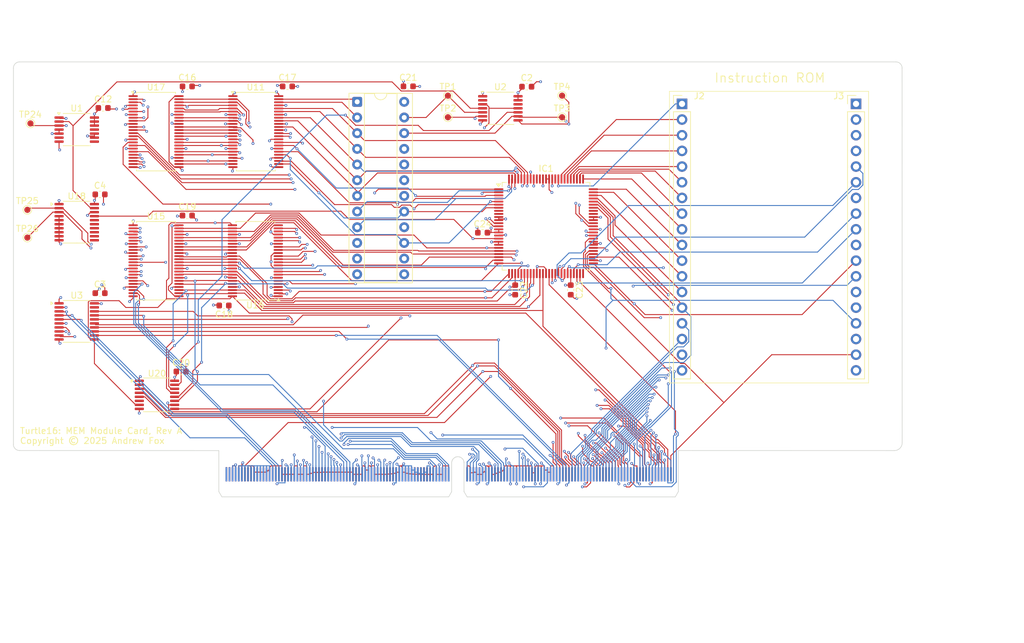
<source format=kicad_pcb>
(kicad_pcb (version 20241229) (generator "pcbnew") (generator_version "9.0")
  (title_block (title "Turtle16: MEM Module Card") (date "2025-07-13") (rev "A") (comment 4 "MEM stage of the pipeline"))
  (layers (0 "F.Cu" signal) (4 "In1.Cu" power) (6 "In2.Cu" signal) (8 "In3.Cu" power) (10 "In4.Cu" power) (2 "B.Cu" signal) (13 "F.Paste" user) (15 "B.Paste" user) (5 "F.SilkS" user "F.Silkscreen") (7 "B.SilkS" user "B.Silkscreen") (1 "F.Mask" user) (3 "B.Mask" user) (25 "Edge.Cuts" user))
  (net 0 "")
  (net 1 "GND")
  (net 2 "VCC")
  (net 3 "/Ins_IF7")
  (net 4 "/PC0")
  (net 5 "/Addr5")
  (net 7 "/Memory/~{RAMEN_L}")
  (net 8 "/~{MemLoad}")
  (net 9 "/IO5")
  (net 12 "/Ins_IF4")
  (net 15 "/Addr6")
  (net 16 "/IO15")
  (net 17 "/Addr9")
  (net 18 "/Memory/RAMEN_R")
  (net 19 "/Addr3")
  (net 20 "/PC14")
  (net 21 "/Ins_IF11")
  (net 22 "/PC15")
  (net 23 "/Addr12")
  (net 24 "/Memory/~{RAMEN_R}")
  (net 25 "/Ins_IF12")
  (net 26 "/IO8")
  (net 27 "/Ins_IF1")
  (net 29 "/IO3")
  (net 30 "/PC3")
  (net 31 "/Ins_IF10")
  (net 32 "/PC2")
  (net 33 "/Ins_IF9")
  (net 34 "/Addr4")
  (net 35 "/Ins_IF0")
  (net 37 "/Ins_IF15")
  (net 38 "/Ins_IF8")
  (net 39 "/PC4")
  (net 40 "/IO10")
  (net 41 "/Ins_IF2")
  (net 42 "/Addr11")
  (net 43 "/PC5")
  (net 44 "/Addr13")
  (net 45 "/Ins_IF13")
  (net 46 "/Ins_IF14")
  (net 47 "/IO0")
  (net 48 "/FLUSH_IF")
  (net 49 "/Addr15")
  (net 50 "/IO11")
  (net 51 "/PC10")
  (net 52 "/IO1")
  (net 53 "/Addr8")
  (net 54 "/Addr0")
  (net 56 "/SelC_MEM0")
  (net 59 "/Ctl_MEM16")
  (net 60 "/Ctl_MEM15")
  (net 61 "/PC11")
  (net 62 "/SelC_MEM2")
  (net 63 "/Addr14")
  (net 64 "/Ctl_MEM20")
  (net 65 "/PC12")
  (net 66 "/PC1")
  (net 67 "/Ctl_MEM19")
  (net 68 "/SelC_MEM1")
  (net 69 "/PC7")
  (net 70 "/Ctl_MEM17")
  (net 71 "/Ctl_MEM18")
  (net 72 "/Ctl_MEM14")
  (net 73 "/IO13")
  (net 74 "/StoreOp_MEM10")
  (net 75 "/StoreOp_MEM1")
  (net 76 "/StoreOp_MEM3")
  (net 77 "/StoreOp_MEM12")
  (net 78 "/StoreOp_MEM9")
  (net 79 "/StoreOp_MEM14")
  (net 80 "/StoreOp_MEM2")
  (net 81 "/StoreOp_MEM11")
  (net 82 "/StoreOp_MEM7")
  (net 83 "/StoreOp_MEM4")
  (net 84 "/StoreOp_MEM15")
  (net 85 "/StoreOp_MEM13")
  (net 86 "/StoreOp_MEM8")
  (net 87 "/StoreOp_MEM0")
  (net 88 "/StoreOp_MEM6")
  (net 89 "/StoreOp_MEM5")
  (net 90 "/Y_MEM10")
  (net 91 "/Y_MEM13")
  (net 92 "/Ins_IF5")
  (net 93 "/Y_MEM15")
  (net 94 "/Y_MEM0")
  (net 95 "/Y_MEM11")
  (net 96 "/Y_MEM3")
  (net 97 "/Y_MEM7")
  (net 98 "/Y_MEM8")
  (net 99 "/Y_MEM2")
  (net 100 "/~{MemStore}")
  (net 102 "/Y_MEM12")
  (net 103 "/IO14")
  (net 104 "/IO4")
  (net 105 "/IO7")
  (net 106 "/Addr2")
  (net 107 "/Y_MEM14")
  (net 108 "/PC13")
  (net 109 "/Addr7")
  (net 110 "/PC9")
  (net 111 "/Y_MEM6")
  (net 112 "/IO12")
  (net 113 "/Addr1")
  (net 114 "/Memory/RAMEN_L")
  (net 115 "/Y_MEM5")
  (net 116 "/Y_MEM1")
  (net 117 "/Ins_IF6")
  (net 118 "/Y_MEM4")
  (net 119 "/Y_MEM9")
  (net 120 "/Ins_IF3")
  (net 121 "/IO6")
  (net 122 "/PC8")
  (net 123 "/PC6")
  (net 124 "/IO9")
  (net 125 "/Addr10")
  (net 126 "/IO2")
  (net 127 "/Y_WB15")
  (net 128 "/StoreOp_WB1")
  (net 129 "/Ctl_WB20")
  (net 130 "/Y_WB14")
  (net 131 "/Y_WB2")
  (net 132 "/StoreOp_WB2")
  (net 133 "/Y_WB11")
  (net 134 "/Y_WB9")
  (net 135 "/StoreOp_WB14")
  (net 136 "/StoreOp_WB12")
  (net 137 "/Y_WB12")
  (net 138 "/StoreOp_WB10")
  (net 139 "/StoreOp_WB7")
  (net 140 "/SelC_WB1")
  (net 141 "/StoreOp_WB9")
  (net 142 "/Y_WB6")
  (net 143 "/Y_WB1")
  (net 144 "/~{RST_sync}")
  (net 145 "/Y_WB7")
  (net 147 "/Y_WB8")
  (net 148 "/Ctl_WB18")
  (net 149 "/StoreOp_WB8")
  (net 150 "/Y_WB3")
  (net 151 "/Ctl_WB19")
  (net 152 "/Y_WB5")
  (net 153 "/Bank0")
  (net 154 "/StoreOp_WB4")
  (net 155 "/StoreOp_WB11")
  (net 156 "/Y_WB10")
  (net 157 "/SelC_WB2")
  (net 158 "/Y_WB0")
  (net 159 "/StoreOp_WB5")
  (net 160 "/Bank2")
  (net 161 "/StoreOp_WB15")
  (net 162 "/Y_WB13")
  (net 163 "/Y_WB4")
  (net 164 "/StoreOp_WB6")
  (net 165 "/Bank1")
  (net 166 "/Ctl_WB17")
  (net 167 "/SelC_WB0")
  (net 168 "/StoreOp_WB3")
  (net 169 "/StoreOp_WB0")
  (net 170 "/Phi1b")
  (net 171 "/StoreOp_WB13")
  (net 172 "/MEM/Buffer StoreOp As Bus I/O/~{AssertData}")
  (net 176 "Net-(U20-Mr)")
  (net 182 "/MEM/~{AssertCtl}")
  (net 187 "Net-(U20-E1)")
  (footprint "Package_DIP:DIP-24_W7.62mm_Socket" (layer "F.Cu") (at 120.49 62.5)
    (property "Reference" "U19" (hide yes))
    (property "Value" "ATF22V10C-7PX")
  )
  (footprint "Capacitor_SMD:C_0603_1608Metric" (layer "F.Cu") (at 109.19 60)
    (property "Reference" "C17")
    (property "Value" "0.1uF")
  )
  (footprint "Capacitor_SMD:C_0603_1608Metric" (layer "F.Cu") (at 98.915 95.5 180)
    (property "Reference" "C18")
    (property "Value" "0.1uF")
  )
  (footprint "Capacitor_SMD:C_0603_1608Metric" (layer "F.Cu") (at 79.3275 63.5)
    (property "Reference" "C12")
    (property "Value" "0.1uF")
  )
  (footprint "Connector_PinHeader_2.54mm:PinHeader_1x18_P2.54mm_Vertical" (layer "F.Cu") (at 201.316 62.832)
    (property "Reference" "J3")
    (property "Value" "LowerHeader")
  )
  (footprint "Capacitor_SMD:C_0603_1608Metric" (layer "F.Cu") (at 128.765 60)
    (property "Reference" "C21")
    (property "Value" "0.1uF")
  )
  (footprint "Package_SO:TSSOP-16_4.4x5mm_P0.65mm" (layer "F.Cu") (at 88.0525 109.975)
    (property "Reference" "U20")
    (property "Value" "CD74HC173PWR")
  )
  (footprint "Capacitor_SMD:C_0603_1608Metric" (layer "F.Cu") (at 92.965 80.925)
    (property "Reference" "C19")
    (property "Value" "0.1uF")
  )
  (footprint "Capacitor_SMD:C_0603_1608Metric" (layer "F.Cu") (at 146.09 92.975 -90)
    (property "Reference" "C22")
    (property "Value" "0.1uF")
  )
  (footprint "Package_SO:TSSOP-48_6.1x12.5mm_P0.5mm" (layer "F.Cu") (at 87.9025 88.25)
    (property "Reference" "U15")
    (property "Value" "74ABT16245")
  )
  (footprint "TestPoint:TestPoint_Pad_D1.0mm" (layer "F.Cu") (at 67.0525 84.5)
    (property "Reference" "TP26")
    (property "Value" "~{MemLoadIn}")
  )
  (footprint "Capacitor_SMD:C_0603_1608Metric" (layer "F.Cu") (at 140.815 83.7 180)
    (property "Reference" "C24")
    (property "Value" "0.1uF")
  )
  (footprint "Capacitor_SMD:C_0603_1608Metric" (layer "F.Cu") (at 91.965 106.2)
    (property "Reference" "C20")
    (property "Value" "0.1uF")
  )
  (footprint "Package_SO:TSSOP-14_4.4x5mm_P0.65mm" (layer "F.Cu") (at 143.69 63.55)
    (property "Reference" "U2")
    (property "Value" "74AHCT04")
  )
  (footprint "TestPoint:TestPoint_Pad_D1.0mm" (layer "F.Cu") (at 67.5525 66)
    (property "Reference" "TP24")
    (property "Value" "~{AssertData}")
  )
  (footprint "TestPoint:TestPoint_Pad_D1.0mm" (layer "F.Cu") (at 135.19 61.5)
    (property "Reference" "TP1")
    (property "Value" "TestPoint")
  )
  (footprint "Package_SO:TSSOP-48_6.1x12.5mm_P0.5mm" (layer "F.Cu") (at 103.99 88.25 180)
    (property "Reference" "U16")
    (property "Value" "74ABT16374")
  )
  (footprint "Package_SO:TSSOP-48_6.1x12.5mm_P0.5mm" (layer "F.Cu") (at 104.065 67.325)
    (property "Reference" "U11")
    (property "Value" "74ABT16245")
  )
  (footprint "Package_QFP:TQFP-100_14x14mm_P0.5mm" (layer "F.Cu") (at 151.09 82.6625)
    (property "Reference" "IC1")
    (property "Value" "7028L20PFGI" (hide yes))
  )
  (footprint "Capacitor_SMD:C_0603_1608Metric" (layer "F.Cu") (at 78.8275 77.5)
    (property "Reference" "C4")
    (property "Value" "0.1uF")
  )
  (footprint "Capacitor_SMD:C_0603_1608Metric" (layer "F.Cu") (at 92.965 60)
    (property "Reference" "C16")
    (property "Value" "0.1uF")
  )
  (footprint "Package_SO:TSSOP-48_6.1x12.5mm_P0.5mm" (layer "F.Cu") (at 87.9025 67.325)
    (property "Reference" "U17")
    (property "Value" "74ABT16374")
  )
  (footprint "TestPoint:TestPoint_Pad_D1.0mm" (layer "F.Cu") (at 135.19 65)
    (property "Reference" "TP2")
    (property "Value" "TestPoint")
  )
  (footprint "Connector_PinHeader_2.54mm:PinHeader_1x18_P2.54mm_Vertical" (layer "F.Cu") (at 173.122 62.832)
    (property "Reference" "J2")
    (property "Value" "UpperHeader")
  )
  (footprint "Package_SO:TSSOP-14_4.4x5mm_P0.65mm" (layer "F.Cu") (at 75.0525 67)
    (property "Reference" "U1")
    (property "Value" "74ABT32")
  )
  (footprint "Turtle16:MEC5-140-01-L-DV-W1-K_Edge" (layer "F.Cu") (at 136.805 121)
    (property "Reference" "J1" (hide yes))
    (property "Value" "MEC5-140-01-L-DV-W1-K")
  )
  (footprint "TestPoint:TestPoint_Pad_D1.0mm" (layer "F.Cu") (at 153.69 61.5)
    (property "Reference" "TP4")
    (property "Value" "TestPoint")
  )
  (footprint "Capacitor_SMD:C_0603_1608Metric" (layer "F.Cu") (at 155.09 92.975 -90)
    (property "Reference" "C23")
    (property "Value" "0.1uF")
  )
  (footprint "Package_SO:TSSOP-20_4.4x6.5mm_P0.65mm" (layer "F.Cu") (at 75.0525 98.075)
    (property "Reference" "U3")
    (property "Value" "74ABT574")
  )
  (footprint "TestPoint:TestPoint_Pad_D1.0mm" (layer "F.Cu") (at 153.69 65)
    (property "Reference" "TP3")
    (property "Value" "TestPoint")
  )
  (footprint "Capacitor_SMD:C_0603_1608Metric" (layer "F.Cu") (at 147.965 60.05)
    (property "Reference" "C2")
    (property "Value" "0.1uF")
  )
  (footprint "Capacitor_SMD:C_0603_1608Metric" (layer "F.Cu") (at 78.8275 93.5)
    (property "Reference" "C3")
    (property "Value" "0.1uF")
  )
  (footprint "Package_SO:TSSOP-20_4.4x6.5mm_P0.65mm" (layer "F.Cu") (at 75.0525 82)
    (property "Reference" "U18")
    (property "Value" "74ABT245")
  )
  (footprint "TestPoint:TestPoint_Pad_D1.0mm" (layer "F.Cu") (at 67.0525 80)
    (property "Reference" "TP25")
    (property "Value" "~{MemStoreIn}")
  )
  (gr_line (start 171.09 60.8) (end 171.09 108.044) (stroke (width 0.1)) (layer "F.SilkS"))
  (gr_line (start 203.348 60.8) (end 203.348 108.044) (stroke (width 0.1)) (layer "F.SilkS"))
  (gr_line (start 171.09 108.044) (end 203.348 108.044) (stroke (width 0.1)) (layer "F.SilkS"))
  (gr_line (start 203.348 60.8) (end 171.09 60.8) (stroke (width 0.1)) (layer "F.SilkS"))
  (gr_line (start 64.794 117.99) (end 64.794 57.03) (stroke (width 0.1)) (layer "Edge.Cuts"))
  (gr_arc (start 65.794 118.999328) (mid 65.080297 118.703703) (end 64.784672 117.99) (stroke (width 0.1)) (layer "Edge.Cuts"))
  (gr_line (start 137.78 120.82) (end 137.8 120.9) (stroke (width 0.1)) (layer "Edge.Cuts"))
  (gr_line (start 137.18 120.07) (end 137.36 120.17) (stroke (width 0.1)) (layer "Edge.Cuts"))
  (gr_line (start 98.57 126.5) (end 135.32 126.5) (stroke (width 0.1)) (layer "Edge.Cuts"))
  (gr_line (start 137.64 120.45) (end 137.74 120.64) (stroke (width 0.1)) (layer "Edge.Cuts"))
  (gr_line (start 135.32 126.5) (end 135.8 125.66) (stroke (width 0.1)) (layer "Edge.Cuts"))
  (gr_line (start 207.526062 119.006) (end 172.53 119) (stroke (width 0.1)) (layer "Edge.Cuts"))
  (gr_line (start 137 120.02) (end 137.18 120.07) (stroke (width 0.1)) (layer "Edge.Cuts"))
  (gr_line (start 135.8 121) (end 135.81 120.86) (stroke (width 0.1)) (layer "Edge.Cuts"))
  (gr_arc (start 64.794 57.03) (mid 65.086893 56.322893) (end 65.794 56.03) (stroke (width 0.1)) (layer "Edge.Cuts"))
  (gr_line (start 172.03 126.51) (end 171.62 126.51) (stroke (width 0.1)) (layer "Edge.Cuts"))
  (gr_line (start 98.07 119.01) (end 65.794 118.999328) (stroke (width 0.1)) (layer "Edge.Cuts"))
  (gr_line (start 137.36 120.17) (end 137.52 120.3) (stroke (width 0.1)) (layer "Edge.Cuts"))
  (gr_line (start 98.07 119.01) (end 98.07 125.65) (stroke (width 0.1)) (layer "Edge.Cuts"))
  (gr_line (start 137.8 125.64) (end 137.81 125.67) (stroke (width 0.1)) (layer "Edge.Cuts"))
  (gr_line (start 135.85 120.69) (end 135.93 120.51) (stroke (width 0.1)) (layer "Edge.Cuts"))
  (gr_line (start 98.07 125.65) (end 98.57 126.5) (stroke (width 0.1)) (layer "Edge.Cuts"))
  (gr_line (start 137.74 120.64) (end 137.78 120.82) (stroke (width 0.1)) (layer "Edge.Cuts"))
  (gr_line (start 65.794 56.03) (end 207.78 56.03) (stroke (width 0.1)) (layer "Edge.Cuts"))
  (gr_line (start 136.46 120.05) (end 136.67 120.01) (stroke (width 0.1)) (layer "Edge.Cuts"))
  (gr_arc (start 208.796 117.748499) (mid 208.419657 118.638434) (end 207.526062 119.006) (stroke (width 0.1)) (layer "Edge.Cuts"))
  (gr_line (start 136.67 120.01) (end 136.82 120) (stroke (width 0.1)) (layer "Edge.Cuts"))
  (gr_line (start 138.3 126.51) (end 137.81 125.67) (stroke (width 0.1)) (layer "Edge.Cuts"))
  (gr_line (start 136.82 120) (end 137 120.02) (stroke (width 0.1)) (layer "Edge.Cuts"))
  (gr_line (start 172.53 125.65) (end 172.03 126.51) (stroke (width 0.1)) (layer "Edge.Cuts"))
  (gr_line (start 137.52 120.3) (end 137.64 120.45) (stroke (width 0.1)) (layer "Edge.Cuts"))
  (gr_line (start 135.81 120.86) (end 135.85 120.69) (stroke (width 0.1)) (layer "Edge.Cuts"))
  (gr_line (start 137.8 121) (end 137.8 125.64) (stroke (width 0.1)) (layer "Edge.Cuts"))
  (gr_line (start 136.23 120.18) (end 136.46 120.05) (stroke (width 0.1)) (layer "Edge.Cuts"))
  (gr_line (start 135.8 125.66) (end 135.8 121) (stroke (width 0.1)) (layer "Edge.Cuts"))
  (gr_line (start 171.62 126.51) (end 138.3 126.51) (stroke (width 0.1)) (layer "Edge.Cuts"))
  (gr_arc (start 207.78 56.03) (mid 208.487107 56.322893) (end 208.78 57.03) (stroke (width 0.1)) (layer "Edge.Cuts"))
  (gr_line (start 135.93 120.51) (end 136.05 120.34) (stroke (width 0.1)) (layer "Edge.Cuts"))
  (gr_line (start 136.05 120.34) (end 136.23 120.18) (stroke (width 0.1)) (layer "Edge.Cuts"))
  (gr_line (start 137.8 120.9) (end 137.8 121) (stroke (width 0.1)) (layer "Edge.Cuts"))
  (gr_line (start 172.53 119) (end 172.53 125.65) (stroke (width 0.1)) (layer "Edge.Cuts"))
  (gr_line (start 208.78 57.03) (end 208.796 117.748447) (stroke (width 0.1)) (layer "Edge.Cuts"))
  (gr_text "Turtle16: MEM Module Card, Rev A\nCopyright © 2025 Andrew Fox" (at 65.778 118 0) (layer "F.SilkS") (effects (font (size 1 1)) (justify left bottom)))
  (gr_text "Instruction ROM" (at 178.29 59.5 0) (layer "F.SilkS") (effects (font (size 1.5 1.5)) (justify left bottom)))
  (segment (start 129.81 122.8384) (end 129.81 122.8169) (width 0.1524) (layer "F.Cu") (net 1))
  (segment (start 123.81 122.85) (end 123.81 122.86) (width 0.1524) (layer "F.Cu") (net 1))
  (segment (start 84.19 61.1048) (end 84.19 61.575) (width 0.1524) (layer "F.Cu") (net 1))
  (segment (start 107.7025 87) (end 107.0045 87) (width 0.1524) (layer "F.Cu") (net 1))
  (segment (start 90.429 92.7266) (end 90.6556 92.5) (width 0.1524) (layer "F.Cu") (net 1))
  (segment (start 104.3 122.5053) (end 103.8 122.5053) (width 0.1524) (layer "F.Cu") (net 1))
  (segment (start 138.81 121.7047) (end 138.81 122.1706) (width 0.1524) (layer "F.Cu") (net 1))
  (segment (start 127.81 121.7312) (end 127.81 122.1706) (width 0.1524) (layer "F.Cu") (net 1))
  (segment (start 106.5441 87.4604) (end 106.5441 88.4099) (width 0.1524) (layer "F.Cu") (net 1))
  (segment (start 125.81 122.86) (end 125.81 122.8169) (width 0.1524) (layer "F.Cu") (net 1))
  (segment (start 144.81 121.4813) (end 145.31 121.4813) (width 0.1524) (layer "F.Cu") (net 1))
  (segment (start 113.3 122.6957) (end 112.9543 122.6957) (width 0.1524) (layer "F.Cu") (net 1))
  (segment (start 103.5501 121.4713) (end 103.3 121.4713) (width 0.1524) (layer "F.Cu") (net 1))
  (segment (start 80.2617 63.6592) (end 80.1025 63.5) (width 0.1524) (layer "F.Cu") (net 1))
  (segment (start 144.31 122.1706) (end 144.31 121.4813) (width 0.1524) (layer "F.Cu") (net 1))
  (segment (start 92.9255 84) (end 91.615 84) (width 0.1524) (layer "F.Cu") (net 1))
  (segment (start 128.31 122.86) (end 128.31 122.6876) (width 0.1524) (layer "F.Cu") (net 1))
  (segment (start 107.4061 60.8853) (end 107.7775 61.2567) (width 0.1524) (layer "F.Cu") (net 1))
  (segment (start 112.3 121.4713) (end 111.8 121.4713) (width 0.1524) (layer "F.Cu") (net 1))
  (segment (start 122.3 122.1606) (end 121.8 122.1606) (width 0.1524) (layer "F.Cu") (net 1))
  (segment (start 150.81 122.1706) (end 150.81 121.4813) (width 0.1524) (layer "F.Cu") (net 1))
  (segment (start 143.81 122.5153) (end 143.31 122.5153) (width 0.1524) (layer "F.Cu") (net 1))
  (segment (start 107.7775 68.575) (end 106.526 68.575) (width 0.1524) (layer "F.Cu") (net 1))
  (segment (start 94.4617 81.6467) (end 94.4709 81.6467) (width 0.1524) (layer "F.Cu") (net 1))
  (segment (start 149.59 90.325) (end 149.59 89.295) (width 0.1524) (layer "F.Cu") (net 1))
  (segment (start 139.31 122.595) (end 139.31 122.33) (width 0.1524) (layer "F.Cu") (net 1))
  (segment (start 125.3046 122.8546) (end 125.31 122.86) (width 0.1524) (layer "F.Cu") (net 1))
  (segment (start 106.1447 122.1606) (end 105.8 122.5053) (width 0.1524) (layer "F.Cu") (net 1))
  (segment (start 139.31 122.595) (end 138.81 122.595) (width 0.1524) (layer "F.Cu") (net 1))
  (segment (start 130.81 122.86) (end 130.81 122.8546) (width 0.1524) (layer "F.Cu") (net 1))
  (segment (start 139.81 122.5251) (end 139.5051 122.5251) (width 0.1524) (layer "F.Cu") (net 1))
  (segment (start 106.5441 92.5578) (end 107.6447 92.5578) (width 0.1524) (layer "F.Cu") (net 1))
  (segment (start 149.81 122.86) (end 149.81 121.4813) (width 0.1524) (layer "F.Cu") (net 1))
  (segment (start 84.19 71.575) (end 85.5032 71.575) (width 0.1524) (layer "F.Cu") (net 1))
  (segment (start 130.31 122.8492) (end 130.81 122.8492) (width 0.1524) (layer "F.Cu") (net 1))
  (segment (start 107.3 121.4713) (end 106.8 121.4713) (width 0.1524) (layer "F.Cu") (net 1))
  (segment (start 129.81 122.8384) (end 130.31 122.8384) (width 0.1524) (layer "F.Cu") (net 1))
  (segment (start 107.3 122.85) (end 107.3 121.4713) (width 0.1524) (layer "F.Cu") (net 1))
  (segment (start 149.3654 121.3261) (end 149.3654 121.4813) (width 0.1524) (layer "F.Cu") (net 1))
  (segment (start 151.59 75) (end 151.09 75) (width 0.1524) (layer "F.Cu") (net 1))
  (segment (start 84.224 81.8019) (end 84.19 81.8359) (width 0.1524) (layer "F.Cu") (net 1))
  (segment (start 83.0111 83.8513) (end 83.1598 84) (width 0.1524) (layer "F.Cu") (net 1))
  (segment (start 150.81 122.1706) (end 151.31 122.1706) (width 0.1524) (layer "F.Cu") (net 1))
  (segment (start 107.0045 87) (end 106.5441 87.4604) (width 0.1524) (layer "F.Cu") (net 1))
  (segment (start 123.3 122.85) (end 123.3 121.4713) (width 0.1524) (layer "F.Cu") (net 1))
  (segment (start 132.31 122.86) (end 132.31 122.8586) (width 0.1524) (layer "F.Cu") (net 1))
  (segment (start 106.3 121.7212) (end 106.3 122.1606) (width 0.1524) (layer "F.Cu") (net 1))
  (segment (start 128.31 122.6876) (end 128.81 122.6876) (width 0.1524) (layer "F.Cu") (net 1))
  (segment (start 148.81 122.6004) (end 148.81 121.4813) (width 0.1524) (layer "F.Cu") (net 1))
  (segment (start 155.6865 94.3465) (end 156.0687 94.3465) (width 0.1524) (layer "F.Cu") (net 1))
  (segment (start 101.3906 68.575) (end 101.5103 68.6947) (width 0.1524) (layer "F.Cu") (net 1))
  (segment (start 107.7025 94) (end 106.6983 94) (width 0.1524) (layer "F.Cu") (net 1))
  (segment (start 141.81 121.7047) (end 141.81 121.4813) (width 0.1524) (layer "F.Cu") (net 1))
  (segment (start 91.615 63.075) (end 92.6718 63.075) (width 0.1524) (layer "F.Cu") (net 1))
  (segment (start 72.34 101.6246) (end 72.19 101.4746) (width 0.1524) (layer "F.Cu") (net 1))
  (segment (start 128.81 122.86) (end 128.81 122.7738) (width 0.1524) (layer "F.Cu") (net 1))
  (segment (start 84.19 92.5) (end 82.9491 92.5) (width 0.1524) (layer "F.Cu") (net 1))
  (segment (start 104.3 122.85) (end 104.3 122.5053) (width 0.1524) (layer "F.Cu") (net 1))
  (segment (start 100.2906 92.4869) (end 100.2775 92.5) (width 0.1524) (layer "F.Cu") (net 1))
  (segment (start 141.5866 121.4813) (end 141.31 121.4813) (width 0.1524) (layer "F.Cu") (net 1))
  (segment (start 138.81 122.86) (end 138.81 122.595) (width 0.1524) (layer "F.Cu") (net 1))
  (segment (start 158.7901 81.6249) (end 158.7525 81.6625) (width 0.1524) (layer "F.Cu") (net 1))
  (segment (start 93.8962 59.8438) (end 93.74 60) (width 0.1524) (layer "F.Cu") (net 1))
  (segment (start 106.4973 83.5679) (end 106.4973 83.0001) (width 0.1524) (layer "F.Cu") (net 1))
  (segment (start 122.5766 121.4713) (end 122.3 121.4713) (width 0.1524) (layer "F.Cu") (net 1))
  (segment (start 116.3 122.85) (end 116.3 122.5053) (width 0.1524) (layer "F.Cu") (net 1))
  (segment (start 105.3 122.85) (end 105.3 122.5053) (width 0.1524) (layer "F.Cu") (net 1))
  (segment (start 118.8 122.85) (end 118.8 122.5053) (width 0.1524) (layer "F.Cu") (net 1))
  (segment (start 140.04 82.9859) (end 140.04 83.7) (width 0.1524) (layer "F.Cu") (net 1))
  (segment (start 93.74 80.925) (end 94.4617 81.6467) (width 0.1524) (layer "F.Cu") (net 1))
  (segment (start 117.3 122.5053) (end 116.8 122.5053) (width 0.1524) (layer "F.Cu") (net 1))
  (segment (start 127.81 122.5153) (end 127.81 122.1706) (width 0.1524) (layer "F.Cu") (net 1))
  (segment (start 122.3 122.85) (end 122.3 122.1606) (width 0.1524) (layer "F.Cu") (net 1))
  (segment (start 158.7525 85.4474) (end 158.7525 85.1625) (width 0.1524) (layer "F.Cu") (net 1))
  (segment (start 132.31 122.8573) (end 132.81 122.8573) (width 0.1524) (layer "F.Cu") (net 1))
  (segment (start 132.81 122.8586) (end 132.81 122.8573) (width 0.1524) (layer "F.Cu") (net 1))
  (segment (start 90.4824 71.5576) (end 91.5976 71.5576) (width 0.1524) (layer "F.Cu") (net 1))
  (segment (start 124.81 122.8546) (end 125.3046 122.8546) (width 0.1524) (layer "F.Cu") (net 1))
  (segment (start 130.81 122.8546) (end 131.31 122.8546) (width 0.1524) (layer "F.Cu") (net 1))
  (segment (start 106.4973 83.0001) (end 106.9974 82.5) (width 0.1524) (layer "F.Cu") (net 1))
  (segment (start 79.1143 92.1466) (end 79.6025 92.6348) (width 0.1524) (layer "F.Cu") (net 1))
  (segment (start 120.3 122.85) (end 120.8 122.85) (width 0.1524) (layer "F.Cu") (net 1))
  (segment (start 112.9543 122.6957) (end 112.8 122.85) (width 0.1524) (layer "F.Cu") (net 1))
  (segment (start 142.81 122.86) (end 142.31 122.86) (width 0.1524) (layer "F.Cu") (net 1))
  (segment (start 159.9264 81.2001) (end 158.7901 81.2001) (width 0.1524) (layer "F.Cu") (net 1))
  (segment (start 72.4588 85.5198) (end 72.19 85.251) (width 0.1524) (layer "F.Cu") (net 1))
  (segment (start 103.3 122.1606) (end 103.3 121.6947) (width 0.1524) (layer "F.Cu") (net 1))
  (segment (start 129.31 122.8169) (end 129.31 122.7738) (width 0.1524) (layer "F.Cu") (net 1))
  (segment (start 126.81 122.5153) (end 127.31 122.5153) (width 0.1524) (layer "F.Cu") (net 1))
  (segment (start 103.8 122.5053) (end 103.8 121.7212) (width 0.1524) (layer "F.Cu") (net 1))
  (segment (start 138.5866 121.4813) (end 138.81 121.7047) (width 0.1524) (layer "F.Cu") (net 1))
  (segment (start 85.19 112.9342) (end 85.19 112.25) (width 0.1524) (layer "F.Cu") (net 1))
  (segment (start 123.81 122.85) (end 123.3 122.85) (width 0.1524) (layer "F.Cu") (net 1))
  (segment (start 103.3 121.6947) (end 103.0766 121.4713) (width 0.1524) (layer "F.Cu") (net 1))
  (segment (start 133.31 122.86) (end 133.81 122.86) (width 0.1524) (layer "F.Cu") (net 1))
  (segment (start 101.3998 92.4869) (end 100.2906 92.4869) (width 0.1524) (layer "F.Cu") (net 1))
  (segment (start 143.381 85.616) (end 143.4275 85.6625) (width 0.1524) (layer "F.Cu") (net 1))
  (segment (start 143.31 122.6876) (end 143.31 122.5153) (width 0.1524) (layer "F.Cu") (net 1))
  (segment (start 101.3 121.4713) (end 101.8 121.4713) (width 0.1524) (layer "F.Cu") (net 1))
  (segment (start 106.8 122.85) (end 106.8 121.4713) (width 0.1524) (layer "F.Cu") (net 1))
  (segment (start 109.0288 66.075) (end 107.7775 66.075) (width 0.1524) (layer "F.Cu") (net 1))
  (segment (start 106.9294 84) (end 107.7025 84) (width 0.1524) (layer "F.Cu") (net 1))
  (segment (start 92.7423 87) (end 91.615 87) (width 0.1524) (layer "F.Cu") (net 1))
  (segment (start 125.81 122.8169) (end 125.3531 122.8169) (width 0.1524) (layer "F.Cu") (net 1))
  (segment (start 72.19 81.675) (end 72.19 82.325) (width 0.1524) (layer "F.Cu") (net 1))
  (segment (start 141.31 122.2048) (end 140.81 122.7048) (width 0.1524) (layer "F.Cu") (net 1))
  (segment (start 144.81 122.86) (end 144.81 121.4813) (width 0.1524) (layer "F.Cu") (net 1))
  (segment (start 100.4294 71.6519) (end 101.8252 71.6519) (width 0.1524) (layer "F.Cu") (net 1))
  (segment (start 106.4973 83.5679) (end 106.9294 84) (width 0.1524) (layer "F.Cu") (net 1))
  (segment (start 72.19 82.975) (end 72.19 83.625) (width 0.1524) (layer "F.Cu") (net 1))
  (segment (start 139.81 122.86) (end 139.81 122.5251) (width 0.1524) (layer "F.Cu") (net 1))
  (segment (start 129.31 122.8169) (end 129.81 122.8169) (width 0.1524) (layer "F.Cu") (net 1))
  (segment (start 82.969 86.8504) (end 83.1186 87) (width 0.1524) (layer "F.Cu") (net 1))
  (segment (start 83.6188 94.851) (end 84.19 94.2798) (width 0.1524) (layer "F.Cu") (net 1))
  (segment (start 122.8 121.6947) (end 122.5766 121.4713) (width 0.1524) (layer "F.Cu") (net 1))
  (segment (start 124.81 122.8546) (end 124.81 122.8492) (width 0.1524) (layer "F.Cu") (net 1))
  (segment (start 106.6866 71.575) (end 106.4708 71.7908) (width 0.1524) (layer "F.Cu") (net 1))
  (segment (start 85.3535 107.0265) (end 85.19 107.19) (width 0.1524) (layer "F.Cu") (net 1))
  (segment (start 113.3025 122.5389) (end 113.3 122.5414) (width 0.1524) (layer "F.Cu") (net 1))
  (segment (start 85.19 107.7) (end 85.19 108.35) (width 0.1524) (layer "F.Cu") (net 1))
  (segment (start 151.59 76.7371) (end 152.0339 77.181) (width 0.1524) (layer "F.Cu") (net 1))
  (segment (start 105.8 122.85) (end 105.8 122.5053) (width 0.1524) (layer "F.Cu") (net 1))
  (segment (start 107.7775 61.2567) (end 107.7775 61.575) (width 0.1524) (layer "F.Cu") (net 1))
  (segment (start 119.762 122.5053) (end 119.3 122.5053) (width 0.1524) (layer "F.Cu") (net 1))
  (segment (start 148.81 122.86) (end 148.81 122.6004) (width 0.1524) (layer "F.Cu") (net 1))
  (segment (start 85.5032 71.575) (end 85.6437 71.7155) (width 0.1524) (layer "F.Cu") (net 1))
  (segment (start 82.9471 63.2397) (end 83.1118 63.075) (width 0.1524) (layer "F.Cu") (net 1))
  (segment (start 123.3 121.4713) (end 122.8 121.4713) (width 0.1524) (layer "F.Cu") (net 1))
  (segment (start 104.8 122.5053) (end 104.3 122.5053) (width 0.1524) (layer "F.Cu") (net 1))
  (segment (start 100.5929 61.0378) (end 100.3525 61.2782) (width 0.1524) (layer "F.Cu") (net 1))
  (segment (start 149.6671 89.2179) (end 150.7356 89.2179) (width 0.1524) (layer "F.Cu") (net 1))
  (segment (start 142.2673 85.209) (end 143.381 85.209) (width 0.1524) (layer "F.Cu") (net 1))
  (segment (start 146.81 121.4813) (end 147.31 121.4813) (width 0.1524) (layer "F.Cu") (net 1))
  (segment (start 106.9974 82.5) (end 107.7025 82.5) (width 0.1524) (layer "F.Cu") (net 1))
  (segment (start 101.8 121.1346) (end 101.8 121.4713) (width 0.1524) (layer "F.Cu") (net 1))
  (segment (start 159.8951 85.4474) (end 158.7525 85.4474) (width 0.1524) (layer "F.Cu") (net 1))
  (segment (start 139.8831 82.829) (end 140.04 82.9859) (width 0.1524) (layer "F.Cu") (net 1))
  (segment (start 116.3 122.5053) (end 115.8 122.5053) (width 0.1524) (layer "F.Cu") (net 1))
  (segment (start 107.8 122.85) (end 107.8 121.4713) (width 0.1524) (layer "F.Cu") (net 1))
  (segment (start 124.31 122.8492) (end 124.31 122.8384) (width 0.1524) (layer "F.Cu") (net 1))
  (segment (start 127.31 122.5153) (end 127.31 121.4813) (width 0.1524) (layer "F.Cu") (net 1))
  (segment (start 100.2836 73.7064) (end 100.3525 73.6375) (width 0.1524) (layer "F.Cu") (net 1))
  (segment (start 129.31 122.86) (end 129.31 122.8169) (width 0.1524) (layer "F.Cu") (net 1))
  (segment (start 133.0599 121.4813) (end 133.31 121.4813) (width 0.1524) (layer "F.Cu") (net 1))
  (segment (start 126.31 122.7738) (end 125.81 122.7738) (width 0.1524) (layer "F.Cu") (net 1))
  (segment (start 85.19 107.19) (end 85.19 107.7) (width 0.1524) (layer "F.Cu") (net 1))
  (segment (start 139.31 122.86) (end 139.31 122.595) (width 0.1524) (layer "F.Cu") (net 1))
  (segment (start 141.81 122.86) (end 141.81 122.1706) (width 0.1524) (layer "F.Cu") (net 1))
  (segment (start 151.81 122.86) (end 151.81 122.5153) (width 0.1524) (layer "F.Cu") (net 1))
  (segment (start 72.19 84.275) (end 72.19 84.925) (width 0.1524) (layer "F.Cu") (net 1))
  (segment (start 130.31 122.86) (end 130.31 122.8492) (width 0.1524) (layer "F.Cu") (net 1))
  (segment (start 145.81 121.4813) (end 146.31 121.4813) (width 0.1524) (layer "F.Cu") (net 1))
  (segment (start 122.8 121.6947) (end 122.8 121.4713) (width 0.1524) (layer "F.Cu") (net 1))
  (segment (start 109.3 122.85) (end 108.8 122.85) (width 0.1524) (layer "F.Cu") (net 1))
  (segment (start 119.3 122.5053) (end 118.8 122.5053) (width 0.1524) (layer "F.Cu") (net 1))
  (segment (start 72.19 101.4746) (end 72.19 101) (width 0.1524) (layer "F.Cu") (net 1))
  (segment (start 150.81 122.86) (end 150.81 122.1706) (width 0.1524) (layer "F.Cu") (net 1))
  (segment (start 134.81 121.4813) (end 135.31 121.4813) (width 0.1524) (layer "F.Cu") (net 1))
  (segment (start 92.9437 89.5) (end 91.615 89.5) (width 0.1524) (layer "F.Cu") (net 1))
  (segment (start 104.8 122.85) (end 104.8 122.5053) (width 0.1524) (layer "F.Cu") (net 1))
  (segment (start 115.3 122.85) (end 115.3 122.5053) (width 0.1524) (layer "F.Cu") (net 1))
  (segment (start 151.09 89.5723) (end 151.09 90.325) (width 0.1524) (layer "F.Cu") (net 1))
  (segment (start 107.7775 73.075) (end 106.7385 73.075) (width 0.1524) (layer "F.Cu") (net 1))
  (segment (start 103.3 121.6947) (end 103.3 121.4713) (width 0.1524) (layer "F.Cu") (net 1))
  (segment (start 110.8 121.4713) (end 110.3 121.4713) (width 0.1524) (layer "F.Cu") (net 1))
  (segment (start 149.31 122.6004) (end 149.31 121.4813) (width 0.1524) (layer "F.Cu") (net 1))
  (segment (start 155.09 93.75) (end 155.6865 94.3465) (width 0.1524) (layer "F.Cu") (net 1))
  (segment (start 140.81 122.7048) (end 140.81 122.86) (width 0.1524) (layer "F.Cu") (net 1))
  (segment (start 116.8 122.85) (end 116.8 122.5053) (width 0.1524) (layer "F.Cu") (net 1))
  (segment (start 121.8 122.2363) (end 121.8 122.1606) (width 0.1524) (layer "F.Cu") (net 1))
  (segment (start 92.9437 68.575) (end 91.615 68.575) (width 0.1524) (layer "F.Cu") (net 1))
  (segment (start 151.31 122.5153) (end 151.31 122.1706) (width 0.1524) (layer "F.Cu") (net 1))
  (segment (start 128.31 122.6876) (end 128.31 122.5153) (width 0.1524) (layer "F.Cu") (net 1))
  (segment (start 79.3817 79.0903) (end 79.3817 77.7208) (width 0.1524) (layer "F.Cu") (net 1))
  (segment (start 108.3 121.4713) (end 107.8 121.4713) (width 0.1524) (layer "F.Cu") (net 1))
  (segment (start 113.3 122.85) (end 113.3 122.6957) (width 0.1524) (layer "F.Cu") (net 1))
  (segment (start 121.8 122.1606) (end 121.8 121.6947) (width 0.1524) (layer "F.Cu") (net 1))
  (segment (start 146.31 122.86) (end 146.31 121.4813) (width 0.1524) (layer "F.Cu") (net 1))
  (segment (start 142.9824 122.6876) (end 142.81 122.86) (width 0.1524) (layer "F.Cu") (net 1))
  (segment (start 110.3 122.85) (end 109.8 122.85) (width 0.1524) (layer "F.Cu") (net 1))
  (segment (start 131.31 122.86) (end 131.31 122.8573) (width 0.1524) (layer "F.Cu") (net 1))
  (segment (start 147.31 121.4813) (end 147.81 121.4813) (width 0.1524) (layer "F.Cu") (net 1))
  (segment (start 114.8 122.5389) (end 114.3 122.5389) (width 0.1524) (layer "F.Cu") (net 1))
  (segment (start 148.31 122.86) (end 148.31 121.4813) (width 0.1524) (layer "F.Cu") (net 1))
  (segment (start 143.31 122.86) (end 143.31 122.6876) (width 0.1524) (layer "F.Cu") (net 1))
  (segment (start 103.3 122.85) (end 103.3 122.1606) (width 0.1524) (layer "F.Cu") (net 1))
  (segment (start 99.161 66.075) (end 99.1593 66.0767) (width 0.1524) (layer "F.Cu") (net 1))
  (segment (start 141.31 122.2048) (end 141.31 121.4813) (width 0.1524) (layer "F.Cu") (net 1))
  (segment (start 72.19 81.025) (end 72.19 81.675) (width 0.1524) (layer "F.Cu") (net 1))
  (segment (start 85.3409 73.1535) (end 84.2685 73.1535) (width 0.1524) (layer "F.Cu") (net 1))
  (segment (start 115.8 122.5053) (end 115.3 122.5053) (width 0.1524) (layer "F.Cu") (net 1))
  (segment (start 82.9471 66.1968) (end 83.0689 66.075) (width 0.1524) (layer "F.Cu") (net 1))
  (segment (start 82.9764 89.6428) (end 83.1192 89.5) (width 0.1524) (layer "F.Cu") (net 1))
  (segment (start 72.19 85.251) (end 72.19 84.925) (width 0.1524) (layer "F.Cu") (net 1))
  (segment (start 100.2925 83.985) (end 100.2775 84) (width 0.1524) (layer "F.Cu") (net 1))
  (segment (start 117.8 122.5053) (end 117.3 122.5053) (width 0.1524) (layer "F.Cu") (net 1))
  (segment (start 101.8 122.85) (end 101.8 121.4713) (width 0.1524) (layer "F.Cu") (net 1))
  (segment (start 106.7385 73.075) (end 106.4708 72.8073) (width 0.1524) (layer "F.Cu") (net 1))
  (segment (start 121.8 121.6947) (end 121.5766 121.4713) (width 0.1524) (layer "F.Cu") (net 1))
  (segment (start 121.5766 121.4713) (end 121.3 121.4713) (width 0.1524) (layer "F.Cu") (net 1))
  (segment (start 103.8 121.7212) (end 103.5501 121.4713) (width 0.1524) (layer "F.Cu") (net 1))
  (segment (start 107.6447 92.5578) (end 107.7025 92.5) (width 0.1524) (layer "F.Cu") (net 1))
  (segment (start 110.8 122.85) (end 110.8 121.4713) (width 0.1524) (layer "F.Cu") (net 1))
  (segment (start 83.0689 66.075) (end 84.19 66.075) (width 0.1524) (layer "F.Cu") (net 1))
  (segment (start 135.31 122.86) (end 135.31 121.4813) (width 0.1524) (layer "F.Cu") (net 1))
  (segment (start 113.8 122.85) (end 113.8 122.5389) (width 0.1524) (layer "F.Cu") (net 1))
  (segment (start 120.3 122.85) (end 119.8 122.85) (width 0.1524) (layer "F.Cu") (net 1))
  (segment (start 131.31 122.8573) (end 131.81 122.8573) (width 0.1524) (layer "F.Cu") (net 1))
  (segment (start 125.81 122.8169) (end 125.81 122.7738) (width 0.1524) (layer "F.Cu") (net 1))
  (segment (start 152.31 122.86) (end 152.31 121.4813) (width 0.1524) (layer "F.Cu") (net 1))
  (segment (start 140.31 122.86) (end 139.81 122.86) (width 0.1524) (layer "F.Cu") (net 1))
  (segment (start 131.81 122.8586) (end 131.81 122.8573) (width 0.1524) (layer "F.Cu") (net 1))
  (segment (start 145.81 122.86) (end 145.81 121.4813) (width 0.1524) (layer "F.Cu") (net 1))
  (segment (start 143.4275 81.4829) (end 143.4275 81.6625) (width 0.1524) (layer "F.Cu") (net 1))
  (segment (start 82.9972 68.6968) (end 83.119 68.575) (width 0.1524) (layer "F.Cu") (net 1))
  (segment (start 72.2896 70.2856) (end 72.19 70.186) (width 0.1524) (layer "F.Cu") (net 1))
  (segment (start 94.972 59.8438) (end 93.8962 59.8438) (width 0.1524) (layer "F.Cu") (net 1))
  (segment (start 107.0208 89.5) (end 106.5441 89.0233) (width 0.1524) (layer "F.Cu") (net 1))
  (segment (start 130.31 122.8492) (end 130.31 122.8384) (width 0.1524) (layer "F.Cu") (net 1))
  (segment (start 151.59 75) (end 151.59 76.7371) (width 0.1524) (layer "F.Cu") (net 1))
  (segment (start 84.19 81.8359) (end 84.19 82.5) (width 0.1524) (layer "F.Cu") (net 1))
  (segment (start 142.31 122.86) (end 142.31 121.4813) (width 0.1524) (layer "F.Cu") (net 1))
  (segment (start 103.8 122.6776) (end 103.8 122.5053) (width 0.1524) (layer "F.Cu") (net 1))
  (segment (start 91.5976 71.5576) (end 91.615 71.575) (width 0.1524) (layer "F.Cu") (net 1))
  (segment (start 126.81 122.6876) (end 126.31 122.6876) (width 0.1524) (layer "F.Cu") (net 1))
  (segment (start 100.3525 63.075) (end 93.2156 63.075) (width 0.1524) (layer "F.Cu") (net 1))
  (segment (start 119.8 122.85) (end 119.8 122.5433) (width 0.1524) (layer "F.Cu") (net 1))
  (segment (start 144.31 122.1706) (end 144.1547 122.1706) (width 0.1524) (layer "F.Cu") (net 1))
  (segment (start 94.4709 81.6467) (end 94.4709 81.6468) (width 0.1524) (layer "F.Cu") (net 1))
  (segment (start 101.9566 120.978) (end 101.8 121.1346) (width 0.1524) (layer "F.Cu") (net 1))
  (segment (start 119.8 122.5433) (end 119.762 122.5053) (width 0.1524) (layer "F.Cu") (net 1))
  (segment (start 132.81 122.86) (end 132.81 122.8586) (width 0.1524) (layer "F.Cu") (net 1))
  (segment (start 134.31 121.4813) (end 134.81 121.4813) (width 0.1524) (layer "F.Cu") (net 1))
  (segment (start 85.1858 112.9384) (end 85.19 112.9342) (width 0.1524) (layer "F.Cu") (net 1))
  (segment (start 97.1995 95.4216) (end 98.0616 95.4216) (width 0.1524) (layer "F.Cu") (net 1))
  (segment (start 100.3525 68.575) (end 101.3906 68.575) (width 0.1524) (layer "F.Cu") (net 1))
  (segment (start 92.9205 105.123) (end 92.74 105.3035) (width 0.1524) (layer "F.Cu") (net 1))
  (segment (start 150.31 122.86) (end 150.31 121.4813) (width 0.1524) (layer "F.Cu") (net 1))
  (segment (start 126.31 122.86) (end 126.31 122.7738) (width 0.1524) (layer "F.Cu") (net 1))
  (segment (start 83.1598 84) (end 84.19 84) (width 0.1524) (layer "F.Cu") (net 1))
  (segment (start 72.19 83.625) (end 72.19 84.275) (width 0.1524) (layer "F.Cu") (net 1))
  (segment (start 101.4098 83.985) (end 100.2925 83.985) (width 0.1524) (layer "F.Cu") (net 1))
  (segment (start 146.09 93.75) (end 146.0844 93.7556) (width 0.1524) (layer "F.Cu") (net 1))
  (segment (start 157.5719 83.4437) (end 157.7907 83.6625) (width 0.1524) (layer "F.Cu") (net 1))
  (segment (start 84.2685 73.1535) (end 84.19 73.075) (width 0.1524) (layer "F.Cu") (net 1))
  (segment (start 128.0281 121.1454) (end 127.6262 121.5473) (width 0.1524) (layer "F.Cu") (net 1))
  (segment (start 127.31 122.86) (end 127.31 122.5153) (width 0.1524) (layer "F.Cu") (net 1))
  (segment (start 106.526 68.575) (end 106.2822 68.8188) (width 0.1524) (layer "F.Cu") (net 1))
  (segment (start 108.8 122.85) (end 108.3 122.85) (width 0.1524) (layer "F.Cu") (net 1))
  (segment (start 90.4824 65.9532) (end 90.6042 66.075) (width 0.1524) (layer "F.Cu") (net 1))
  (segment (start 118.3 122.5053) (end 117.8 122.5053) (width 0.1524) (layer "F.Cu") (net 1))
  (segment (start 151.81 122.5153) (end 151.81 121.4813) (width 0.1524) (layer "F.Cu") (net 1))
  (segment (start 100.3525 61.2782) (end 100.3525 61.575) (width 0.1524) (layer "F.Cu") (net 1))
  (segment (start 128.81 122.7738) (end 129.31 122.7738) (width 0.1524) (layer "F.Cu") (net 1))
  (segment (start 151.31 122.86) (end 151.31 122.5153) (width 0.1524) (layer "F.Cu") (net 1))
  (segment (start 126.81 122.6876) (end 126.81 122.5153) (width 0.1524) (layer "F.Cu") (net 1))
  (segment (start 141.31 122.86) (end 141.31 122.2048) (width 0.1524) (layer "F.Cu") (net 1))
  (segment (start 83.119 68.575) (end 84.19 68.575) (width 0.1524) (layer "F.Cu") (net 1))
  (segment (start 99.0446 89.5) (end 100.2775 89.5) (width 0.1524) (layer "F.Cu") (net 1))
  (segment (start 149.31 121.4813) (end 149.3654 121.4813) (width 0.1524) (layer "F.Cu") (net 1))
  (segment (start 102.8 122.85) (end 102.8 121.4713) (width 0.1524) (layer "F.Cu") (net 1))
  (segment (start 122.8 122.85) (end 122.8 122.1606) (width 0.1524) (layer "F.Cu") (net 1))
  (segment (start 121.3 122.85) (end 121.3 121.4713) (width 0.1524) (layer "F.Cu") (net 1))
  (segment (start 105.3 122.5053) (end 104.8 122.5053) (width 0.1524) (layer "F.Cu") (net 1))
  (segment (start 112.3 122.85) (end 112.3 121.4713) (width 0.1524) (layer "F.Cu") (net 1))
  (segment (start 158.7901 81.2001) (end 158.7901 81.6249) (width 0.1524) (layer "F.Cu") (net 1))
  (segment (start 143.31 122.6876) (end 142.9824 122.6876) (width 0.1524) (layer "F.Cu") (net 1))
  (segment (start 157.7907 83.6625) (end 158.7525 83.6625) (width 0.1524) (layer "F.Cu") (net 1))
  (segment (start 106.5499 121.4713) (end 106.3 121.7212) (width 0.1524) (layer "F.Cu") (net 1))
  (segment (start 108.9361 63.075) (end 107.7775 63.075) (width 0.1524) (layer "F.Cu") (net 1))
  (segment (start 133.81 122.86) (end 134.31 122.86) (width 0.1524) (layer "F.Cu") (net 1))
  (segment (start 127.5601 121.4813) (end 127.6262 121.5473) (width 0.1524) (layer "F.Cu") (net 1))
  (segment (start 124.81 122.8492) (end 124.31 122.8492) (width 0.1524) (layer "F.Cu") (net 1))
  (segment (start 84.19 94.2798) (end 84.19 94) (width 0.1524) (layer "F.Cu") (net 1))
  (segment (start 134.31 122.86) (end 134.31 121.4813) (width 0.1524) (layer "F.Cu") (net 1))
  (segment (start 109.8 122.85) (end 109.3 122.85) (width 0.1524) (layer "F.Cu") (net 1))
  (segment (start 101.3 122.85) (end 101.3 121.4713) (width 0.1524) (layer "F.Cu") (net 1))
  (segment (start 131.31 122.8573) (end 131.31 122.8546) (width 0.1524) (layer "F.Cu") (net 1))
  (segment (start 130.81 122.8546) (end 130.81 122.8492) (width 0.1524) (layer "F.Cu") (net 1))
  (segment (start 118.8 122.5053) (end 118.3 122.5053) (width 0.1524) (layer "F.Cu") (net 1))
  (segment (start 98.0616 95.4216) (end 98.14 95.5) (width 0.1524) (layer "F.Cu") (net 1))
  (segment (start 84.4095 60.8853) (end 84.19 61.1048) (width 0.1524) (layer "F.Cu") (net 1))
  (segment (start 151.81 121.4813) (end 152.31 121.4813) (width 0.1524) (layer "F.Cu") (net 1))
  (segment (start 149.6671 89.1794) (end 149.6671 89.2179) (width 0.1524) (layer "F.Cu") (net 1))
  (segment (start 121.8 122.85) (end 121.8 122.2363) (width 0.1524) (layer "F.Cu") (net 1))
  (segment (start 144.31 122.86) (end 144.31 122.1706) (width 0.1524) (layer "F.Cu") (net 1))
  (segment (start 139.5051 122.5251) (end 139.31 122.33) (width 0.1524) (layer "F.Cu") (net 1))
  (segment (start 148.31 121.4813) (end 148.81 121.4813) (width 0.1524) (layer "F.Cu") (net 1))
  (segment (start 107.7775 71.575) (end 106.6866 71.575) (width 0.1524) (layer "F.Cu") (net 1))
  (segment (start 103.8 122.85) (end 103.8 122.6776) (width 0.1524) (layer "F.Cu") (net 1))
  (segment (start 107.7025 89.5) (end 107.0208 89.5) (width 0.1524) (layer "F.Cu") (net 1))
  (segment (start 100.3525 66.075) (end 99.161 66.075) (width 0.1524) (layer "F.Cu") (net 1))
  (segment (start 150.31 121.4813) (end 150.81 121.4813) (width 0.1524) (layer "F.Cu") (net 1))
  (segment (start 125.3531 122.8169) (end 125.31 122.86) (width 0.1524) (layer "F.Cu") (net 1))
  (segment (start 115.8 122.85) (end 115.8 122.5053) (width 0.1524) (layer "F.Cu") (net 1))
  (segment (start 111.8 122.85) (end 111.3 122.85) (width 0.1524) (layer "F.Cu") (net 1))
  (segment (start 143.4275 81.1625) (end 143.4275 81.4829) (width 0.1524) (layer "F.Cu") (net 1))
  (segment (start 72.4588 94.2138) (end 72.19 94.4826) (width 0.1524) (layer "F.Cu") (net 1))
  (segment (start 106.8 121.4713) (end 106.5499 121.4713) (width 0.1524) (layer "F.Cu") (net 1))
  (segment (start 141.81 121.7047) (end 141.5866 121.4813) (width 0.1524) (layer "F.Cu") (net 1))
  (segment (start 127.81 122.86) (end 127.81 122.5153) (width 0.1524) (layer "F.Cu") (net 1))
  (segment (start 140.8275 65.5) (end 140.8275 65.7238) (width 0.1524) (layer "F.Cu") (net 1))
  (segment (start 146.0844 93.7556) (end 145.2319 93.7556) (width 0.1524) (layer "F.Cu") (net 1))
  (segment (start 100.3525 73.6375) (end 100.3525 73.075) (width 0.1524) (layer "F.Cu") (net 1))
  (segment (start 132.81 121.7312) (end 133.0599 121.4813) (width 0.1524) (layer "F.Cu") (net 1))
  (segment (start 90.6042 66.075) (end 91.615 66.075) (width 0.1524) (layer "F.Cu") (net 1))
  (segment (start 124.31 122.8384) (end 123.8216 122.8384) (width 0.1524) (layer "F.Cu") (net 1))
  (segment (start 149.3654 121.4813) (end 149.81 121.4813) (width 0.1524) (layer "F.Cu") (net 1))
  (segment (start 140.8275 65.7238) (end 140.4361 66.1152) (width 0.1524) (layer "F.Cu") (net 1))
  (segment (start 92.6718 63.075) (end 92.9437 63.3469) (width 0.1524) (layer "F.Cu") (net 1))
  (segment (start 99.3393 87) (end 100.2775 87) (width 0.1524) (layer "F.Cu") (net 1))
  (segment (start 79.3817 77.7208) (end 79.6025 77.5) (width 0.1524) (layer "F.Cu") (net 1))
  (segment (start 106.6983 94) (end 106.5441 93.8458) (width 0.1524) (layer "F.Cu") (net 1))
  (segment (start 99.1603 87.179) (end 99.3393 87) (width 0.1524) (layer "F.Cu") (net 1))
  (segment (start 106.3 122.1606) (end 106.1447 122.1606) (width 0.1524) (layer "F.Cu") (net 1))
  (segment (start 72.19 70.186) (end 72.19 68.95) (width 0.1524) (layer "F.Cu") (net 1))
  (segment (start 127.81 122.5153) (end 128.31 122.5153) (width 0.1524) (layer "F.Cu") (net 1))
  (segment (start 132.81 122.8573) (end 132.81 121.7312) (width 0.1524) (layer "F.Cu") (net 1))
  (segment (start 122.8 122.1606) (end 122.8 121.6947) (width 0.1524) (layer "F.Cu") (net 1))
  (segment (start 82.9491 92.5) (end 82.7426 92.7065) (width 0.1524) (layer "F.Cu") (net 1))
  (segment (start 149.31 122.86) (end 149.31 122.6004) (width 0.1524) (layer "F.Cu") (net 1))
  (segment (start 106.3 122.85) (end 106.3 122.1606) (width 0.1524) (layer "F.Cu") (net 1))
  (segment (start 114.8 122.85) (end 114.8 122.5389) (width 0.1524) (layer "F.Cu") (net 1))
  (segment (start 105.8 122.5053) (end 105.3 122.5053) (width 0.1524) (layer "F.Cu") (net 1))
  (segment (start 90.6556 92.5) (end 91.615 92.5) (width 0.1524) (layer "F.Cu") (net 1))
  (segment (start 147.81 121.4813) (end 148.31 121.4813) (width 0.1524) (layer "F.Cu") (net 1))
  (segment (start 108.3 122.85) (end 108.3 121.4713) (width 0.1524) (layer "F.Cu") (net 1))
  (segment (start 126.81 122.86) (end 126.81 122.6876) (width 0.1524) (layer "F.Cu") (net 1))
  (segment (start 106.5441 89.0233) (end 106.5441 88.4099) (width 0.1524) (layer "F.Cu") (net 1))
  (segment (start 100.3525 71.575) (end 100.4294 71.6519) (width 0.1524) (layer "F.Cu") (net 1))
  (segment (start 124.81 122.86) (end 124.81 122.8546) (width 0.1524) (layer "F.Cu") (net 1))
  (segment (start 83.1186 87) (end 84.19 87) (width 0.1524) (layer "F.Cu") (net 1))
  (segment (start 114.3 122.5389) (end 113.8 122.5389) (width 0.1524) (layer "F.Cu") (net 1))
  (segment (start 93.2156 63.075) (end 92.9437 63.3469) (width 0.1524) (layer "F.Cu") (net 1))
  (segment (start 114.3 122.85) (end 114.3 122.5389) (width 0.1524) (layer "F.Cu") (net 1))
  (segment (start 118.3 122.85) (end 118.3 122.5053) (width 0.1524) (layer "F.Cu") (net 1))
  (segment (start 113.3 122.6957) (end 113.3 122.5414) (width 0.1524) (layer "F.Cu") (net 1))
  (segment (start 150.7356 89.2179) (end 151.09 89.5723) (width 0.1524) (layer "F.Cu") (net 1))
  (segment (start 128.81 122.7738) (end 128.81 122.6876) (width 0.1524) (layer "F.Cu") (net 1))
  (segment (start 143.381 85.209) (end 143.381 85.616) (width 0.1524) (layer "F.Cu") (net 1))
  (segment (start 122.3 122.1606) (end 122.3 121.4713) (width 0.1524) (layer "F.Cu") (net 1))
  (segment (start 158.7525 85.6625) (end 158.7525 85.4474) (width 0.1524) (layer "F.Cu") (net 1))
  (segment (start 144.5452 81.4829) (end 143.4275 81.4829) (width 0.1524) (layer "F.Cu") (net 1))
  (segment (start 146.81 122.86) (end 146.81 121.4813) (width 0.1524) (layer "F.Cu") (net 1))
  (segment (start 133.31 122.86) (end 133.31 121.4813) (width 0.1524) (layer "F.Cu") (net 1))
  (segment (start 149.5484 59.2416) (end 148.74 60.05) (width 0.1524) (layer "F.Cu") (net 1))
  (segment (start 129.5412 60.0012) (end 129.54 60) (width 0.1524) (layer "F.Cu") (net 1))
  (segment (start 144.1547 122.1706) (end 143.81 122.5153) (width 0.1524) (layer "F.Cu") (net 1))
  (segment (start 144.31 121.4813) (end 144.81 121.4813) (width 0.1524) (layer "F.Cu") (net 1))
  (segment (start 72.19 82.325) (end 72.19 82.975) (width 0.1524) (layer "F.Cu") (net 1))
  (segment (start 120.8 122.85) (end 121.3 122.85) (width 0.1524) (layer "F.Cu") (net 1))
  (segment (start 138.31 121.4813) (end 138.5866 121.4813) (width 0.1524) (layer "F.Cu") (net 1))
  (segment (start 138.31 122.86) (end 138.31 121.4813) (width 0.1524) (layer "F.Cu") (net 1))
  (segment (start 149.59 89.295) (end 149.6671 89.2179) (width 0.1524) (layer "F.Cu") (net 1))
  (segment (start 158.7901 81.2001) (end 158.7525 81.1625) (width 0.1524) (layer "F.Cu") (net 1))
  (segment (start 143.381 85.209) (end 143.4275 85.1625) (width 0.1524) (layer "F.Cu") (net 1))
  (segment (start 143.81 122.86) (end 143.81 122.5153) (width 0.1524) (layer "F.Cu") (net 1))
  (segment (start 83.1118 63.075) (end 84.19 63.075) (width 0.1524) (layer "F.Cu") (net 1))
  (segment (start 117.3 122.85) (end 117.3 122.5053) (width 0.1524) (layer "F.Cu") (net 1))
  (segment (start 145.31 122.86) (end 145.31 121.4813) (width 0.1524) (layer "F.Cu") (net 1))
  (segment (start 142.31 121.4813) (end 141.81 121.4813) (width 0.1524) (layer "F.Cu") (net 1))
  (segment (start 72.19 94.4826) (end 72.19 95.15) (width 0.1524) (layer "F.Cu") (net 1))
  (segment (start 130.62 60.0012) (end 129.5412 60.0012) (width 0.1524) (layer "F.Cu") (net 1))
  (segment (start 127.31 121.4813) (end 127.5601 121.4813) (width 0.1524) (layer "F.Cu") (net 1))
  (segment (start 79.6025 92.6348) (end 79.6025 93.5) (width 0.1524) (layer "F.Cu") (net 1))
  (segment (start 149.31 122.6004) (end 148.81 122.6004) (width 0.1524) (layer "F.Cu") (net 1))
  (segment (start 145.31 121.4813) (end 145.81 121.4813) (width 0.1524) (layer "F.Cu") (net 1))
  (segment (start 131.81 122.8586) (end 132.31 122.8586) (width 0.1524) (layer "F.Cu") (net 1))
  (segment (start 126.31 122.7738) (end 126.31 122.6876) (width 0.1524) (layer "F.Cu") (net 1))
  (segment (start 138.81 122.595) (end 138.81 122.1706) (width 0.1524) (layer "F.Cu") (net 1))
  (segment (start 129.81 122.86) (end 129.81 122.8384) (width 0.1524) (layer "F.Cu") (net 1))
  (segment (start 132.31 122.8586) (end 132.31 122.8573) (width 0.1524) (layer "F.Cu") (net 1))
  (segment (start 113.8 122.5389) (end 113.3025 122.5389) (width 0.1524) (layer "F.Cu") (net 1))
  (segment (start 134.81 122.86) (end 134.81 121.4813) (width 0.1524) (layer "F.Cu") (net 1))
  (segment (start 124.31 122.86) (end 124.31 122.8492) (width 0.1524) (layer "F.Cu") (net 1))
  (segment (start 119.3 122.85) (end 119.3 122.5053) (width 0.1524) (layer "F.Cu") (net 1))
  (segment (start 147.31 122.86) (end 147.31 121.4813) (width 0.1524) (layer "F.Cu") (net 1))
  (segment (start 107.8 121.4713) (end 107.3 121.4713) (width 0.1524) (layer "F.Cu") (net 1))
  (segment (start 112.8 122.85) (end 112.3 122.85) (width 0.1524) (layer "F.Cu") (net 1))
  (segment (start 149.81 121.4813) (end 150.31 121.4813) (width 0.1524) (layer "F.Cu") (net 1))
  (segment (start 131.81 122.86) (end 131.81 122.8586) (width 0.1524) (layer "F.Cu") (net 1))
  (segment (start 146.31 121.4813) (end 146.81 121.4813) (width 0.1524) (layer "F.Cu") (net 1))
  (segment (start 110.3 122.85) (end 110.3 121.4713) (width 0.1524) (layer "F.Cu") (net 1))
  (segment (start 92.8967 87.1544) (end 92.7423 87) (width 0.1524) (layer "F.Cu") (net 1))
  (segment (start 117.8 122.85) (end 117.8 122.5053) (width 0.1524) (layer "F.Cu") (net 1))
  (segment (start 114.8336 122.5053) (end 114.8 122.5389) (width 0.1524) (layer "F.Cu") (net 1))
  (segment (start 123.8216 122.8384) (end 123.81 122.85) (width 0.1524) (layer "F.Cu") (net 1))
  (segment (start 115.3 122.5053) (end 114.8336 122.5053) (width 0.1524) (layer "F.Cu") (net 1))
  (segment (start 81.4977 63.6592) (end 80.2617 63.6592) (width 0.1524) (layer "F.Cu") (net 1))
  (segment (start 140.81 122.86) (end 140.31 122.86) (width 0.1524) (layer "F.Cu") (net 1))
  (segment (start 147.81 122.86) (end 147.81 121.4813) (width 0.1524) (layer "F.Cu") (net 1))
  (segment (start 83.1192 89.5) (end 84.19 89.5) (width 0.1524) (layer "F.Cu") (net 1))
  (segment (start 109.9662 60.0012) (end 109.965 60) (width 0.1524) (layer "F.Cu") (net 1))
  (segment (start 103.0766 121.4713) (end 102.8 121.4713) (width 0.1524) (layer "F.Cu") (net 1))
  (segment (start 110.8492 60.0012) (end 109.9662 60.0012) (width 0.1524) (layer "F.Cu") (net 1))
  (segment (start 111.8 122.85) (end 111.8 121.4713) (width 0.1524) (layer "F.Cu") (net 1))
  (segment (start 116.8 122.5053) (end 116.3 122.5053) (width 0.1524) (layer "F.Cu") (net 1))
  (segment (start 141.81 122.1706) (end 141.81 121.7047) (width 0.1524) (layer "F.Cu") (net 1))
  (segment (start 111.3 122.85) (end 110.8 122.85) (width 0.1524) (layer "F.Cu") (net 1))
  (segment (start 151.31 122.5153) (end 151.81 122.5153) (width 0.1524) (layer "F.Cu") (net 1))
  (segment (start 127.6262 121.5473) (end 127.81 121.7312) (width 0.1524) (layer "F.Cu") (net 1))
  (segment (start 150.2032 59.2416) (end 149.5484 59.2416) (width 0.1524) (layer "F.Cu") (net 1))
  (segment (start 92.74 105.3035) (end 92.74 106.2) (width 0.1524) (layer "F.Cu") (net 1))
  (via (at 92.9437 63.3469) (size 0.45) (drill 0.2) (layers "F.Cu" "B.Cu") (net 1))
  (via (at 99.0446 89.5) (size 0.45) (drill 0.2) (layers "F.Cu" "B.Cu") (net 1))
  (via (at 130.62 60.0012) (size 0.45) (drill 0.2) (layers "F.Cu" "B.Cu") (net 1))
  (via (at 81.4977 63.6592) (size 0.45) (drill 0.2) (layers "F.Cu" "B.Cu") (net 1))
  (via (at 140.4361 66.1152) (size 0.45) (drill 0.2) (layers "F.Cu" "B.Cu") (net 1))
  (via (at 82.9471 63.2397) (size 0.45) (drill 0.2) (layers "F.Cu" "B.Cu") (net 1))
  (via (at 82.9972 68.6968) (size 0.45) (drill 0.2) (layers "F.Cu" "B.Cu") (net 1))
  (via (at 85.1858 112.9384) (size 0.45) (drill 0.2) (layers "F.Cu" "B.Cu") (net 1))
  (via (at 106.4708 71.7908) (size 0.45) (drill 0.2) (layers "F.Cu" "B.Cu") (net 1))
  (via (at 101.3998 92.4869) (size 0.45) (drill 0.2) (layers "F.Cu" "B.Cu") (net 1))
  (via (at 149.6671 89.1794) (size 0.45) (drill 0.2) (layers "F.Cu" "B.Cu") (net 1))
  (via (at 159.8951 85.4474) (size 0.45) (drill 0.2) (layers "F.Cu" "B.Cu") (net 1))
  (via (at 154.4016 124.6005) (size 0.45) (drill 0.2) (layers "F.Cu" "B.Cu") (net 1))
  (via (at 85.3409 73.1535) (size 0.45) (drill 0.2) (layers "F.Cu" "B.Cu") (net 1))
  (via (at 72.4588 94.2138) (size 0.45) (drill 0.2) (layers "F.Cu" "B.Cu") (net 1))
  (via (at 99.1603 87.179) (size 0.45) (drill 0.2) (layers "F.Cu" "B.Cu") (net 1))
  (via (at 83.0111 83.8513) (size 0.45) (drill 0.2) (layers "F.Cu" "B.Cu") (net 1))
  (via (at 82.9471 66.1968) (size 0.45) (drill 0.2) (layers "F.Cu" "B.Cu") (net 1))
  (via (at 72.34 101.6246) (size 0.45) (drill 0.2) (layers "F.Cu" "B.Cu") (net 1))
  (via (at 157.5719 83.4437) (size 0.45) (drill 0.2) (layers "F.Cu" "B.Cu") (net 1))
  (via (at 106.5441 88.4099) (size 0.45) (drill 0.2) (layers "F.Cu" "B.Cu") (net 1))
  (via (at 99.1593 66.0767) (size 0.45) (drill 0.2) (layers "F.Cu" "B.Cu") (net 1))
  (via (at 101.5103 68.6947) (size 0.45) (drill 0.2) (layers "F.Cu" "B.Cu") (net 1))
  (via (at 94.4709 81.6468) (size 0.45) (drill 0.2) (layers "F.Cu" "B.Cu") (net 1))
  (via (at 72.4588 85.5198) (size 0.45) (drill 0.2) (layers "F.Cu" "B.Cu") (net 1))
  (via (at 92.9255 84) (size 0.45) (drill 0.2) (layers "F.Cu" "B.Cu") (net 1))
  (via (at 90.4824 65.9532) (size 0.45) (drill 0.2) (layers "F.Cu" "B.Cu") (net 1))
  (via (at 142.2673 85.209) (size 0.45) (drill 0.2) (layers "F.Cu" "B.Cu") (net 1))
  (via (at 109.0288 66.075) (size 0.45) (drill 0.2) (layers "F.Cu" "B.Cu") (net 1))
  (via (at 106.5441 92.5578) (size 0.45) (drill 0.2) (layers "F.Cu" "B.Cu") (net 1))
  (via (at 106.4708 72.8073) (size 0.45) (drill 0.2) (layers "F.Cu" "B.Cu") (net 1))
  (via (at 106.4973 83.5679) (size 0.45) (drill 0.2) (layers "F.Cu" "B.Cu") (net 1))
  (via (at 110.8492 60.0012) (size 0.45) (drill 0.2) (layers "F.Cu" "B.Cu") (net 1))
  (via (at 156.0687 94.3465) (size 0.45) (drill 0.2) (layers "F.Cu" "B.Cu") (net 1))
  (via (at 79.3817 79.0903) (size 0.45) (drill 0.2) (layers "F.Cu" "B.Cu") (net 1))
  (via (at 149.3654 121.3261) (size 0.45) (drill 0.2) (layers "F.Cu" "B.Cu") (net 1))
  (via (at 92.8967 87.1544) (size 0.45) (drill 0.2) (layers "F.Cu" "B.Cu") (net 1))
  (via (at 97.1995 95.4216) (size 0.45) (drill 0.2) (layers "F.Cu" "B.Cu") (net 1))
  (via (at 159.9264 81.2001) (size 0.45) (drill 0.2) (layers "F.Cu" "B.Cu") (net 1))
  (via (at 72.2896 70.2856) (size 0.45) (drill 0.2) (layers "F.Cu" "B.Cu") (net 1))
  (via (at 100.2836 73.7064) (size 0.45) (drill 0.2) (layers "F.Cu" "B.Cu") (net 1))
  (via (at 94.972 59.8438) (size 0.45) (drill 0.2) (layers "F.Cu" "B.Cu") (net 1))
  (via (at 101.9566 120.978) (size 0.45) (drill 0.2) (layers "F.Cu" "B.Cu") (net 1))
  (via (at 100.5929 61.0378) (size 0.45) (drill 0.2) (layers "F.Cu" "B.Cu") (net 1))
  (via (at 82.9764 89.6428) (size 0.45) (drill 0.2) (layers "F.Cu" "B.Cu") (net 1))
  (via (at 85.3535 107.0265) (size 0.45) (drill 0.2) (layers "F.Cu" "B.Cu") (net 1))
  (via (at 85.6437 71.7155) (size 0.45) (drill 0.2) (layers "F.Cu" "B.Cu") (net 1))
  (via (at 101.8252 71.6519) (size 0.45) (drill 0.2) (layers "F.Cu" "B.Cu") (net 1))
  (via (at 92.9437 68.575) (size 0.45) (drill 0.2) (layers "F.Cu" "B.Cu") (net 1))
  (via (at 82.7426 92.7065) (size 0.45) (drill 0.2) (layers "F.Cu" "B.Cu") (net 1))
  (via (at 101.4098 83.985) (size 0.45) (drill 0.2) (layers "F.Cu" "B.Cu") (net 1))
  (via (at 152.0339 77.181) (size 0.45) (drill 0.2) (layers "F.Cu" "B.Cu") (net 1))
  (via (at 92.9205 105.123) (size 0.45) (drill 0.2) (layers "F.Cu" "B.Cu") (net 1))
  (via (at 144.5452 81.4829) (size 0.45) (drill 0.2) (layers "F.Cu" "B.Cu") (net 1))
  (via (at 106.5441 93.8458) (size 0.45) (drill 0.2) (layers "F.Cu" "B.Cu") (net 1))
  (via (at 106.2822 68.8188) (size 0.45) (drill 0.2) (layers "F.Cu" "B.Cu") (net 1))
  (via (at 90.4824 71.5576) (size 0.45) (drill 0.2) (layers "F.Cu" "B.Cu") (net 1))
  (via (at 150.2032 59.2416) (size 0.45) (drill 0.2) (layers "F.Cu" "B.Cu") (net 1))
  (via (at 84.224 81.8019) (size 0.45) (drill 0.2) (layers "F.Cu" "B.Cu") (net 1))
  (via (at 82.969 86.8504) (size 0.45) (drill 0.2) (layers "F.Cu" "B.Cu") (net 1))
  (via (at 84.4095 60.8853) (size 0.45) (drill 0.2) (layers "F.Cu" "B.Cu") (net 1))
  (via (at 145.2319 93.7556) (size 0.45) (drill 0.2) (layers "F.Cu" "B.Cu") (net 1))
  (via (at 83.6188 94.851) (size 0.45) (drill 0.2) (layers "F.Cu" "B.Cu") (net 1))
  (via (at 92.9437 89.5) (size 0.45) (drill 0.2) (layers "F.Cu" "B.Cu") (net 1))
  (via (at 90.429 92.7266) (size 0.45) (drill 0.2) (layers "F.Cu" "B.Cu") (net 1))
  (via (at 79.1143 92.1466) (size 0.45) (drill 0.2) (layers "F.Cu" "B.Cu") (net 1))
  (via (at 128.0281 121.1454) (size 0.45) (drill 0.2) (layers "F.Cu" "B.Cu") (net 1))
  (via (at 107.4061 60.8853) (size 0.45) (drill 0.2) (layers "F.Cu" "B.Cu") (net 1))
  (via (at 108.9361 63.075) (size 0.45) (drill 0.2) (layers "F.Cu" "B.Cu") (net 1))
  (via (at 139.8831 82.829) (size 0.45) (drill 0.2) (layers "F.Cu" "B.Cu") (net 1))
  (segment (start 101.9566 121.4713) (end 101.9566 120.978) (width 0.1524) (layer "B.Cu") (net 1))
  (segment (start 105.3 121.4713) (end 105.8 121.4713) (width 0.1524) (layer "B.Cu") (net 1))
  (segment (start 101.3 121.4713) (end 101.8 121.4713) (width 0.1524) (layer "B.Cu") (net 1))
  (segment (start 129.31 122.1706) (end 129.31 121.4813) (width 0.1524) (layer "B.Cu") (net 1))
  (segment (start 130.81 122.86) (end 130.81 122.7738) (width 0.1524) (layer "B.Cu") (net 1))
  (segment (start 104.8 122.85) (end 104.8 121.4713) (width 0.1524) (layer "B.Cu") (net 1))
  (segment (start 128.0281 121.4813) (end 128.31 121.4813) (width 0.1524) (layer "B.Cu") (net 1))
  (segment (start 102.3 122.85) (end 102.3 121.4713) (width 0.1524) (layer "B.Cu") (net 1))
  (segment (start 102.8 121.4713) (end 103.3 121.4713) (width 0.1524) (layer "B.Cu") (net 1))
  (segment (start 129.81 122.5153) (end 130.31 122.5153) (width 0.1524) (layer "B.Cu") (net 1))
  (segment (start 101.9566 121.4713) (end 102.3 121.4713) (width 0.1524) (layer "B.Cu") (net 1))
  (segment (start 127.81 122.86) (end 127.81 121.4813) (width 0.1524) (layer "B.Cu") (net 1))
  (segment (start 102.3 121.4713) (end 102.8 121.4713) (width 0.1524) (layer "B.Cu") (net 1))
  (segment (start 129.31 122.1706) (end 129.81 122.1706) (width 0.1524) (layer "B.Cu") (net 1))
  (segment (start 128.81 122.86) (end 128.81 121.4813) (width 0.1524) (layer "B.Cu") (net 1))
  (segment (start 105.8 121.4713) (end 106.3 121.4713) (width 0.1524) (layer "B.Cu") (net 1))
  (segment (start 131.81 122.86) (end 131.81 122.5153) (width 0.1524) (layer "B.Cu") (net 1))
  (segment (start 128.31 122.86) (end 128.31 121.4813) (width 0.1524) (layer "B.Cu") (net 1))
  (segment (start 131.31 122.86) (end 131.31 122.7738) (width 0.1524) (layer "B.Cu") (net 1))
  (segment (start 101.8 121.4713) (end 101.9566 121.4713) (width 0.1524) (layer "B.Cu") (net 1))
  (segment (start 127.81 121.4813) (end 128.0281 121.4813) (width 0.1524) (layer "B.Cu") (net 1))
  (segment (start 129.31 122.86) (end 129.31 122.1706) (width 0.1524) (layer "B.Cu") (net 1))
  (segment (start 131.31 122.5153) (end 131.81 122.5153) (width 0.1524) (layer "B.Cu") (net 1))
  (segment (start 128.81 121.4813) (end 129.31 121.4813) (width 0.1524) (layer "B.Cu") (net 1))
  (segment (start 103.8 121.4713) (end 104.3 121.4713) (width 0.1524) (layer "B.Cu") (net 1))
  (segment (start 104.8 121.4713) (end 105.3 121.4713) (width 0.1524) (layer "B.Cu") (net 1))
  (segment (start 130.31 122.6876) (end 130.81 122.6876) (width 0.1524) (layer "B.Cu") (net 1))
  (segment (start 104.3 121.4713) (end 104.8 121.4713) (width 0.1524) (layer "B.Cu") (net 1))
  (segment (start 132.31 122.86) (end 132.31 121.4813) (width 0.1524) (layer "B.Cu") (net 1))
  (segment (start 131.81 121.4813) (end 132.31 121.4813) (width 0.1524) (layer "B.Cu") (net 1))
  (segment (start 129.81 122.5153) (end 129.81 122.1706) (width 0.1524) (layer "B.Cu") (net 1))
  (segment (start 131.81 122.5153) (end 131.81 121.4813) (width 0.1524) (layer "B.Cu") (net 1))
  (segment (start 154.7634 124.2387) (end 154.81 124.2387) (width 0.1524) (layer "B.Cu") (net 1))
  (segment (start 130.31 122.6876) (end 130.31 122.5153) (width 0.1524) (layer "B.Cu") (net 1))
  (segment (start 103.3 122.85) (end 103.3 121.4713) (width 0.1524) (layer "B.Cu") (net 1))
  (segment (start 105.8 122.85) (end 105.8 121.4713) (width 0.1524) (layer "B.Cu") (net 1))
  (segment (start 106.3 122.85) (end 106.3 121.4713) (width 0.1524) (layer "B.Cu") (net 1))
  (segment (start 105.3 122.85) (end 105.3 121.4713) (width 0.1524) (layer "B.Cu") (net 1))
  (segment (start 101.3 122.85) (end 101.3 121.4713) (width 0.1524) (layer "B.Cu") (net 1))
  (segment (start 103.3 121.4713) (end 103.8 121.4713) (width 0.1524) (layer "B.Cu") (net 1))
  (segment (start 128.0281 121.1454) (end 128.0281 121.4813) (width 0.1524) (layer "B.Cu") (net 1))
  (segment (start 130.81 122.7738) (end 130.81 122.6876) (width 0.1524) (layer "B.Cu") (net 1))
  (segment (start 104.3 122.85) (end 104.3 121.4713) (width 0.1524) (layer "B.Cu") (net 1))
  (segment (start 102.8 122.85) (end 102.8 121.4713) (width 0.1524) (layer "B.Cu") (net 1))
  (segment (start 101.8 122.85) (end 101.8 121.4713) (width 0.1524) (layer "B.Cu") (net 1))
  (segment (start 154.4016 124.6005) (end 154.7634 124.2387) (width 0.1524) (layer "B.Cu") (net 1))
  (segment (start 131.31 122.7738) (end 131.31 122.5153) (width 0.1524) (layer "B.Cu") (net 1))
  (segment (start 128.31 121.4813) (end 128.81 121.4813) (width 0.1524) (layer "B.Cu") (net 1))
  (segment (start 130.31 122.86) (end 130.31 122.6876) (width 0.1524) (layer "B.Cu") (net 1))
  (segment (start 154.81 122.86) (end 154.81 124.2387) (width 0.1524) (layer "B.Cu") (net 1))
  (segment (start 103.8 122.85) (end 103.8 121.4713) (width 0.1524) (layer "B.Cu") (net 1))
  (segment (start 130.81 122.7738) (end 131.31 122.7738) (width 0.1524) (layer "B.Cu") (net 1))
  (segment (start 129.81 122.86) (end 129.81 122.5153) (width 0.1524) (layer "B.Cu") (net 1))
  (segment (start 142.1856 83.6625) (end 142.1481 83.7) (width 0.1524) (layer "F.Cu") (net 2))
  (segment (start 155.09 92.2) (end 155.09 90.325) (width 0.1524) (layer "F.Cu") (net 2))
  (segment (start 108.2588 59.8438) (end 108.415 60) (width 0.1524) (layer "F.Cu") (net 2))
  (segment (start 142.1856 82.9563) (end 142.1856 83.6625) (width 0.1524) (layer "F.Cu") (net 2))
  (segment (start 145.2263 92.5155) (end 145.7745 92.5155) (width 0.1524) (layer "F.Cu") (net 2))
  (segment (start 84.19 85.5) (end 83.074 85.5) (width 0.1524) (layer "F.Cu") (net 2))
  (segment (start 107.7775 64.575) (end 108.9013 64.575) (width 0.1524) (layer "F.Cu") (net 2))
  (segment (start 145.7745 92.5155) (end 146.09 92.2) (width 0.1524) (layer "F.Cu") (net 2))
  (segment (start 78.0525 78.3375) (end 78.0525 77.5) (width 0.1524) (layer "F.Cu") (net 2))
  (segment (start 158.7457 84.1557) (end 158.7525 84.1625) (width 0.1524) (layer "F.Cu") (net 2))
  (segment (start 158.7525 83.1625) (end 159.8695 83.1625) (width 0.1524) (layer "F.Cu") (net 2))
  (segment (start 76.7975 68.0348) (end 77.915 68.0348) (width 0.1524) (layer "F.Cu") (net 2))
  (segment (start 142.1856 83.6625) (end 143.4275 83.6625) (width 0.1524) (layer "F.Cu") (net 2))
  (segment (start 92.7307 85.5) (end 91.615 85.5) (width 0.1524) (layer "F.Cu") (net 2))
  (segment (start 99.2317 70.075) (end 100.3525 70.075) (width 0.1524) (layer "F.Cu") (net 2))
  (segment (start 157.6358 84.1557) (end 158.7457 84.1557) (width 0.1524) (layer "F.Cu") (net 2))
  (segment (start 100.3525 64.575) (end 99.2275 64.575) (width 0.1524) (layer "F.Cu") (net 2))
  (segment (start 90.915 107.1152) (end 91.19 106.8402) (width 0.1524) (layer "F.Cu") (net 2))
  (segment (start 77.915 65.05) (end 77.915 64.4689) (width 0.1524) (layer "F.Cu") (net 2))
  (segment (start 77.915 66.35) (end 77.915 65.7) (width 0.1524) (layer "F.Cu") (net 2))
  (segment (start 78.0525 93.4729) (end 78.0525 93.5) (width 0.1524) (layer "F.Cu") (net 2))
  (segment (start 146.09 92.2) (end 146.09 90.325) (width 0.1524) (layer "F.Cu") (net 2))
  (segment (start 107.7775 70.075) (end 106.6464 70.075) (width 0.1524) (layer "F.Cu") (net 2))
  (segment (start 77.915 68.3) (end 77.915 68.0348) (width 0.1524) (layer "F.Cu") (net 2))
  (segment (start 146.5525 61.0122) (end 147.19 60.3747) (width 0.1524) (layer "F.Cu") (net 2))
  (segment (start 107.7025 85.5) (end 106.5846 85.5) (width 0.1524) (layer "F.Cu") (net 2))
  (segment (start 77.915 68.0348) (end 77.915 67.65) (width 0.1524) (layer "F.Cu") (net 2))
  (segment (start 99.69 95.5) (end 99.69 96.3094) (width 0.1524) (layer "F.Cu") (net 2))
  (segment (start 77.915 78.475) (end 78.0525 78.3375) (width 0.1524) (layer "F.Cu") (net 2))
  (segment (start 140.8275 61.6) (end 140.8275 61.0167) (width 0.1524) (layer "F.Cu") (net 2))
  (segment (start 107.5649 59.8438) (end 108.2588 59.8438) (width 0.1524) (layer "F.Cu") (net 2))
  (segment (start 91.36 81.0141) (end 92.1009 81.0141) (width 0.1524) (layer "F.Cu") (net 2))
  (segment (start 84.19 64.575) (end 83.074 64.575) (width 0.1524) (layer "F.Cu") (net 2))
  (segment (start 146.5525 61.6) (end 146.5525 61.0122) (width 0.1524) (layer "F.Cu") (net 2))
  (segment (start 100.1718 90.8943) (end 100.2775 91) (width 0.1524) (layer "F.Cu") (net 2))
  (segment (start 155.09 92.2) (end 154.2357 92.2) (width 0.1524) (layer "F.Cu") (net 2))
  (segment (start 72.19 95.8) (end 73.3087 95.8) (width 0.1524) (layer "F.Cu") (net 2))
  (segment (start 72.19 79.075) (end 72.19 78.4959) (width 0.1524) (layer "F.Cu") (net 2))
  (segment (start 79.0373 95.207) (end 77.972 95.207) (width 0.1524) (layer "F.Cu") (net 2))
  (segment (start 107.7025 91) (end 106.5855 91) (width 0.1524) (layer "F.Cu") (net 2))
  (segment (start 84.19 91) (end 83.0602 91) (width 0.1524) (layer "F.Cu") (net 2))
  (segment (start 99.1503 90.8943) (end 100.1718 90.8943) (width 0.1524) (layer "F.Cu") (net 2))
  (segment (start 143.4275 83.1625) (end 143.4275 83.6625) (width 0.1524) (layer "F.Cu") (net 2))
  (segment (start 92.19 60) (end 92.19 60.8552) (width 0.1524) (layer "F.Cu") (net 2))
  (segment (start 72.19 67) (end 72.19 67.65) (width 0.1524) (layer "F.Cu") (net 2))
  (segment (start 77.972 95.207) (end 77.915 95.15) (width 0.1524) (layer "F.Cu") (net 2))
  (segment (start 99.69 96.3094) (end 99.7498 96.3692) (width 0.1524) (layer "F.Cu") (net 2))
  (segment (start 91.615 64.575) (end 90.4824 64.575) (width 0.1524) (layer "F.Cu") (net 2))
  (segment (start 142.1481 83.7) (end 141.59 83.7) (width 0.1524) (layer "F.Cu") (net 2))
  (segment (start 71.0716 67.65) (end 72.19 67.65) (width 0.1524) (layer "F.Cu") (net 2))
  (segment (start 100.8 121.315) (end 100.8 121.4713) (width 0.1524) (layer "F.Cu") (net 2))
  (segment (start 147.19 60.3747) (end 147.19 60.05) (width 0.1524) (layer "F.Cu") (net 2))
  (segment (start 101.3935 85.5) (end 100.2775 85.5) (width 0.1524) (layer "F.Cu") (net 2))
  (segment (start 127.99 59.1401) (end 127.99 60) (width 0.1524) (layer "F.Cu") (net 2))
  (segment (start 78.5525 63.8314) (end 78.5525 63.5) (width 0.1524) (layer "F.Cu") (net 2))
  (segment (start 77.915 64.4689) (end 78.5525 63.8314) (width 0.1524) (layer "F.Cu") (net 2))
  (segment (start 152.09 75) (end 152.09 76.1154) (width 0.1524) (layer "F.Cu") (net 2))
  (segment (start 100.3 122.85) (end 100.3 121.4713) (width 0.1524) (layer "F.Cu") (net 2))
  (segment (start 92.7315 91.01) (end 91.625 91.01) (width 0.1524) (layer "F.Cu") (net 2))
  (segment (start 84.19 70.075) (end 83.0704 70.075) (width 0.1524) (layer "F.Cu") (net 2))
  (segment (start 78.7099 92.8155) (end 78.0525 93.4729) (width 0.1524) (layer "F.Cu") (net 2))
  (segment (start 77.915 79.075) (end 77.915 78.475) (width 0.1524) (layer "F.Cu") (net 2))
  (segment (start 91.625 91.01) (end 91.615 91) (width 0.1524) (layer "F.Cu") (net 2))
  (segment (start 150.59 76.1161) (end 150.59 75) (width 0.1524) (layer "F.Cu") (net 2))
  (segment (start 90.915 107.7) (end 90.915 107.1152) (width 0.1524) (layer "F.Cu") (net 2))
  (segment (start 100.3 121.4713) (end 100.8 121.4713) (width 0.1524) (layer "F.Cu") (net 2))
  (segment (start 91.19 106.8402) (end 91.19 106.2) (width 0.1524) (layer "F.Cu") (net 2))
  (segment (start 77.915 65.7) (end 77.915 65.05) (width 0.1524) (layer "F.Cu") (net 2))
  (segment (start 146.5525 62.25) (end 146.5525 61.6) (width 0.1524) (layer "F.Cu") (net 2))
  (segment (start 100.8 122.85) (end 100.8 121.4713) (width 0.1524) (layer "F.Cu") (net 2))
  (segment (start 92.7361 70.075) (end 91.615 70.075) (width 0.1524) (layer "F.Cu") (net 2))
  (segment (start 92.1009 81.0141) (end 92.19 80.925) (width 0.1524) (layer "F.Cu") (net 2))
  (via (at 79.0373 95.207) (size 0.45) (drill 0.2) (layers "F.Cu" "B.Cu") (net 2))
  (via (at 83.0704 70.075) (size 0.45) (drill 0.2) (layers "F.Cu" "B.Cu") (net 2))
  (via (at 83.074 64.575) (size 0.45) (drill 0.2) (layers "F.Cu" "B.Cu") (net 2))
  (via (at 91.36 81.0141) (size 0.45) (drill 0.2) (layers "F.Cu" "B.Cu") (net 2))
  (via (at 71.0716 67.65) (size 0.45) (drill 0.2) (layers "F.Cu" "B.Cu") (net 2))
  (via (at 99.2275 64.575) (size 0.45) (drill 0.2) (layers "F.Cu" "B.Cu") (net 2))
  (via (at 72.19 78.4959) (size 0.45) (drill 0.2) (layers "F.Cu" "B.Cu") (net 2))
  (via (at 106.6464 70.075) (size 0.45) (drill 0.2) (layers "F.Cu" "B.Cu") (net 2))
  (via (at 92.7315 91.01) (size 0.45) (drill 0.2) (layers "F.Cu" "B.Cu") (net 2))
  (via (at 99.2317 70.075) (size 0.45) (drill 0.2) (layers "F.Cu" "B.Cu") (net 2))
  (via (at 142.1856 82.9563) (size 0.45) (drill 0.2) (layers "F.Cu" "B.Cu") (net 2))
  (via (at 154.2357 92.2) (size 0.45) (drill 0.2) (layers "F.Cu" "B.Cu") (net 2))
  (via (at 106.5855 91) (size 0.45) (drill 0.2) (layers "F.Cu" "B.Cu") (net 2))
  (via (at 152.09 76.1154) (size 0.45) (drill 0.2) (layers "F.Cu" "B.Cu") (net 2))
  (via (at 101.3935 85.5) (size 0.45) (drill 0.2) (layers "F.Cu" "B.Cu") (net 2))
  (via (at 77.915 78.475) (size 0.45) (drill 0.2) (layers "F.Cu" "B.Cu") (net 2))
  (via (at 73.3087 95.8) (size 0.45) (drill 0.2) (layers "F.Cu" "B.Cu") (net 2))
  (via (at 146.5525 61.0122) (size 0.45) (drill 0.2) (layers "F.Cu" "B.Cu") (net 2))
  (via (at 100.8 121.315) (size 0.45) (drill 0.2) (layers "F.Cu" "B.Cu") (net 2))
  (via (at 90.4824 64.575) (size 0.45) (drill 0.2) (layers "F.Cu" "B.Cu") (net 2))
  (via (at 127.99 59.1401) (size 0.45) (drill 0.2) (layers "F.Cu" "B.Cu") (net 2))
  (via (at 92.7361 70.075) (size 0.45) (drill 0.2) (layers "F.Cu" "B.Cu") (net 2))
  (via (at 83.0602 91) (size 0.45) (drill 0.2) (layers "F.Cu" "B.Cu") (net 2))
  (via (at 77.915 64.4689) (size 0.45) (drill 0.2) (layers "F.Cu" "B.Cu") (net 2))
  (via (at 108.9013 64.575) (size 0.45) (drill 0.2) (layers "F.Cu" "B.Cu") (net 2))
  (via (at 140.8275 61.0167) (size 0.45) (drill 0.2) (layers "F.Cu" "B.Cu") (net 2))
  (via (at 92.7307 85.5) (size 0.45) (drill 0.2) (layers "F.Cu" "B.Cu") (net 2))
  (via (at 92.19 60.8552) (size 0.45) (drill 0.2) (layers "F.Cu" "B.Cu") (net 2))
  (via (at 90.915 107.1152) (size 0.45) (drill 0.2) (layers "F.Cu" "B.Cu") (net 2))
  (via (at 145.2263 92.5155) (size 0.45) (drill 0.2) (layers "F.Cu" "B.Cu") (net 2))
  (via (at 76.7975 68.0348) (size 0.45) (drill 0.2) (layers "F.Cu" "B.Cu") (net 2))
  (via (at 107.5649 59.8438) (size 0.45) (drill 0.2) (layers "F.Cu" "B.Cu") (net 2))
  (via (at 150.59 76.1161) (size 0.45) (drill 0.2) (layers "F.Cu" "B.Cu") (net 2))
  (via (at 106.5846 85.5) (size 0.45) (drill 0.2) (layers "F.Cu" "B.Cu") (net 2))
  (via (at 78.7099 92.8155) (size 0.45) (drill 0.2) (layers "F.Cu" "B.Cu") (net 2))
  (via (at 99.1503 90.8943) (size 0.45) (drill 0.2) (layers "F.Cu" "B.Cu") (net 2))
  (via (at 159.8695 83.1625) (size 0.45) (drill 0.2) (layers "F.Cu" "B.Cu") (net 2))
  (via (at 99.7498 96.3692) (size 0.45) (drill 0.2) (layers "F.Cu" "B.Cu") (net 2))
  (via (at 83.074 85.5) (size 0.45) (drill 0.2) (layers "F.Cu" "B.Cu") (net 2))
  (via (at 157.6358 84.1557) (size 0.45) (drill 0.2) (layers "F.Cu" "B.Cu") (net 2))
  (segment (start 100.8 121.315) (end 100.8 121.4713) (width 0.1524) (layer "B.Cu") (net 2))
  (segment (start 100.3 122.85) (end 100.3 121.4713) (width 0.1524) (layer "B.Cu") (net 2))
  (segment (start 100.8 122.85) (end 100.8 121.4713) (width 0.1524) (layer "B.Cu") (net 2))
  (segment (start 100.3 121.4713) (end 100.8 121.4713) (width 0.1524) (layer "B.Cu") (net 2))
  (segment (start 156.3016 88.8873) (end 155.59 89.5989) (width 0.1524) (layer "F.Cu") (net 3))
  (segment (start 155.59 89.5989) (end 155.59 90.325) (width 0.1524) (layer "F.Cu") (net 3))
  (via (at 168.0785 115.713) (size 0.45) (drill 0.2) (layers "F.Cu" "B.Cu") (net 3))
  (via (at 156.3016 88.8873) (size 0.45) (drill 0.2) (layers "F.Cu" "B.Cu") (net 3))
  (segment (start 161.015 88.8873) (end 163.0539 86.8484) (width 0.1524) (layer "B.Cu") (net 3))
  (segment (start 167.31 121.4169) (end 167.1076 121.2145) (width 0.1524) (layer "B.Cu") (net 3))
  (segment (start 167.1076 121.2145) (end 167.1076 116.6839) (width 0.1524) (layer "B.Cu") (net 3))
  (segment (start 163.0539 86.8484) (end 195.0796 86.8484) (width 0.1524) (layer "B.Cu") (net 3))
  (segment (start 167.1076 116.6839) (end 168.0785 115.713) (width 0.1524) (layer "B.Cu") (net 3))
  (segment (start 195.0796 86.8484) (end 201.316 80.612) (width 0.1524) (layer "B.Cu") (net 3))
  (segment (start 167.31 122.86) (end 167.31 121.4169) (width 0.1524) (layer "B.Cu") (net 3))
  (segment (start 156.3016 88.8873) (end 161.015 88.8873) (width 0.1524) (layer "B.Cu") (net 3))
  (segment (start 153.09 76.1264) (end 153.09 75) (width 0.1524) (layer "F.Cu") (net 4))
  (via (at 153.09 76.1264) (size 0.45) (drill 0.2) (layers "F.Cu" "B.Cu") (net 4))
  (via (at 162.8772 124.3925) (size 0.45) (drill 0.2) (layers "F.Cu" "B.Cu") (net 4))
  (segment (start 162.81 122.86) (end 162.81 124.3253) (width 0.1524) (layer "B.Cu") (net 4))
  (segment (start 153.09 76.1264) (end 158.7489 76.1264) (width 0.1524) (layer "B.Cu") (net 4))
  (segment (start 173.122 62.832) (end 172.0433 62.832) (width 0.1524) (layer "B.Cu") (net 4))
  (segment (start 158.7489 76.1264) (end 172.0433 62.832) (width 0.1524) (layer "B.Cu") (net 4))
  (segment (start 162.81 124.3253) (end 162.8772 124.3925) (width 0.1524) (layer "B.Cu") (net 4))
  (segment (start 146.59 74.2544) (end 146.3022 73.9666) (width 0.1524) (layer "F.Cu") (net 5))
  (segment (start 146.3951 73.8737) (end 146.3022 73.9666) (width 0.1524) (layer "F.Cu") (net 5))
  (segment (start 146.3022 73.9666) (end 146.0244 73.6888) (width 0.1524) (layer "F.Cu") (net 5))
  (segment (start 146.0244 73.6888) (end 122.0012 73.6888) (width 0.1524) (layer "F.Cu") (net 5))
  (segment (start 146.59 75) (end 146.59 74.2544) (width 0.1524) (layer "F.Cu") (net 5))
  (segment (start 110.865 65.575) (end 107.7775 65.575) (width 0.1524) (layer "F.Cu") (net 5))
  (segment (start 160.31 121.2404) (end 158.732 119.6624) (width 0.1524) (layer "F.Cu") (net 5))
  (segment (start 160.31 122.86) (end 160.31 121.2404) (width 0.1524) (layer "F.Cu") (net 5))
  (segment (start 120.49 75.2) (end 110.865 65.575) (width 0.1524) (layer "F.Cu") (net 5))
  (segment (start 122.0012 73.6888) (end 120.49 75.2) (width 0.1524) (layer "F.Cu") (net 5))
  (via (at 146.3951 73.8737) (size 0.45) (drill 0.2) (layers "F.Cu" "B.Cu") (net 5))
  (via (at 158.732 119.6624) (size 0.45) (drill 0.2) (layers "F.Cu" "B.Cu") (net 5))
  (segment (start 139.7452 64.85) (end 139.593 65.0022) (width 0.1524) (layer "F.Cu") (net 7))
  (segment (start 142.6978 82.1625) (end 141.9401 81.4048) (width 0.1524) (layer "F.Cu") (net 7))
  (segment (start 143.4275 82.1625) (end 142.6978 82.1625) (width 0.1524) (layer "F.Cu") (net 7))
  (segment (start 135.1922 65.0022) (end 135.19 65) (width 0.1524) (layer "F.Cu") (net 7))
  (segment (start 140.8275 64.85) (end 139.7452 64.85) (width 0.1524) (layer "F.Cu") (net 7))
  (segment (start 139.593 65.0022) (end 139.593 65.2046) (width 0.1524) (layer "F.Cu") (net 7))
  (segment (start 139.593 65.0022) (end 135.1922 65.0022) (width 0.1524) (layer "F.Cu") (net 7))
  (via (at 139.593 65.2046) (size 0.45) (drill 0.2) (layers "F.Cu" "B.Cu") (net 7))
  (via (at 141.9401 81.4048) (size 0.45) (drill 0.2) (layers "F.Cu" "B.Cu") (net 7))
  (segment (start 152.2302 120.8889) (end 152.2302 117.678) (width 0.1524) (layer "F.Cu") (net 8))
  (segment (start 136.1414 81.55) (end 139.2539 84.6625) (width 0.1524) (layer "F.Cu") (net 8))
  (segment (start 87.4192 80.2199) (end 117.8593 80.2199) (width 0.1524) (layer "F.Cu") (net 8))
  (segment (start 152.81 122.86) (end 152.81 121.4687) (width 0.1524) (layer "F.Cu") (net 8))
  (segment (start 77.915 81.025) (end 86.6141 81.025) (width 0.1524) (layer "F.Cu") (net 8))
  (segment (start 86.6141 81.025) (end 87.4192 80.2199) (width 0.1524) (layer "F.Cu") (net 8))
  (segment (start 119.1894 81.55) (end 136.1414 81.55) (width 0.1524) (layer "F.Cu") (net 8))
  (segment (start 139.2539 84.6625) (end 143.4275 84.6625) (width 0.1524) (layer "F.Cu") (net 8))
  (segment (start 152.81 121.4687) (end 152.2302 120.8889) (width 0.1524) (layer "F.Cu") (net 8))
  (segment (start 117.8593 80.2199) (end 119.1894 81.55) (width 0.1524) (layer "F.Cu") (net 8))
  (via (at 152.2302 117.678) (size 0.45) (drill 0.2) (layers "F.Cu" "B.Cu") (net 8))
  (via (at 139.2539 84.6625) (size 0.45) (drill 0.2) (layers "F.Cu" "B.Cu") (net 8))
  (segment (start 146.7659 92.9692) (end 147.3113 92.4238) (width 0.1524) (layer "F.Cu") (net 9))
  (segment (start 110.172 95.0442) (end 110.4404 94.7758) (width 0.1524) (layer "F.Cu") (net 9))
  (segment (start 143.1735 94.7758) (end 144.9801 92.9692) (width 0.1524) (layer "F.Cu") (net 9))
  (segment (start 91.615 90) (end 100.2775 90) (width 0.1524) (layer "F.Cu") (net 9))
  (segment (start 101.0064 90) (end 106.0506 95.0442) (width 0.1524) (layer "F.Cu") (net 9))
  (segment (start 147.59 92.1451) (end 147.59 90.325) (width 0.1524) (layer "F.Cu") (net 9))
  (segment (start 144.9801 92.9692) (end 146.7659 92.9692) (width 0.1524) (layer "F.Cu") (net 9))
  (segment (start 106.0506 95.0442) (end 110.172 95.0442) (width 0.1524) (layer "F.Cu") (net 9))
  (segment (start 110.4404 94.7758) (end 143.1735 94.7758) (width 0.1524) (layer "F.Cu") (net 9))
  (segment (start 147.3113 92.4238) (end 147.59 92.1451) (width 0.1524) (layer "F.Cu") (net 9))
  (segment (start 168.31 124.2387) (end 168.111 124.2387) (width 0.1524) (layer "F.Cu") (net 9))
  (segment (start 168.111 124.2387) (end 167.9612 124.3885) (width 0.1524) (layer "F.Cu") (net 9))
  (segment (start 168.31 122.86) (end 168.31 124.2387) (width 0.1524) (layer "F.Cu") (net 9))
  (segment (start 100.2775 90) (end 101.0064 90) (width 0.1524) (layer "F.Cu") (net 9))
  (via (at 147.3113 92.4238) (size 0.45) (drill 0.2) (layers "F.Cu" "B.Cu") (net 9))
  (via (at 167.9612 124.3885) (size 0.45) (drill 0.2) (layers "F.Cu" "B.Cu") (net 9))
  (segment (start 153.59 89.5838) (end 153.9513 89.2225) (width 0.1524) (layer "F.Cu") (net 12))
  (segment (start 153.59 90.325) (end 153.59 89.5838) (width 0.1524) (layer "F.Cu") (net 12))
  (segment (start 153.9513 89.2225) (end 153.9513 89.07) (width 0.1524) (layer "F.Cu") (net 12))
  (via (at 168.9308 116.5652) (size 0.45) (drill 0.2) (layers "F.Cu" "B.Cu") (net 12))
  (via (at 153.9513 89.07) (size 0.45) (drill 0.2) (layers "F.Cu" "B.Cu") (net 12))
  (segment (start 200.7241 76.6941) (end 192.9962 84.422) (width 0.1524) (layer "B.Cu") (net 12))
  (segment (start 155.1096 87.9117) (end 153.9513 89.07) (width 0.1524) (layer "B.Cu") (net 12))
  (segment (start 169.0366 118.85) (end 168.8755 118.6889) (width 0.1524) (layer "B.Cu") (net 12))
  (segment (start 168.81 122.86) (end 168.81 121.4813) (width 0.1524) (layer "B.Cu") (net 12))
  (segment (start 168.8755 118.6889) (end 168.8755 116.6205) (width 0.1524) (layer "B.Cu") (net 12))
  (segment (start 192.9962 84.422) (end 162.4299 84.422) (width 0.1524) (layer "B.Cu") (net 12))
  (segment (start 201.316 72.992) (end 202.4193 74.0953) (width 0.1524) (layer "B.Cu") (net 12))
  (segment (start 201.7072 76.6941) (end 200.7241 76.6941) (width 0.1524) (layer "B.Cu") (net 12))
  (segment (start 169.0366 121.2547) (end 169.0366 118.85) (width 0.1524) (layer "B.Cu") (net 12))
  (segment (start 202.4193 74.0953) (end 202.4193 75.982) (width 0.1524) (layer "B.Cu") (net 12))
  (segment (start 162.4299 84.422) (end 158.9402 87.9117) (width 0.1524) (layer "B.Cu") (net 12))
  (segment (start 202.4193 75.982) (end 201.7072 76.6941) (width 0.1524) (layer "B.Cu") (net 12))
  (segment (start 168.8755 116.6205) (end 168.9308 116.5652) (width 0.1524) (layer "B.Cu") (net 12))
  (segment (start 158.9402 87.9117) (end 155.1096 87.9117) (width 0.1524) (layer "B.Cu") (net 12))
  (segment (start 168.81 121.4813) (end 169.0366 121.2547) (width 0.1524) (layer "B.Cu") (net 12))
  (segment (start 159.81 122.86) (end 159.81 121.4813) (width 0.1524) (layer "F.Cu") (net 15))
  (segment (start 120.6424 77.5876) (end 120.6424 77.1562) (width 0.1524) (layer "F.Cu") (net 15))
  (segment (start 110.0612 66.575) (end 107.7775 66.575) (width 0.1524) (layer "F.Cu") (net 15))
  (segment (start 146.09 75) (end 146.09 74.2378) (width 0.1524) (layer "F.Cu") (net 15))
  (segment (start 123.7685 74.0301) (end 120.6424 77.1562) (width 0.1524) (layer "F.Cu") (net 15))
  (segment (start 159.81 121.4813) (end 158.6317 120.303) (width 0.1524) (layer "F.Cu") (net 15))
  (segment (start 146.0332 75.0568) (end 146.09 75) (width 0.1524) (layer "F.Cu") (net 15))
  (segment (start 145.8823 74.0301) (end 123.7685 74.0301) (width 0.1524) (layer "F.Cu") (net 15))
  (segment (start 146.0332 76.5476) (end 146.0332 75.0568) (width 0.1524) (layer "F.Cu") (net 15))
  (segment (start 146.09 74.2378) (end 145.8823 74.0301) (width 0.1524) (layer "F.Cu") (net 15))
  (segment (start 120.6424 77.1562) (end 110.0612 66.575) (width 0.1524) (layer "F.Cu") (net 15))
  (segment (start 120.49 77.74) (end 120.6424 77.5876) (width 0.1524) (layer "F.Cu") (net 15))
  (via (at 146.0332 76.5476) (size 0.45) (drill 0.2) (layers "F.Cu" "B.Cu") (net 15))
  (via (at 158.6317 120.303) (size 0.45) (drill 0.2) (layers "F.Cu" "B.Cu") (net 15))
  (segment (start 163.31 122.86) (end 163.31 121.4813) (width 0.1524) (layer "F.Cu") (net 16))
  (segment (start 154.7985 114.9912) (end 157.8182 114.9912) (width 0.1524) (layer "F.Cu") (net 16))
  (segment (start 114.6424 84.09) (end 111.0836 80.5312) (width 0.1524) (layer "F.Cu") (net 16))
  (segment (start 111.0836 80.5312) (end 104.0169 80.5312) (width 0.1524) (layer "F.Cu") (net 16))
  (segment (start 131.765 86.1625) (end 129.6925 84.09) (width 0.1524) (layer "F.Cu") (net 16))
  (segment (start 143.4275 86.1625) (end 141.4849 86.1625) (width 0.1524) (layer "F.Cu") (net 16))
  (segment (start 91.615 83) (end 100.2775 83) (width 0.1524) (layer "F.Cu") (net 16))
  (segment (start 157.8182 114.9912) (end 163.0551 120.2281) (width 0.1524) (layer "F.Cu") (net 16))
  (segment (start 129.6925 84.09) (end 114.6424 84.09) (width 0.1524) (layer "F.Cu") (net 16))
  (segment (start 104.0169 80.5312) (end 101.5481 83) (width 0.1524) (layer "F.Cu") (net 16))
  (segment (start 141.4849 86.1625) (end 131.765 86.1625) (width 0.1524) (layer "F.Cu") (net 16))
  (segment (start 163.0551 121.2264) (end 163.31 121.4813) (width 0.1524) (layer "F.Cu") (net 16))
  (segment (start 163.0551 120.2281) (end 163.0551 121.2264) (width 0.1524) (layer "F.Cu") (net 16))
  (segment (start 101.5481 83) (end 100.2775 83) (width 0.1524) (layer "F.Cu") (net 16))
  (via (at 154.7985 114.9912) (size 0.45) (drill 0.2) (layers "F.Cu" "B.Cu") (net 16))
  (via (at 141.4849 86.1625) (size 0.45) (drill 0.2) (layers "F.Cu" "B.Cu") (net 16))
  (segment (start 109.465 68.075) (end 109.6436 68.2536) (width 0.1524) (layer "F.Cu") (net 17))
  (segment (start 157.6705 124.8782) (end 156.9764 124.8782) (width 0.1524) (layer "F.Cu") (net 17))
  (segment (start 123.9115 76.6625) (end 143.4275 76.6625) (width 0.1524) (layer "F.Cu") (net 17))
  (segment (start 107.7775 68.075) (end 109.465 68.075) (width 0.1524) (layer "F.Cu") (net 17))
  (segment (start 123.3181 77.2559) (end 123.9115 76.6625) (width 0.1524) (layer "F.Cu") (net 17))
  (segment (start 158.31 122.86) (end 158.31 124.2387) (width 0.1524) (layer "F.Cu") (net 17))
  (segment (start 158.31 124.2387) (end 157.6705 124.8782) (width 0.1524) (layer "F.Cu") (net 17))
  (via (at 156.9764 124.8782) (size 0.45) (drill 0.2) (layers "F.Cu" "B.Cu") (net 17))
  (via (at 109.6436 68.2536) (size 0.45) (drill 0.2) (layers "F.Cu" "B.Cu") (net 17))
  (via (at 123.3181 77.2559) (size 0.45) (drill 0.2) (layers "F.Cu" "B.Cu") (net 17))
  (segment (start 154.3208 65.6308) (end 153.69 65) (width 0.1524) (layer "F.Cu") (net 18))
  (segment (start 156.9303 81.6298) (end 156.8738 81.6863) (width 0.1524) (layer "F.Cu") (net 18))
  (segment (start 142.8206 67.58) (end 145.5506 64.85) (width 0.1524) (layer "F.Cu") (net 18))
  (segment (start 155.909 80.6085) (end 155.909 78.9368) (width 0.1524) (layer "F.Cu") (net 18))
  (segment (start 145.5506 64.85) (end 146.5525 64.85) (width 0.1524) (layer "F.Cu") (net 18))
  (segment (start 157.963 82.6625) (end 156.9303 81.6298) (width 0.1524) (layer "F.Cu") (net 18))
  (segment (start 153.69 65) (end 146.7025 65) (width 0.1524) (layer "F.Cu") (net 18))
  (segment (start 128.11 67.58) (end 142.8206 67.58) (width 0.1524) (layer "F.Cu") (net 18))
  (segment (start 146.7025 65) (end 146.5525 64.85) (width 0.1524) (layer "F.Cu") (net 18))
  (segment (start 156.9303 81.6298) (end 155.909 80.6085) (width 0.1524) (layer "F.Cu") (net 18))
  (segment (start 158.7525 82.6625) (end 157.963 82.6625) (width 0.1524) (layer "F.Cu") (net 18))
  (via (at 154.3208 65.6308) (size 0.45) (drill 0.2) (layers "F.Cu" "B.Cu") (net 18))
  (via (at 155.909 78.9368) (size 0.45) (drill 0.2) (layers "F.Cu" "B.Cu") (net 18))
  (via (at 156.8738 81.6863) (size 0.45) (drill 0.2) (layers "F.Cu" "B.Cu") (net 18))
  (segment (start 147.59 75.7755) (end 147.2457 76.1198) (width 0.1524) (layer "F.Cu") (net 19))
  (segment (start 160.0824 119.8223) (end 159.9663 119.8223) (width 0.1524) (layer "F.Cu") (net 19))
  (segment (start 161.31 121.0499) (end 160.0824 119.8223) (width 0.1524) (layer "F.Cu") (net 19))
  (segment (start 157.4242 117.2802) (end 157.4242 116.5371) (width 0.1524) (layer "F.Cu") (net 19))
  (segment (start 147.59 75) (end 147.59 75.7755) (width 0.1524) (layer "F.Cu") (net 19))
  (segment (start 145.1502 71.4979) (end 121.8679 71.4979) (width 0.1524) (layer "F.Cu") (net 19))
  (segment (start 159.9663 119.8223) (end 157.4242 117.2802) (width 0.1524) (layer "F.Cu") (net 19))
  (segment (start 161.31 122.86) (end 161.31 121.4813) (width 0.1524) (layer "F.Cu") (net 19))
  (segment (start 161.31 121.4813) (end 161.31 121.0499) (width 0.1524) (layer "F.Cu") (net 19))
  (segment (start 114.445 64.075) (end 120.49 70.12) (width 0.1524) (layer "F.Cu") (net 19))
  (segment (start 147.59 75) (end 147.59 73.9377) (width 0.1524) (layer "F.Cu") (net 19))
  (segment (start 121.8679 71.4979) (end 120.49 70.12) (width 0.1524) (layer "F.Cu") (net 19))
  (segment (start 147.59 73.9377) (end 145.1502 71.4979) (width 0.1524) (layer "F.Cu") (net 19))
  (segment (start 107.7775 64.075) (end 114.445 64.075) (width 0.1524) (layer "F.Cu") (net 19))
  (via (at 147.2457 76.1198) (size 0.45) (drill 0.2) (layers "F.Cu" "B.Cu") (net 19))
  (via (at 157.4242 116.5371) (size 0.45) (drill 0.2) (layers "F.Cu" "B.Cu") (net 19))
  (segment (start 159.5011 79.1625) (end 161.507 81.1684) (width 0.1524) (layer "F.Cu") (net 20))
  (segment (start 158.7525 79.1625) (end 159.5011 79.1625) (width 0.1524) (layer "F.Cu") (net 20))
  (segment (start 161.507 84.3699) (end 170.9076 93.7705) (width 0.1524) (layer "F.Cu") (net 20))
  (segment (start 161.507 81.1684) (end 161.507 84.3699) (width 0.1524) (layer "F.Cu") (net 20))
  (via (at 170.9076 93.7705) (size 0.45) (drill 0.2) (layers "F.Cu" "B.Cu") (net 20))
  (segment (start 156.0096 119.9757) (end 157.469 118.5163) (width 0.1524) (layer "B.Cu") (net 20))
  (segment (start 157.469 118.5163) (end 157.469 117.5655) (width 0.1524) (layer "B.Cu") (net 20))
  (segment (start 158.9347 116.0999) (end 158.9347 115.605) (width 0.1524) (layer "B.Cu") (net 20))
  (segment (start 155.81 122.86) (end 155.81 121.4813) (width 0.1524) (layer "B.Cu") (net 20))
  (segment (start 174.2084 101.3774) (end 174.2084 99.4784) (width 0.1524) (layer "B.Cu") (net 20))
  (segment (start 155.81 121.4813) (end 156.0096 121.2817) (width 0.1524) (layer "B.Cu") (net 20))
  (segment (start 156.0096 121.2817) (end 156.0096 119.9757) (width 0.1524) (layer "B.Cu") (net 20))
  (segment (start 158.9347 115.605) (end 172.3377 102.202) (width 0.1524) (layer "B.Cu") (net 20))
  (segment (start 158.9346 116.0999) (end 158.9347 116.0999) (width 0.1524) (layer "B.Cu") (net 20))
  (segment (start 172.3377 102.202) (end 173.3838 102.202) (width 0.1524) (layer "B.Cu") (net 20))
  (segment (start 157.469 117.5655) (end 158.9346 116.0999) (width 0.1524) (layer "B.Cu") (net 20))
  (segment (start 174.2084 99.4784) (end 173.122 98.392) (width 0.1524) (layer "B.Cu") (net 20))
  (segment (start 173.3838 102.202) (end 174.2084 101.3774) (width 0.1524) (layer "B.Cu") (net 20))
  (segment (start 158.8333 88.2433) (end 158.7525 88.1625) (width 0.1524) (layer "F.Cu") (net 21))
  (segment (start 159.8904 88.2433) (end 158.8333 88.2433) (width 0.1524) (layer "F.Cu") (net 21))
  (via (at 165.2058 92.3586) (size 0.45) (drill 0.2) (layers "F.Cu" "B.Cu") (net 21))
  (via (at 165.382 117.961) (size 0.45) (drill 0.2) (layers "F.Cu" "B.Cu") (net 21))
  (via (at 159.8904 88.2433) (size 0.45) (drill 0.2) (layers "F.Cu" "B.Cu") (net 21))
  (segment (start 165.4278 118.0068) (end 165.382 117.961) (width 0.1524) (layer "B.Cu") (net 21))
  (segment (start 165.4278 121.3635) (end 165.4278 118.0068) (width 0.1524) (layer "B.Cu") (net 21))
  (segment (start 199.8548 92.2332) (end 165.3312 92.2332) (width 0.1524) (layer "B.Cu") (net 21))
  (segment (start 165.31 122.86) (end 165.31 121.4813) (width 0.1524) (layer "B.Cu") (net 21))
  (segment (start 201.316 90.772) (end 199.8548 92.2332) (width 0.1524) (layer "B.Cu") (net 21))
  (segment (start 165.3312 92.2332) (end 165.2058 92.3586) (width 0.1524) (layer "B.Cu") (net 21))
  (segment (start 165.31 121.4813) (end 165.4278 121.3635) (width 0.1524) (layer "B.Cu") (net 21))
  (segment (start 161.1269 84.7427) (end 161.1269 81.3371) (width 0.1524) (layer "F.Cu") (net 22))
  (segment (start 159.4523 79.6625) (end 158.7525 79.6625) (width 0.1524) (layer "F.Cu") (net 22))
  (segment (start 161.1269 81.3371) (end 159.4523 79.6625) (width 0.1524) (layer "F.Cu") (net 22))
  (segment (start 171.7315 95.3473) (end 161.1269 84.7427) (width 0.1524) (layer "F.Cu") (net 22))
  (via (at 171.7315 95.3473) (size 0.45) (drill 0.2) (layers "F.Cu" "B.Cu") (net 22))
  (segment (start 155.1926 119.4792) (end 155.1926 119.4106) (width 0.1524) (layer "B.Cu") (net 22))
  (segment (start 155.1926 119.4106) (end 158.4774 116.1258) (width 0.1524) (layer "B.Cu") (net 22))
  (segment (start 155.31 122.86) (end 155.31 120.5188) (width 0.1524) (layer "B.Cu") (net 22))
  (segment (start 158.4774 116.1258) (end 158.4774 115.5766) (width 0.1524) (layer "B.Cu") (net 22))
  (segment (start 158.4774 115.5766) (end 173.122 100.932) (width 0.1524) (layer "B.Cu") (net 22))
  (segment (start 155.0411 119.6307) (end 155.1926 119.4792) (width 0.1524) (layer "B.Cu") (net 22))
  (segment (start 155.31 120.5188) (end 155.0411 120.2499) (width 0.1524) (layer "B.Cu") (net 22))
  (segment (start 155.0411 120.2499) (end 155.0411 119.6307) (width 0.1524) (layer "B.Cu") (net 22))
  (segment (start 155.5559 120.1138) (end 155.5559 120.0021) (width 0.1524) (layer "F.Cu") (net 23))
  (segment (start 127.3532 78.7731) (end 127.0028 79.1235) (width 0.1524) (layer "F.Cu") (net 23))
  (segment (start 110.9212 70.575) (end 119.1937 78.8475) (width 0.1524) (layer "F.Cu") (net 23))
  (segment (start 156.81 122.86) (end 156.81 121.3679) (width 0.1524) (layer "F.Cu") (net 23))
  (segment (start 156.81 121.3679) (end 155.5559 120.1138) (width 0.1524) (layer "F.Cu") (net 23))
  (segment (start 129.9523 78.1625) (end 129.3417 78.7731) (width 0.1524) (layer "F.Cu") (net 23))
  (segment (start 119.1937 78.8475) (end 126.7268 78.8475) (width 0.1524) (layer "F.Cu") (net 23))
  (segment (start 126.7268 78.8475) (end 127.0028 79.1235) (width 0.1524) (layer "F.Cu") (net 23))
  (segment (start 143.4275 78.1625) (end 129.9523 78.1625) (width 0.1524) (layer "F.Cu") (net 23))
  (segment (start 107.7775 70.575) (end 110.9212 70.575) (width 0.1524) (layer "F.Cu") (net 23))
  (segment (start 129.3417 78.7731) (end 127.3532 78.7731) (width 0.1524) (layer "F.Cu") (net 23))
  (via (at 155.5559 120.0021) (size 0.45) (drill 0.2) (layers "F.Cu" "B.Cu") (net 23))
  (via (at 127.0028 79.1235) (size 0.45) (drill 0.2) (layers "F.Cu" "B.Cu") (net 23))
  (segment (start 153.69 61.5) (end 154.7755 62.5855) (width 0.1524) (layer "F.Cu") (net 24))
  (segment (start 158.0109 82.1625) (end 156.4741 80.6257) (width 0.1524) (layer "F.Cu") (net 24))
  (segment (start 147.1434 66.0909) (end 146.5525 65.5) (width 0.1524) (layer "F.Cu") (net 24))
  (segment (start 156.4741 80.6257) (end 156.4741 79.2365) (width 0.1524) (layer "F.Cu") (net 24))
  (segment (start 154.6552 65.9702) (end 154.5345 66.0909) (width 0.1524) (layer "F.Cu") (net 24))
  (segment (start 158.7525 82.1625) (end 158.0109 82.1625) (width 0.1524) (layer "F.Cu") (net 24))
  (segment (start 154.7785 66.0935) (end 154.6552 65.9702) (width 0.1524) (layer "F.Cu") (net 24))
  (segment (start 154.5345 66.0909) (end 147.1434 66.0909) (width 0.1524) (layer "F.Cu") (net 24))
  (segment (start 154.7755 65.8499) (end 154.6552 65.9702) (width 0.1524) (layer "F.Cu") (net 24))
  (segment (start 154.7755 62.5855) (end 154.7755 65.8499) (width 0.1524) (layer "F.Cu") (net 24))
  (via (at 156.4741 79.2365) (size 0.45) (drill 0.2) (layers "F.Cu" "B.Cu") (net 24))
  (via (at 154.7785 66.0935) (size 0.45) (drill 0.2) (layers "F.Cu" "B.Cu") (net 24))
  (segment (start 171.5282 96.2659) (end 162.9248 87.6625) (width 0.1524) (layer "F.Cu") (net 25))
  (segment (start 162.9248 87.6625) (end 158.7525 87.6625) (width 0.1524) (layer "F.Cu") (net 25))
  (via (at 171.8839 106.2182) (size 0.45) (drill 0.2) (layers "F.Cu" "B.Cu") (net 25))
  (via (at 171.5282 96.2659) (size 0.45) (drill 0.2) (layers "F.Cu" "B.Cu") (net 25))
  (segment (start 171.8839 115.4936) (end 171.8839 106.2182) (width 0.1524) (layer "B.Cu") (net 25))
  (segment (start 165.6888 124.8581) (end 171.4421 124.8581) (width 0.1524) (layer "B.Cu") (net 25))
  (segment (start 164.81 122.86) (end 164.81 123.9793) (width 0.1524) (layer "B.Cu") (net 25))
  (segment (start 171.4421 124.8581) (end 172.1924 124.1078) (width 0.1524) (layer "B.Cu") (net 25))
  (segment (start 164.81 123.9793) (end 165.6888 124.8581) (width 0.1524) (layer "B.Cu") (net 25))
  (segment (start 172.1924 116.8437) (end 172.5152 116.5209) (width 0.1524) (layer "B.Cu") (net 25))
  (segment (start 172.5152 116.1249) (end 171.8839 115.4936) (width 0.1524) (layer "B.Cu") (net 25))
  (segment (start 172.1924 124.1078) (end 172.1924 116.8437) (width 0.1524) (layer "B.Cu") (net 25))
  (segment (start 172.5152 116.5209) (end 172.5152 116.1249) (width 0.1524) (layer "B.Cu") (net 25))
  (segment (start 153.4578 113.7322) (end 160.4478 113.7322) (width 0.1524) (layer "F.Cu") (net 26))
  (segment (start 141.3085 94.2525) (end 142.334 94.2525) (width 0.1524) (layer "F.Cu") (net 26))
  (segment (start 105.2385 93.6394) (end 106.3237 94.7246) (width 0.1524) (layer "F.Cu") (net 26))
  (segment (start 105.2385 91.7357) (end 105.2385 93.6394) (width 0.1524) (layer "F.Cu") (net 26))
  (segment (start 106.3237 94.7246) (end 110.0192 94.7246) (width 0.1524) (layer "F.Cu") (net 26))
  (segment (start 142.334 94.2525) (end 145.59 90.9965) (width 0.1524) (layer "F.Cu") (net 26))
  (segment (start 110.0192 94.7246) (end 110.4913 94.2525) (width 0.1524) (layer "F.Cu") (net 26))
  (segment (start 91.615 88) (end 100.2775 88) (width 0.1524) (layer "F.Cu") (net 26))
  (segment (start 160.4478 113.7322) (end 166.7353 120.0197) (width 0.1524) (layer "F.Cu") (net 26))
  (segment (start 166.7353 121.4066) (end 166.81 121.4813) (width 0.1524) (layer "F.Cu") (net 26))
  (segment (start 110.4913 94.2525) (end 141.3085 94.2525) (width 0.1524) (layer "F.Cu") (net 26))
  (segment (start 101.5028 88) (end 105.2385 91.7357) (width 0.1524) (layer "F.Cu") (net 26))
  (segment (start 166.7353 120.0197) (end 166.7353 121.4066) (width 0.1524) (layer "F.Cu") (net 26))
  (segment (start 100.2775 88) (end 101.5028 88) (width 0.1524) (layer "F.Cu") (net 26))
  (segment (start 166.81 122.86) (end 166.81 121.4813) (width 0.1524) (layer "F.Cu") (net 26))
  (segment (start 145.59 90.9965) (end 145.59 90.325) (width 0.1524) (layer "F.Cu") (net 26))
  (via (at 153.4578 113.7322) (size 0.45) (drill 0.2) (layers "F.Cu" "B.Cu") (net 26))
  (via (at 141.3085 94.2525) (size 0.45) (drill 0.2) (layers "F.Cu" "B.Cu") (net 26))
  (segment (start 152.09 91.8083) (end 152.09 90.325) (width 0.1524) (layer "F.Cu") (net 27))
  (via (at 152.09 91.8083) (size 0.45) (drill 0.2) (layers "F.Cu" "B.Cu") (net 27))
  (via (at 170.31 120.5454) (size 0.45) (drill 0.2) (layers "F.Cu" "B.Cu") (net 27))
  (segment (start 170.31 122.86) (end 170.31 120.5454) (width 0.1524) (layer "B.Cu") (net 27))
  (segment (start 159.3656 111.6882) (end 161.2554 111.6882) (width 0.1524) (layer "F.Cu") (net 29))
  (segment (start 90.915 110.95) (end 91.4899 110.95) (width 0.1524) (layer "F.Cu") (net 29))
  (segment (start 169.31 122.86) (end 169.31 121.4813) (width 0.1524) (layer "F.Cu") (net 29))
  (segment (start 148.4198 92.0336) (end 148.59 91.8634) (width 0.1524) (layer "F.Cu") (net 29))
  (segment (start 147.9324 94.5625) (end 148.4198 94.0751) (width 0.1524) (layer "F.Cu") (net 29))
  (segment (start 167.6366 118.0694) (end 167.6366 118.7439) (width 0.1524) (layer "F.Cu") (net 29))
  (segment (start 105.4281 95.656) (end 146.8389 95.656) (width 0.1524) (layer "F.Cu") (net 29))
  (segment (start 94.6076 107.8323) (end 94.6076 106.2198) (width 0.1524) (layer "F.Cu") (net 29))
  (segment (start 94.2753 91.445) (end 94.2203 91.5) (width 0.1524) (layer "F.Cu") (net 29))
  (segment (start 148.59 91.8634) (end 148.59 90.325) (width 0.1524) (layer "F.Cu") (net 29))
  (segment (start 168.3937 120.1778) (end 168.4379 120.1778) (width 0.1524) (layer "F.Cu") (net 29))
  (segment (start 100.2225 91.445) (end 94.2753 91.445) (width 0.1524) (layer "F.Cu") (net 29))
  (segment (start 167.6366 118.7439) (end 168.1279 119.2352) (width 0.1524) (layer "F.Cu") (net 29))
  (segment (start 168.1279 119.2352) (end 168.1279 119.912) (width 0.1524) (layer "F.Cu") (net 29))
  (segment (start 100.2775 91.5) (end 101.2721 91.5) (width 0.1524) (layer "F.Cu") (net 29))
  (segment (start 168.1279 119.912) (end 168.3937 120.1778) (width 0.1524) (layer "F.Cu") (net 29))
  (segment (start 101.2721 91.5) (end 105.4281 95.656) (width 0.1524) (layer "F.Cu") (net 29))
  (segment (start 148.4198 94.0751) (end 148.4198 92.0336) (width 0.1524) (layer "F.Cu") (net 29))
  (segment (start 168.4379 120.1778) (end 169.31 121.0499) (width 0.1524) (layer "F.Cu") (net 29))
  (segment (start 146.8389 95.656) (end 147.9324 94.5625) (width 0.1524) (layer "F.Cu") (net 29))
  (segment (start 91.4899 110.95) (end 94.6076 107.8323) (width 0.1524) (layer "F.Cu") (net 29))
  (segment (start 94.2203 91.5) (end 94.2203 91.5585) (width 0.1524) (layer "F.Cu") (net 29))
  (segment (start 161.2554 111.6882) (end 167.6366 118.0694) (width 0.1524) (layer "F.Cu") (net 29))
  (segment (start 94.2203 91.5) (end 91.615 91.5) (width 0.1524) (layer "F.Cu") (net 29))
  (segment (start 100.2775 91.5) (end 100.2225 91.445) (width 0.1524) (layer "F.Cu") (net 29))
  (segment (start 169.31 121.0499) (end 169.31 121.4813) (width 0.1524) (layer "F.Cu") (net 29))
  (via (at 94.6076 106.2198) (size 0.45) (drill 0.2) (layers "F.Cu" "B.Cu") (net 29))
  (via (at 147.9324 94.5625) (size 0.45) (drill 0.2) (layers "F.Cu" "B.Cu") (net 29))
  (via (at 159.3656 111.6882) (size 0.45) (drill 0.2) (layers "F.Cu" "B.Cu") (net 29))
  (via (at 94.2203 91.5585) (size 0.45) (drill 0.2) (layers "F.Cu" "B.Cu") (net 29))
  (segment (start 94.2203 105.8325) (end 94.6076 106.2198) (width 0.1524) (layer "B.Cu") (net 29))
  (segment (start 94.2203 91.5585) (end 94.2203 105.8325) (width 0.1524) (layer "B.Cu") (net 29))
  (segment (start 158.4379 70.452) (end 154.59 74.2999) (width 0.1524) (layer "F.Cu") (net 30))
  (segment (start 154.59 74.2999) (end 154.59 75) (width 0.1524) (layer "F.Cu") (net 30))
  (segment (start 173.122 70.452) (end 158.4379 70.452) (width 0.1524) (layer "F.Cu") (net 30))
  (via (at 167.5579 112.1291) (size 0.45) (drill 0.2) (layers "F.Cu" "B.Cu") (net 30))
  (segment (start 161.31 120.7561) (end 161.31 121.4813) (width 0.1524) (layer "B.Cu") (net 30))
  (segment (start 163.3455 118.7206) (end 161.31 120.7561) (width 0.1524) (layer "B.Cu") (net 30))
  (segment (start 164.4232 116.5114) (end 164.4101 116.5114) (width 0.1524) (layer "B.Cu") (net 30))
  (segment (start 165.4111 115.5235) (end 164.4232 116.5114) (width 0.1524) (layer "B.Cu") (net 30))
  (segment (start 165.4111 114.1025) (end 165.4111 115.5235) (width 0.1524) (layer "B.Cu") (net 30))
  (segment (start 163.3455 117.576) (end 163.3455 118.7206) (width 0.1524) (layer "B.Cu") (net 30))
  (segment (start 167.5579 112.1291) (end 167.3845 112.1291) (width 0.1524) (layer "B.Cu") (net 30))
  (segment (start 161.31 122.86) (end 161.31 121.4813) (width 0.1524) (layer "B.Cu") (net 30))
  (segment (start 167.3845 112.1291) (end 165.4111 114.1025) (width 0.1524) (layer "B.Cu") (net 30))
  (segment (start 164.4101 116.5114) (end 163.3455 117.576) (width 0.1524) (layer "B.Cu") (net 30))
  (segment (start 165.3036 95.2136) (end 165.3835 95.2136) (width 0.1524) (layer "F.Cu") (net 31))
  (segment (start 167.1431 96.9732) (end 165.3835 95.2136) (width 0.1524) (layer "F.Cu") (net 31))
  (segment (start 158.7525 88.6625) (end 165.3036 95.2136) (width 0.1524) (layer "F.Cu") (net 31))
  (segment (start 192.5748 96.9732) (end 167.1431 96.9732) (width 0.1524) (layer "F.Cu") (net 31))
  (segment (start 201.316 88.232) (end 192.5748 96.9732) (width 0.1524) (layer "F.Cu") (net 31))
  (via (at 166.2402 124.4037) (size 0.45) (drill 0.2) (layers "F.Cu" "B.Cu") (net 31))
  (via (at 165.3835 95.2136) (size 0.45) (drill 0.2) (layers "F.Cu" "B.Cu") (net 31))
  (segment (start 165.81 122.86) (end 165.81 124.2387) (width 0.1524) (layer "B.Cu") (net 31))
  (segment (start 166.0752 124.2387) (end 166.2402 124.4037) (width 0.1524) (layer "B.Cu") (net 31))
  (segment (start 165.81 124.2387) (end 166.0752 124.2387) (width 0.1524) (layer "B.Cu") (net 31))
  (segment (start 154.09 74.3121) (end 154.09 75) (width 0.1524) (layer "F.Cu") (net 32))
  (segment (start 160.4901 67.912) (end 154.09 74.3121) (width 0.1524) (layer "F.Cu") (net 32))
  (segment (start 173.122 67.912) (end 160.4901 67.912) (width 0.1524) (layer "F.Cu") (net 32))
  (via (at 167.434 112.7317) (size 0.45) (drill 0.2) (layers "F.Cu" "B.Cu") (net 32))
  (segment (start 165.716 114.4392) (end 165.716 115.6499) (width 0.1524) (layer "B.Cu") (net 32))
  (segment (start 161.81 122.86) (end 161.81 121.4813) (width 0.1524) (layer "B.Cu") (net 32))
  (segment (start 165.716 115.6499) (end 163.6505 117.7154) (width 0.1524) (layer "B.Cu") (net 32))
  (segment (start 167.434 112.7317) (end 167.4235 112.7317) (width 0.1524) (layer "B.Cu") (net 32))
  (segment (start 163.6504 117.7154) (end 163.6504 118.847) (width 0.1524) (layer "B.Cu") (net 32))
  (segment (start 163.6504 118.847) (end 161.81 120.6874) (width 0.1524) (layer "B.Cu") (net 32))
  (segment (start 163.6505 117.7154) (end 163.6504 117.7154) (width 0.1524) (layer "B.Cu") (net 32))
  (segment (start 161.81 120.6874) (end 161.81 121.4813) (width 0.1524) (layer "B.Cu") (net 32))
  (segment (start 167.4235 112.7317) (end 165.716 114.4392) (width 0.1524) (layer "B.Cu") (net 32))
  (segment (start 156.59 91.725) (end 171.1004 106.2354) (width 0.1524) (layer "F.Cu") (net 33))
  (segment (start 171.1004 106.2354) (end 171.2435 106.2354) (width 0.1524) (layer "F.Cu") (net 33))
  (segment (start 156.59 90.325) (end 156.59 91.725) (width 0.1524) (layer "F.Cu") (net 33))
  (via (at 171.2435 106.2354) (size 0.45) (drill 0.2) (layers "F.Cu" "B.Cu") (net 33))
  (segment (start 165.8438 118.6643) (end 166.31 119.1305) (width 0.1524) (layer "B.Cu") (net 33))
  (segment (start 167.8906 115.2593) (end 165.8438 117.3061) (width 0.1524) (layer "B.Cu") (net 33))
  (segment (start 171.4199 106.4118) (end 171.4199 111.8324) (width 0.1524) (layer "B.Cu") (net 33))
  (segment (start 165.8438 117.3061) (end 165.8438 118.6643) (width 0.1524) (layer "B.Cu") (net 33))
  (segment (start 166.31 119.1305) (end 166.31 122.86) (width 0.1524) (layer "B.Cu") (net 33))
  (segment (start 167.993 115.2593) (end 167.8906 115.2593) (width 0.1524) (layer "B.Cu") (net 33))
  (segment (start 171.4199 111.8324) (end 167.993 115.2593) (width 0.1524) (layer "B.Cu") (net 33))
  (segment (start 171.2435 106.2354) (end 171.4199 106.4118) (width 0.1524) (layer "B.Cu") (net 33))
  (segment (start 156.3203 116.6076) (end 156.3203 116.2107) (width 0.1524) (layer "F.Cu") (net 34))
  (segment (start 107.7775 65.075) (end 112.905 65.075) (width 0.1524) (layer "F.Cu") (net 34))
  (segment (start 147.09 73.9189) (end 147.09 75) (width 0.1524) (layer "F.Cu") (net 34))
  (segment (start 160.81 121.0972) (end 160.8099 121.0972) (width 0.1524) (layer "F.Cu") (net 34))
  (segment (start 160.8099 121.0972) (end 156.3203 116.6076) (width 0.1524) (layer "F.Cu") (net 34))
  (segment (start 146.2244 73.2227) (end 146.3938 73.2227) (width 0.1524) (layer "F.Cu") (net 34))
  (segment (start 112.905 65.075) (end 120.49 72.66) (width 0.1524) (layer "F.Cu") (net 34))
  (segment (start 146.3938 73.2227) (end 147.09 73.9189) (width 0.1524) (layer "F.Cu") (net 34))
  (segment (start 160.81 122.86) (end 160.81 121.0972) (width 0.1524) (layer "F.Cu") (net 34))
  (via (at 146.2244 73.2227) (size 0.45) (drill 0.2) (layers "F.Cu" "B.Cu") (net 34))
  (via (at 156.3203 116.2107) (size 0.45) (drill 0.2) (layers "F.Cu" "B.Cu") (net 34))
  (segment (start 145.6939 73.7532) (end 121.5832 73.7532) (width 0.1524) (layer "B.Cu") (net 34))
  (segment (start 121.5832 73.7532) (end 120.49 72.66) (width 0.1524) (layer "B.Cu") (net 34))
  (segment (start 146.2244 73.2227) (end 145.6939 73.7532) (width 0.1524) (layer "B.Cu") (net 34))
  (segment (start 172.0614 116.3129) (end 172.0615 116.3129) (width 0.1524) (layer "F.Cu") (net 35))
  (segment (start 172.0614 112.6132) (end 172.0614 116.3129) (width 0.1524) (layer "F.Cu") (net 35))
  (segment (start 151.59 90.325) (end 151.59 92.1418) (width 0.1524) (layer "F.Cu") (net 35))
  (segment (start 151.59 92.1418) (end 172.0614 112.6132) (width 0.1524) (layer "F.Cu") (net 35))
  (via (at 172.0615 116.3129) (size 0.45) (drill 0.2) (layers "F.Cu" "B.Cu") (net 35))
  (segment (start 171.7387 124.0549) (end 171.7387 116.6357) (width 0.1524) (layer "B.Cu") (net 35))
  (segment (start 171.5549 124.2387) (end 171.7387 124.0549) (width 0.1524) (layer "B.Cu") (net 35))
  (segment (start 171.7387 116.6357) (end 172.0615 116.3129) (width 0.1524) (layer "B.Cu") (net 35))
  (segment (start 170.81 122.86) (end 170.81 124.2387) (width 0.1524) (layer "B.Cu") (net 35))
  (segment (start 170.81 124.2387) (end 171.5549 124.2387) (width 0.1524) (layer "B.Cu") (net 35))
  (segment (start 158.7525 86.1625) (end 160.5585 86.1625) (width 0.1524) (layer "F.Cu") (net 37))
  (segment (start 160.5585 86.1625) (end 160.962 86.566) (width 0.1524) (layer "F.Cu") (net 37))
  (via (at 167.9732 114.125) (size 0.45) (drill 0.2) (layers "F.Cu" "B.Cu") (net 37))
  (via (at 160.962 86.566) (size 0.45) (drill 0.2) (layers "F.Cu" "B.Cu") (net 37))
  (segment (start 164.2602 117.9683) (end 164.2602 119.1484) (width 0.1524) (layer "B.Cu") (net 37))
  (segment (start 167.9732 114.125) (end 167.9732 114.2553) (width 0.1524) (layer "B.Cu") (net 37))
  (segment (start 163.31 120.0986) (end 163.31 122.86) (width 0.1524) (layer "B.Cu") (net 37))
  (segment (start 164.2602 119.1484) (end 163.31 120.0986) (width 0.1524) (layer "B.Cu") (net 37))
  (segment (start 167.9732 114.2553) (end 164.2602 117.9683) (width 0.1524) (layer "B.Cu") (net 37))
  (segment (start 156.09 90.325) (end 156.09 91.8534) (width 0.1524) (layer "F.Cu") (net 38))
  (via (at 156.09 91.8534) (size 0.45) (drill 0.2) (layers "F.Cu" "B.Cu") (net 38))
  (via (at 166.3239 118.261) (size 0.45) (drill 0.2) (layers "F.Cu" "B.Cu") (net 38))
  (segment (start 201.316 83.152) (end 192.6146 91.8534) (width 0.1524) (layer "B.Cu") (net 38))
  (segment (start 166.7353 118.6724) (end 166.3239 118.261) (width 0.1524) (layer "B.Cu") (net 38))
  (segment (start 166.81 122.86) (end 166.81 121.4813) (width 0.1524) (layer "B.Cu") (net 38))
  (segment (start 166.7353 121.4066) (end 166.7353 118.6724) (width 0.1524) (layer "B.Cu") (net 38))
  (segment (start 166.81 121.4813) (end 166.7353 121.4066) (width 0.1524) (layer "B.Cu") (net 38))
  (segment (start 192.6146 91.8534) (end 156.09 91.8534) (width 0.1524) (layer "B.Cu") (net 38))
  (segment (start 156.4253 72.992) (end 155.09 74.3273) (width 0.1524) (layer "F.Cu") (net 39))
  (segment (start 155.09 74.3273) (end 155.09 75) (width 0.1524) (layer "F.Cu") (net 39))
  (segment (start 173.122 72.992) (end 156.4253 72.992) (width 0.1524) (layer "F.Cu") (net 39))
  (via (at 167.6709 111.5265) (size 0.45) (drill 0.2) (layers "F.Cu" "B.Cu") (net 39))
  (segment (start 164.2837 116.2065) (end 163.0406 117.4496) (width 0.1524) (layer "B.Cu") (net 39))
  (segment (start 167.5189 111.5265) (end 165.0928 113.9526) (width 0.1524) (layer "B.Cu") (net 39))
  (segment (start 165.0928 115.4105) (end 164.2968 116.2065) (width 0.1524) (layer "B.Cu") (net 39))
  (segment (start 160.81 120.8248) (end 160.81 121.4813) (width 0.1524) (layer "B.Cu") (net 39))
  (segment (start 160.81 122.86) (end 160.81 121.4813) (width 0.1524) (layer "B.Cu") (net 39))
  (segment (start 165.0928 113.9526) (end 165.0928 115.4105) (width 0.1524) (layer "B.Cu") (net 39))
  (segment (start 164.2968 116.2065) (end 164.2837 116.2065) (width 0.1524) (layer "B.Cu") (net 39))
  (segment (start 163.0406 118.5942) (end 160.81 120.8248) (width 0.1524) (layer "B.Cu") (net 39))
  (segment (start 167.6709 111.5265) (end 167.5189 111.5265) (width 0.1524) (layer "B.Cu") (net 39))
  (segment (start 163.0406 117.4496) (end 163.0406 118.5942) (width 0.1524) (layer "B.Cu") (net 39))
  (segment (start 147.13 88.6093) (end 147.0768 88.6625) (width 0.1524) (layer "F.Cu") (net 40))
  (segment (start 165.3598 121.4813) (end 164.9667 121.0882) (width 0.1524) (layer "F.Cu") (net 40))
  (segment (start 119.6069 91.4687) (end 140.6213 91.4687) (width 0.1524) (layer "F.Cu") (net 40))
  (segment (start 165.81 122.86) (end 165.81 121.4813) (width 0.1524) (layer "F.Cu") (net 40))
  (segment (start 147.0768 88.6625) (end 143.4275 88.6625) (width 0.1524) (layer "F.Cu") (net 40))
  (segment (start 140.6213 91.4687) (end 143.4275 88.6625) (width 0.1524) (layer "F.Cu") (net 40))
  (segment (start 165.81 121.4813) (end 165.3598 121.4813) (width 0.1524) (layer "F.Cu") (net 40))
  (segment (start 91.615 86.5) (end 100.2775 86.5) (width 0.1524) (layer "F.Cu") (net 40))
  (segment (start 102.5286 86.5) (end 106.9434 82.0852) (width 0.1524) (layer "F.Cu") (net 40))
  (segment (start 110.2234 82.0852) (end 119.6069 91.4687) (width 0.1524) (layer "F.Cu") (net 40))
  (segment (start 106.9434 82.0852) (end 110.2234 82.0852) (width 0.1524) (layer "F.Cu") (net 40))
  (segment (start 100.2775 86.5) (end 102.5286 86.5) (width 0.1524) (layer "F.Cu") (net 40))
  (via (at 164.9667 121.0882) (size 0.45) (drill 0.2) (layers "F.Cu" "B.Cu") (net 40))
  (via (at 147.13 88.6093) (size 0.45) (drill 0.2) (layers "F.Cu" "B.Cu") (net 40))
  (segment (start 152.59 90.325) (end 152.59 91.4421) (width 0.1524) (layer "F.Cu") (net 41))
  (via (at 152.59 91.4421) (size 0.45) (drill 0.2) (layers "F.Cu" "B.Cu") (net 41))
  (via (at 169.81 119.1408) (size 0.45) (drill 0.2) (layers "F.Cu" "B.Cu") (net 41))
  (segment (start 169.81 122.86) (end 169.81 121.4813) (width 0.1524) (layer "B.Cu") (net 41))
  (segment (start 169.81 121.4813) (end 169.81 119.1408) (width 0.1524) (layer "B.Cu") (net 41))
  (segment (start 157.1953 121.3666) (end 157.1953 121.0035) (width 0.1524) (layer "F.Cu") (net 42))
  (segment (start 157.31 122.86) (end 157.31 121.4813) (width 0.1524) (layer "F.Cu") (net 42))
  (segment (start 141.3661 77.6625) (end 141.2167 77.8119) (width 0.1524) (layer "F.Cu") (net 42))
  (segment (start 110.735 70.1019) (end 110.2081 69.575) (width 0.1524) (layer "F.Cu") (net 42))
  (segment (start 110.2081 69.575) (end 107.7775 69.575) (width 0.1524) (layer "F.Cu") (net 42))
  (segment (start 143.4275 77.6625) (end 141.3661 77.6625) (width 0.1524) (layer "F.Cu") (net 42))
  (segment (start 130.0772 77.8119) (end 129.9651 77.6998) (width 0.1524) (layer "F.Cu") (net 42))
  (segment (start 141.2167 77.8119) (end 130.0772 77.8119) (width 0.1524) (layer "F.Cu") (net 42))
  (segment (start 157.31 121.4813) (end 157.1953 121.3666) (width 0.1524) (layer "F.Cu") (net 42))
  (via (at 157.1953 121.0035) (size 0.45) (drill 0.2) (layers "F.Cu" "B.Cu") (net 42))
  (via (at 110.735 70.1019) (size 0.45) (drill 0.2) (layers "F.Cu" "B.Cu") (net 42))
  (via (at 129.9651 77.6998) (size 0.45) (drill 0.2) (layers "F.Cu" "B.Cu") (net 42))
  (segment (start 129.9651 77.6998) (end 128.7353 76.47) (width 0.1524) (layer "B.Cu") (net 42))
  (segment (start 117.1031 76.47) (end 110.735 70.1019) (width 0.1524) (layer "B.Cu") (net 42))
  (segment (start 128.7353 76.47) (end 117.1031 76.47) (width 0.1524) (layer "B.Cu") (net 42))
  (segment (start 155.59 74.2763) (end 156.4478 73.4185) (width 0.1524) (layer "F.Cu") (net 43))
  (segment (start 155.59 75) (end 155.59 74.2763) (width 0.1524) (layer "F.Cu") (net 43))
  (segment (start 156.4478 73.4185) (end 171.0085 73.4185) (width 0.1524) (layer "F.Cu") (net 43))
  (segment (start 171.0085 73.4185) (end 173.122 75.532) (width 0.1524) (layer "F.Cu") (net 43))
  (via (at 167.9749 110.9466) (size 0.45) (drill 0.2) (layers "F.Cu" "B.Cu") (net 43))
  (segment (start 164.7879 113.7679) (end 167.6092 110.9466) (width 0.1524) (layer "B.Cu") (net 43))
  (segment (start 160.31 122.86) (end 160.31 121.4813) (width 0.1524) (layer "B.Cu") (net 43))
  (segment (start 162.7357 118.4678) (end 162.7357 117.3232) (width 0.1524) (layer "B.Cu") (net 43))
  (segment (start 160.4054 120.7981) (end 162.7357 118.4678) (width 0.1524) (layer "B.Cu") (net 43))
  (segment (start 160.4054 121.3859) (end 160.4054 120.7981) (width 0.1524) (layer "B.Cu") (net 43))
  (segment (start 164.7878 115.2711) (end 164.7879 115.2711) (width 0.1524) (layer "B.Cu") (net 43))
  (segment (start 164.7879 115.2711) (end 164.7879 113.7679) (width 0.1524) (layer "B.Cu") (net 43))
  (segment (start 160.31 121.4813) (end 160.4054 121.3859) (width 0.1524) (layer "B.Cu") (net 43))
  (segment (start 162.7357 117.3232) (end 164.7878 115.2711) (width 0.1524) (layer "B.Cu") (net 43))
  (segment (start 167.6092 110.9466) (end 167.9749 110.9466) (width 0.1524) (layer "B.Cu") (net 43))
  (segment (start 156.31 122.86) (end 156.31 121.4052) (width 0.1524) (layer "F.Cu") (net 44))
  (segment (start 155.1021 119.6544) (end 154.7389 119.2912) (width 0.1524) (layer "F.Cu") (net 44))
  (segment (start 156.31 121.4052) (end 155.1021 120.1973) (width 0.1524) (layer "F.Cu") (net 44))
  (segment (start 142.0733 78.6625) (end 143.4275 78.6625) (width 0.1524) (layer "F.Cu") (net 44))
  (segment (start 109.0635 71.075) (end 107.7775 71.075) (width 0.1524) (layer "F.Cu") (net 44))
  (segment (start 155.1021 120.1973) (end 155.1021 119.6544) (width 0.1524) (layer "F.Cu") (net 44))
  (segment (start 109.6518 71.6633) (end 109.0635 71.075) (width 0.1524) (layer "F.Cu") (net 44))
  (via (at 154.7389 119.2912) (size 0.45) (drill 0.2) (layers "F.Cu" "B.Cu") (net 44))
  (via (at 142.0733 78.6625) (size 0.45) (drill 0.2) (layers "F.Cu" "B.Cu") (net 44))
  (via (at 109.6518 71.6633) (size 0.45) (drill 0.2) (layers "F.Cu" "B.Cu") (net 44))
  (segment (start 142.0733 78.6625) (end 135.3758 85.36) (width 0.1524) (layer "B.Cu") (net 44))
  (segment (start 126.751 84.001) (end 120.1669 84.001) (width 0.1524) (layer "B.Cu") (net 44))
  (segment (start 128.11 85.36) (end 126.751 84.001) (width 0.1524) (layer "B.Cu") (net 44))
  (segment (start 109.6518 73.4859) (end 109.6518 71.6633) (width 0.1524) (layer "B.Cu") (net 44))
  (segment (start 135.3758 85.36) (end 128.11 85.36) (width 0.1524) (layer "B.Cu") (net 44))
  (segment (start 120.1669 84.001) (end 109.6518 73.4859) (width 0.1524) (layer "B.Cu") (net 44))
  (segment (start 158.1647 89.3054) (end 158.8337 89.3054) (width 0.1524) (layer "F.Cu") (net 45))
  (segment (start 157.7725 88.9132) (end 158.1647 89.3054) (width 0.1524) (layer "F.Cu") (net 45))
  (segment (start 158.8337 89.3054) (end 167.0008 97.4725) (width 0.1524) (layer "F.Cu") (net 45))
  (segment (start 167.0008 97.4725) (end 169.6652 97.4725) (width 0.1524) (layer "F.Cu") (net 45))
  (segment (start 157.7725 87.4679) (end 157.7725 88.9132) (width 0.1524) (layer "F.Cu") (net 45))
  (segment (start 158.7525 87.1625) (end 158.0779 87.1625) (width 0.1524) (layer "F.Cu") (net 45))
  (segment (start 158.0779 87.1625) (end 157.7725 87.4679) (width 0.1524) (layer "F.Cu") (net 45))
  (via (at 170.8973 108.1856) (size 0.45) (drill 0.2) (layers "F.Cu" "B.Cu") (net 45))
  (via (at 169.6652 97.4725) (size 0.45) (drill 0.2) (layers "F.Cu" "B.Cu") (net 45))
  (segment (start 164.6467 118.0131) (end 164.6467 120.5697) (width 0.1524) (layer "B.Cu") (net 45))
  (segment (start 164.31 120.9064) (end 164.31 122.86) (width 0.1524) (layer "B.Cu") (net 45))
  (segment (start 164.6467 120.5697) (end 164.31 120.9064) (width 0.1524) (layer "B.Cu") (net 45))
  (segment (start 170.8973 108.1856) (end 170.8973 111.8696) (width 0.1524) (layer "B.Cu") (net 45))
  (segment (start 167.7054 114.9544) (end 164.6467 118.0131) (width 0.1524) (layer "B.Cu") (net 45))
  (segment (start 170.8973 111.8696) (end 167.8125 114.9544) (width 0.1524) (layer "B.Cu") (net 45))
  (segment (start 167.8125 114.9544) (end 167.7054 114.9544) (width 0.1524) (layer "B.Cu") (net 45))
  (segment (start 158.7525 86.6625) (end 158.0417 86.6625) (width 0.1524) (layer "F.Cu") (net 46))
  (segment (start 157.4676 89.0396) (end 161.1649 92.7369) (width 0.1524) (layer "F.Cu") (net 46))
  (segment (start 161.1649 92.7369) (end 161.5962 92.7369) (width 0.1524) (layer "F.Cu") (net 46))
  (segment (start 157.4676 87.2366) (end 157.4676 89.0396) (width 0.1524) (layer "F.Cu") (net 46))
  (segment (start 158.0417 86.6625) (end 157.4676 87.2366) (width 0.1524) (layer "F.Cu") (net 46))
  (via (at 161.5962 92.7369) (size 0.45) (drill 0.2) (layers "F.Cu" "B.Cu") (net 46))
  (via (at 164.1186 120.4561) (size 0.45) (drill 0.2) (layers "F.Cu" "B.Cu") (net 46))
  (via (at 160.8178 102.3985) (size 0.45) (drill 0.2) (layers "F.Cu" "B.Cu") (net 46))
  (segment (start 160.8178 95.7554) (end 160.8178 102.3985) (width 0.1524) (layer "B.Cu") (net 46))
  (segment (start 197.5882 94.6642) (end 161.909 94.6642) (width 0.1524) (layer "B.Cu") (net 46))
  (segment (start 201.316 98.392) (end 197.5882 94.6642) (width 0.1524) (layer "B.Cu") (net 46))
  (segment (start 161.909 94.6642) (end 160.8178 95.7554) (width 0.1524) (layer "B.Cu") (net 46))
  (segment (start 161.909 94.6642) (end 161.5962 94.3514) (width 0.1524) (layer "B.Cu") (net 46))
  (segment (start 163.81 120.7647) (end 164.1186 120.4561) (width 0.1524) (layer "B.Cu") (net 46))
  (segment (start 163.81 122.86) (end 163.81 120.7647) (width 0.1524) (layer "B.Cu") (net 46))
  (segment (start 161.5962 94.3514) (end 161.5962 92.7369) (width 0.1524) (layer "B.Cu") (net 46))
  (segment (start 169.1981 117.2102) (end 168.9338 117.2102) (width 0.1524) (layer "F.Cu") (net 47))
  (segment (start 150.59 96.3099) (end 150.59 90.325) (width 0.1524) (layer "F.Cu") (net 47))
  (segment (start 100.2775 93.5) (end 102.233 93.5) (width 0.1524) (layer "F.Cu") (net 47))
  (segment (start 89.9483 102.9363) (end 89.9483 108.5873) (width 0.1524) (layer "F.Cu") (net 47))
  (segment (start 93.0264 93.5785) (end 93.0264 93.8241) (width 0.1524) (layer "F.Cu") (net 47))
  (segment (start 100.199 93.5785) (end 93.0264 93.5785) (width 0.1524) (layer "F.Cu") (net 47))
  (segment (start 90.8768 102.0078) (end 89.9483 102.9363) (width 0.1524) (layer "F.Cu") (net 47))
  (segment (start 170.81 121.4813) (end 170.81 118.8221) (width 0.1524) (layer "F.Cu") (net 47))
  (segment (start 170.81 122.86) (end 170.81 121.4813) (width 0.1524) (layer "F.Cu") (net 47))
  (segment (start 102.233 93.5) (end 105.0429 96.3099) (width 0.1524) (layer "F.Cu") (net 47))
  (segment (start 170.81 118.8221) (end 169.1981 117.2102) (width 0.1524) (layer "F.Cu") (net 47))
  (segment (start 90.361 109) (end 90.915 109) (width 0.1524) (layer "F.Cu") (net 47))
  (segment (start 150.59 98.8664) (end 150.59 96.3099) (width 0.1524) (layer "F.Cu") (net 47))
  (segment (start 93.0264 93.5785) (end 91.6935 93.5785) (width 0.1524) (layer "F.Cu") (net 47))
  (segment (start 100.2775 93.5) (end 100.199 93.5785) (width 0.1524) (layer "F.Cu") (net 47))
  (segment (start 168.9338 117.2102) (end 150.59 98.8664) (width 0.1524) (layer "F.Cu") (net 47))
  (segment (start 105.0429 96.3099) (end 150.59 96.3099) (width 0.1524) (layer "F.Cu") (net 47))
  (segment (start 89.9483 108.5873) (end 90.361 109) (width 0.1524) (layer "F.Cu") (net 47))
  (segment (start 91.6935 93.5785) (end 91.615 93.5) (width 0.1524) (layer "F.Cu") (net 47))
  (via (at 90.8768 102.0078) (size 0.45) (drill 0.2) (layers "F.Cu" "B.Cu") (net 47))
  (via (at 93.0264 93.8241) (size 0.45) (drill 0.2) (layers "F.Cu" "B.Cu") (net 47))
  (segment (start 93.0264 93.8241) (end 93.0264 99.8582) (width 0.1524) (layer "B.Cu") (net 47))
  (segment (start 93.0264 99.8582) (end 90.8768 102.0078) (width 0.1524) (layer "B.Cu") (net 47))
  (segment (start 172.8911 104.8944) (end 173.5652 104.8944) (width 0.1524) (layer "F.Cu") (net 48))
  (segment (start 171.31 119.8275) (end 179.9042 111.2333) (width 0.1524) (layer "F.Cu") (net 48))
  (segment (start 158.0612 84.6625) (end 157.4556 85.2681) (width 0.1524) (layer "F.Cu") (net 48))
  (segment (start 158.7525 84.6625) (end 158.0612 84.6625) (width 0.1524) (layer "F.Cu") (net 48))
  (segment (start 157.4556 86.7157) (end 157.1627 87.0086) (width 0.1524) (layer "F.Cu") (net 48))
  (segment (start 157.1627 87.0086) (end 157.1627 89.166) (width 0.1524) (layer "F.Cu") (net 48))
  (segment (start 173.5652 104.8944) (end 179.9042 111.2333) (width 0.1524) (layer "F.Cu") (net 48))
  (segment (start 179.9042 111.2333) (end 187.6655 103.472) (width 0.1524) (layer "F.Cu") (net 48))
  (segment (start 157.1627 89.166) (end 172.8911 104.8944) (width 0.1524) (layer "F.Cu") (net 48))
  (segment (start 157.4556 85.2681) (end 157.4556 86.7157) (width 0.1524) (layer "F.Cu") (net 48))
  (segment (start 187.6655 103.472) (end 201.316 103.472) (width 0.1524) (layer "F.Cu") (net 48))
  (segment (start 171.31 122.86) (end 171.31 119.8275) (width 0.1524) (layer "F.Cu") (net 48))
  (segment (start 109.6178 72.575) (end 107.7775 72.575) (width 0.1524) (layer "F.Cu") (net 49))
  (segment (start 140.7363 80.2903) (end 141.3641 79.6625) (width 0.1524) (layer "F.Cu") (net 49))
  (segment (start 155.31 121.4813) (end 154.2391 120.4104) (width 0.1524) (layer "F.Cu") (net 49))
  (segment (start 114.2801 77.2373) (end 109.6178 72.575) (width 0.1524) (layer "F.Cu") (net 49))
  (segment (start 154.2391 120.4104) (end 154.2391 120.075) (width 0.1524) (layer "F.Cu") (net 49))
  (segment (start 128.1203 80.2903) (end 140.7363 80.2903) (width 0.1524) (layer "F.Cu") (net 49))
  (segment (start 141.3641 79.6625) (end 143.4275 79.6625) (width 0.1524) (layer "F.Cu") (net 49))
  (segment (start 155.31 122.86) (end 155.31 121.4813) (width 0.1524) (layer "F.Cu") (net 49))
  (segment (start 128.11 80.28) (end 128.1203 80.2903) (width 0.1524) (layer "F.Cu") (net 49))
  (via (at 154.2391 120.075) (size 0.45) (drill 0.2) (layers "F.Cu" "B.Cu") (net 49))
  (via (at 114.2801 77.2373) (size 0.45) (drill 0.2) (layers "F.Cu" "B.Cu") (net 49))
  (segment (start 127.0781 81.3119) (end 118.3547 81.3119) (width 0.1524) (layer "B.Cu") (net 49))
  (segment (start 128.11 80.28) (end 127.0781 81.3119) (width 0.1524) (layer "B.Cu") (net 49))
  (segment (start 118.3547 81.3119) (end 114.2801 77.2373) (width 0.1524) (layer "B.Cu") (net 49))
  (segment (start 164.1274 124.8966) (end 163.8672 124.6364) (width 0.1524) (layer "F.Cu") (net 50))
  (segment (start 142.4719 88.1625) (end 141.3025 89.3319) (width 0.1524) (layer "F.Cu") (net 50))
  (segment (start 141.3025 89.5453) (end 141.3025 89.3319) (width 0.1524) (layer "F.Cu") (net 50))
  (segment (start 118.0068 89.3319) (end 110.4257 81.7508) (width 0.1524) (layer "F.Cu") (net 50))
  (segment (start 110.4257 81.7508) (end 106.8465 81.7508) (width 0.1524) (layer "F.Cu") (net 50))
  (segment (start 143.4275 88.1625) (end 142.4719 88.1625) (width 0.1524) (layer "F.Cu") (net 50))
  (segment (start 100.2775 86) (end 91.615 86) (width 0.1524) (layer "F.Cu") (net 50))
  (segment (start 164.6521 124.8966) (end 164.1274 124.8966) (width 0.1524) (layer "F.Cu") (net 50))
  (segment (start 165.31 122.86) (end 165.31 124.2387) (width 0.1524) (layer "F.Cu") (net 50))
  (segment (start 102.5973 86) (end 100.2775 86) (width 0.1524) (layer "F.Cu") (net 50))
  (segment (start 106.8465 81.7508) (end 102.5973 86) (width 0.1524) (layer "F.Cu") (net 50))
  (segment (start 165.31 124.2387) (end 164.6521 124.8966) (width 0.1524) (layer "F.Cu") (net 50))
  (segment (start 141.3025 89.3319) (end 118.0068 89.3319) (width 0.1524) (layer "F.Cu") (net 50))
  (via (at 141.3025 89.5453) (size 0.45) (drill 0.2) (layers "F.Cu" "B.Cu") (net 50))
  (via (at 163.8672 124.6364) (size 0.45) (drill 0.2) (layers "F.Cu" "B.Cu") (net 50))
  (segment (start 173.122 88.232) (end 162.0525 77.1625) (width 0.1524) (layer "F.Cu") (net 51))
  (segment (start 162.0525 77.1625) (end 158.7525 77.1625) (width 0.1524) (layer "F.Cu") (net 51))
  (via (at 170.5063 107.2377) (size 0.45) (drill 0.2) (layers "F.Cu" "B.Cu") (net 51))
  (segment (start 158.6886 118.9232) (end 160.7569 116.8549) (width 0.1524) (layer "B.Cu") (net 51))
  (segment (start 169.2403 107.1222) (end 170.3908 107.1222) (width 0.1524) (layer "B.Cu") (net 51))
  (segment (start 157.81 121.4813) (end 158.0521 121.2392) (width 0.1524) (layer "B.Cu") (net 51))
  (segment (start 157.81 122.86) (end 157.81 121.4813) (width 0.1524) (layer "B.Cu") (net 51))
  (segment (start 160.7569 116.8549) (end 160.7569 115.6056) (width 0.1524) (layer "B.Cu") (net 51))
  (segment (start 160.7569 115.6056) (end 169.2403 107.1222) (width 0.1524) (layer "B.Cu") (net 51))
  (segment (start 158.0521 121.2392) (end 158.0521 119.6584) (width 0.1524) (layer "B.Cu") (net 51))
  (segment (start 170.3908 107.1222) (end 170.5063 107.2377) (width 0.1524) (layer "B.Cu") (net 51))
  (segment (start 158.0521 119.6584) (end 158.6886 119.0219) (width 0.1524) (layer "B.Cu") (net 51))
  (segment (start 158.6886 119.0219) (end 158.6886 118.9232) (width 0.1524) (layer "B.Cu") (net 51))
  (segment (start 150.09 93.8436) (end 148.2389 95.6947) (width 0.1524) (layer "F.Cu") (net 52))
  (segment (start 170.31 122.86) (end 170.31 121.4813) (width 0.1524) (layer "F.Cu") (net 52))
  (segment (start 148.2389 95.6947) (end 147.9622 95.9714) (width 0.1524) (layer "F.Cu") (net 52))
  (segment (start 147.9622 95.9714) (end 105.2883 95.9714) (width 0.1524) (layer "F.Cu") (net 52))
  (segment (start 90.3412 109.65) (end 90.915 109.65) (width 0.1524) (layer "F.Cu") (net 52))
  (segment (start 169.5293 119.5025) (end 169.5293 120.4066) (width 0.1524) (layer "F.Cu") (net 52))
  (segment (start 102.3169 93) (end 100.2775 93) (width 0.1524) (layer "F.Cu") (net 52))
  (segment (start 170.31 121.1873) (end 170.31 121.4813) (width 0.1524) (layer "F.Cu") (net 52))
  (segment (start 159.1399 109.1633) (end 159.6562 109.1633) (width 0.1524) (layer "F.Cu") (net 52))
  (segment (start 168.7168 118.2239) (end 168.7168 118.69) (width 0.1524) (layer "F.Cu") (net 52))
  (segment (start 169.5293 120.4066) (end 170.31 121.1873) (width 0.1524) (layer "F.Cu") (net 52))
  (segment (start 89.5957 108.9045) (end 90.3412 109.65) (width 0.1524) (layer "F.Cu") (net 52))
  (segment (start 168.7168 118.69) (end 169.5293 119.5025) (width 0.1524) (layer "F.Cu") (net 52))
  (segment (start 159.6562 109.1633) (end 168.7168 118.2239) (width 0.1524) (layer "F.Cu") (net 52))
  (segment (start 105.2883 95.9714) (end 102.3169 93) (width 0.1524) (layer "F.Cu") (net 52))
  (segment (start 100.2775 93) (end 92.7777 93) (width 0.1524) (layer "F.Cu") (net 52))
  (segment (start 89.5957 102.2985) (end 89.5957 108.9045) (width 0.1524) (layer "F.Cu") (net 52))
  (segment (start 92.7777 93.1201) (end 92.7777 93) (width 0.1524) (layer "F.Cu") (net 52))
  (segment (start 150.09 90.325) (end 150.09 93.8436) (width 0.1524) (layer "F.Cu") (net 52))
  (segment (start 90.6687 101.2255) (end 89.5957 102.2985) (width 0.1524) (layer "F.Cu") (net 52))
  (segment (start 92.7777 93) (end 91.615 93) (width 0.1524) (layer "F.Cu") (net 52))
  (via (at 92.7777 93.1201) (size 0.45) (drill 0.2) (layers "F.Cu" "B.Cu") (net 52))
  (via (at 148.2389 95.6947) (size 0.45) (drill 0.2) (layers "F.Cu" "B.Cu") (net 52))
  (via (at 159.1399 109.1633) (size 0.45) (drill 0.2) (layers "F.Cu" "B.Cu") (net 52))
  (via (at 90.6687 101.2255) (size 0.45) (drill 0.2) (layers "F.Cu" "B.Cu") (net 52))
  (segment (start 90.6687 95.2291) (end 90.6687 101.2255) (width 0.1524) (layer "B.Cu") (net 52))
  (segment (start 92.7777 93.1201) (end 90.6687 95.2291) (width 0.1524) (layer "B.Cu") (net 52))
  (segment (start 158.4242 121.4813) (end 157.2873 120.3444) (width 0.1524) (layer "F.Cu") (net 53))
  (segment (start 158.81 122.86) (end 158.81 121.4813) (width 0.1524) (layer "F.Cu") (net 53))
  (segment (start 158.81 121.4813) (end 158.4242 121.4813) (width 0.1524) (layer "F.Cu") (net 53))
  (segment (start 107.7775 67.575) (end 107.8464 67.6439) (width 0.1524) (layer "F.Cu") (net 53))
  (segment (start 107.8464 67.6439) (end 109.6968 67.6439) (width 0.1524) (layer "F.Cu") (net 53))
  (segment (start 145.0647 76.2473) (end 145.09 76.222) (width 0.1524) (layer "F.Cu") (net 53))
  (segment (start 145.09 76.222) (end 145.09 75) (width 0.1524) (layer "F.Cu") (net 53))
  (via (at 109.6968 67.6439) (size 0.45) (drill 0.2) (layers "F.Cu" "B.Cu") (net 53))
  (via (at 145.0647 76.2473) (size 0.45) (drill 0.2) (layers "F.Cu" "B.Cu") (net 53))
  (via (at 157.2873 120.3444) (size 0.45) (drill 0.2) (layers "F.Cu" "B.Cu") (net 53))
  (segment (start 144.4161 78.1596) (end 136.4994 78.1596) (width 0.1524) (layer "B.Cu") (net 53))
  (segment (start 133.0421 81.6169) (end 121.6931 81.6169) (width 0.1524) (layer "B.Cu") (net 53))
  (segment (start 121.6931 81.6169) (end 120.49 82.82) (width 0.1524) (layer "B.Cu") (net 53))
  (segment (start 145.5118 77.0639) (end 144.4161 78.1596) (width 0.1524) (layer "B.Cu") (net 53))
  (segment (start 145.5118 76.6944) (end 145.5118 77.0639) (width 0.1524) (layer "B.Cu") (net 53))
  (segment (start 136.4994 78.1596) (end 133.0421 81.6169) (width 0.1524) (layer "B.Cu") (net 53))
  (segment (start 145.0647 76.2473) (end 145.5118 76.6944) (width 0.1524) (layer "B.Cu") (net 53))
  (segment (start 160.7452 118.6125) (end 162.7502 120.6175) (width 0.1524) (layer "F.Cu") (net 54))
  (segment (start 149.0901 75) (end 149.09 75) (width 0.1524) (layer "F.Cu") (net 54))
  (segment (start 107.7775 62.075) (end 120.065 62.075) (width 0.1524) (layer "F.Cu") (net 54))
  (segment (start 162.7502 121.4215) (end 162.81 121.4813) (width 0.1524) (layer "F.Cu") (net 54))
  (segment (start 120.065 62.075) (end 120.49 62.5) (width 0.1524) (layer "F.Cu") (net 54))
  (segment (start 162.81 122.86) (end 162.81 121.4813) (width 0.1524) (layer "F.Cu") (net 54))
  (segment (start 162.7502 120.6175) (end 162.7502 121.4215) (width 0.1524) (layer "F.Cu") (net 54))
  (segment (start 149.0901 76.1262) (end 149.0901 75) (width 0.1524) (layer "F.Cu") (net 54))
  (via (at 149.0901 76.1262) (size 0.45) (drill 0.2) (layers "F.Cu" "B.Cu") (net 54))
  (via (at 160.7452 118.6125) (size 0.45) (drill 0.2) (layers "F.Cu" "B.Cu") (net 54))
  (segment (start 72.19 97.75) (end 75.6193 97.75) (width 0.1524) (layer "F.Cu") (net 56))
  (segment (start 75.6193 97.75) (end 75.7757 97.9064) (width 0.1524) (layer "F.Cu") (net 56))
  (via (at 75.7757 97.9064) (size 0.45) (drill 0.2) (layers "F.Cu" "B.Cu") (net 56))
  (segment (start 90.762 113.0766) (end 99.4053 113.0766) (width 0.1524) (layer "B.Cu") (net 56))
  (segment (start 107.8 122.85) (end 107.8 121.4713) (width 0.1524) (layer "B.Cu") (net 56))
  (segment (start 99.4053 113.0766) (end 107.8 121.4713) (width 0.1524) (layer "B.Cu") (net 56))
  (segment (start 75.7757 97.9064) (end 75.7757 98.0903) (width 0.1524) (layer "B.Cu") (net 56))
  (segment (start 75.7757 98.0903) (end 90.762 113.0766) (width 0.1524) (layer "B.Cu") (net 56))
  (segment (start 72.3337 65.1937) (end 72.19 65.05) (width 0.1524) (layer "F.Cu") (net 59))
  (segment (start 73.3162 65.1937) (end 72.3337 65.1937) (width 0.1524) (layer "F.Cu") (net 59))
  (via (at 110.3 119.7136) (size 0.45) (drill 0.2) (layers "F.Cu" "B.Cu") (net 59))
  (via (at 73.3162 65.1937) (size 0.45) (drill 0.2) (layers "F.Cu" "B.Cu") (net 59))
  (segment (start 110.3 119.7136) (end 110.3 121.4713) (width 0.1524) (layer "B.Cu") (net 59))
  (segment (start 110.3 122.85) (end 110.3 121.4713) (width 0.1524) (layer "B.Cu") (net 59))
  (segment (start 72.7779 79.725) (end 76.8418 83.7889) (width 0.1524) (layer "F.Cu") (net 60))
  (segment (start 76.8418 85.1143) (end 77.2954 85.5679) (width 0.1524) (layer "F.Cu") (net 60))
  (segment (start 77.2954 85.5679) (end 77.3934 85.5679) (width 0.1524) (layer "F.Cu") (net 60))
  (segment (start 67.0525 80) (end 67.3275 79.725) (width 0.1524) (layer "F.Cu") (net 60))
  (segment (start 67.3275 79.725) (end 72.19 79.725) (width 0.1524) (layer "F.Cu") (net 60))
  (segment (start 72.19 79.725) (end 72.7779 79.725) (width 0.1524) (layer "F.Cu") (net 60))
  (segment (start 76.8418 83.7889) (end 76.8418 85.1143) (width 0.1524) (layer "F.Cu") (net 60))
  (via (at 110.8 120.702) (size 0.45) (drill 0.2) (layers "F.Cu" "B.Cu") (net 60))
  (via (at 77.3934 85.5679) (size 0.45) (drill 0.2) (layers "F.Cu" "B.Cu") (net 60))
  (segment (start 110.8 120.702) (end 110.8 122.85) (width 0.1524) (layer "B.Cu") (net 60))
  (segment (start 173.122 90.772) (end 160.0125 77.6625) (width 0.1524) (layer "F.Cu") (net 61))
  (segment (start 160.0125 77.6625) (end 158.7525 77.6625) (width 0.1524) (layer "F.Cu") (net 61))
  (via (at 170.9129 106.7572) (size 0.45) (drill 0.2) (layers "F.Cu" "B.Cu") (net 61))
  (segment (start 157.3676 121.4813) (end 157.7472 121.1017) (width 0.1524) (layer "B.Cu") (net 61))
  (segment (start 157.7472 119.532) (end 158.3837 118.8955) (width 0.1524) (layer "B.Cu") (net 61))
  (segment (start 157.7472 121.1017) (end 157.7472 119.532) (width 0.1524) (layer "B.Cu") (net 61))
  (segment (start 160.452 115.4792) (end 169.174 106.7572) (width 0.1524) (layer "B.Cu") (net 61))
  (segment (start 157.31 122.86) (end 157.31 121.4813) (width 0.1524) (layer "B.Cu") (net 61))
  (segment (start 169.174 106.7572) (end 170.9129 106.7572) (width 0.1524) (layer "B.Cu") (net 61))
  (segment (start 158.3837 118.7968) (end 160.452 116.7285) (width 0.1524) (layer "B.Cu") (net 61))
  (segment (start 157.31 121.4813) (end 157.3676 121.4813) (width 0.1524) (layer "B.Cu") (net 61))
  (segment (start 158.3837 118.8955) (end 158.3837 118.7968) (width 0.1524) (layer "B.Cu") (net 61))
  (segment (start 160.452 116.7285) (end 160.452 115.4792) (width 0.1524) (layer "B.Cu") (net 61))
  (segment (start 72.2644 96.5244) (end 73.3918 96.5244) (width 0.1524) (layer "F.Cu") (net 62))
  (segment (start 72.19 96.45) (end 72.2644 96.5244) (width 0.1524) (layer "F.Cu") (net 62))
  (via (at 73.3918 96.5244) (size 0.45) (drill 0.2) (layers "F.Cu" "B.Cu") (net 62))
  (segment (start 93.3974 116.9339) (end 102.2627 116.9339) (width 0.1524) (layer "B.Cu") (net 62))
  (segment (start 73.3918 96.5244) (end 73.3918 96.9283) (width 0.1524) (layer "B.Cu") (net 62))
  (segment (start 106.8 122.85) (end 106.8 121.4713) (width 0.1524) (layer "B.Cu") (net 62))
  (segment (start 73.3918 96.9283) (end 93.3974 116.9339) (width 0.1524) (layer "B.Cu") (net 62))
  (segment (start 102.2627 116.934) (end 106.8 121.4713) (width 0.1524) (layer "B.Cu") (net 62))
  (segment (start 102.2627 116.9339) (end 102.2627 116.934) (width 0.1524) (layer "B.Cu") (net 62))
  (segment (start 126.5107 79.5959) (end 127.3391 79.5959) (width 0.1524) (layer "F.Cu") (net 63))
  (segment (start 127.7046 79.2304) (end 129.0891 79.2304) (width 0.1524) (layer "F.Cu") (net 63))
  (segment (start 127.3391 79.5959) (end 127.7046 79.2304) (width 0.1524) (layer "F.Cu") (net 63))
  (segment (start 129.0891 79.2304) (end 129.6953 79.8366) (width 0.1524) (layer "F.Cu") (net 63))
  (segment (start 116.837 79.1525) (end 126.0673 79.1525) (width 0.1524) (layer "F.Cu") (net 63))
  (segment (start 154.6928 119.887) (end 154.056 119.2502) (width 0.1524) (layer "F.Cu") (net 63))
  (segment (start 155.81 121.4813) (end 154.6928 120.3641) (width 0.1524) (layer "F.Cu") (net 63))
  (segment (start 154.6928 120.3641) (end 154.6928 119.887) (width 0.1524) (layer "F.Cu") (net 63))
  (segment (start 155.81 122.86) (end 155.81 121.4813) (width 0.1524) (layer "F.Cu") (net 63))
  (segment (start 107.7775 72.075) (end 107.8195 72.117) (width 0.1524) (layer "F.Cu") (net 63))
  (segment (start 126.0673 79.1525) (end 126.5107 79.5959) (width 0.1524) (layer "F.Cu") (net 63))
  (segment (start 107.8195 72.117) (end 109.8015 72.117) (width 0.1524) (layer "F.Cu") (net 63))
  (segment (start 109.8015 72.117) (end 116.837 79.1525) (width 0.1524) (layer "F.Cu") (net 63))
  (segment (start 129.6953 79.8366) (end 130.3694 79.1625) (width 0.1524) (layer "F.Cu") (net 63))
  (segment (start 154.056 119.2502) (end 154.056 119.1219) (width 0.1524) (layer "F.Cu") (net 63))
  (segment (start 130.3694 79.1625) (end 143.4275 79.1625) (width 0.1524) (layer "F.Cu") (net 63))
  (via (at 129.6953 79.8366) (size 0.45) (drill 0.2) (layers "F.Cu" "B.Cu") (net 63))
  (via (at 154.056 119.1219) (size 0.45) (drill 0.2) (layers "F.Cu" "B.Cu") (net 63))
  (segment (start 72.19 98.4) (end 73.3213 98.4) (width 0.1524) (layer "F.Cu") (net 64))
  (via (at 73.3213 98.4) (size 0.45) (drill 0.2) (layers "F.Cu" "B.Cu") (net 64))
  (via (at 108.3595 120.6064) (size 0.45) (drill 0.2) (layers "F.Cu" "B.Cu") (net 64))
  (segment (start 108.3 121.4713) (end 108.3 120.6659) (width 0.1524) (layer "B.Cu") (net 64))
  (segment (start 108.3 122.85) (end 108.3 121.4713) (width 0.1524) (layer "B.Cu") (net 64))
  (segment (start 108.3 120.6659) (end 108.3595 120.6064) (width 0.1524) (layer "B.Cu") (net 64))
  (segment (start 173.122 93.312) (end 162.2692 82.4592) (width 0.1524) (layer "F.Cu") (net 65))
  (segment (start 159.4447 78.1625) (end 158.7525 78.1625) (width 0.1524) (layer "F.Cu") (net 65))
  (segment (start 162.2692 82.4592) (end 162.2692 80.987) (width 0.1524) (layer "F.Cu") (net 65))
  (segment (start 162.2692 80.987) (end 159.4447 78.1625) (width 0.1524) (layer "F.Cu") (net 65))
  (via (at 171.2094 105.6328) (size 0.45) (drill 0.2) (layers "F.Cu" "B.Cu") (net 65))
  (segment (start 160.1471 116.3376) (end 160.1471 115.3372) (width 0.1524) (layer "B.Cu") (net 65))
  (segment (start 158.0788 118.7691) (end 158.0788 117.8183) (width 0.1524) (layer "B.Cu") (net 65))
  (segment (start 158.5613 117.3358) (end 159.1489 117.3358) (width 0.1524) (layer "B.Cu") (net 65))
  (segment (start 156.7406 120.1073) (end 158.0788 118.7691) (width 0.1524) (layer "B.Cu") (net 65))
  (segment (start 169.8515 105.6328) (end 171.2094 105.6328) (width 0.1524) (layer "B.Cu") (net 65))
  (segment (start 158.0788 117.8183) (end 158.5613 117.3358) (width 0.1524) (layer "B.Cu") (net 65))
  (segment (start 156.81 121.4813) (end 156.7406 121.4119) (width 0.1524) (layer "B.Cu") (net 65))
  (segment (start 159.1489 117.3358) (end 160.1471 116.3376) (width 0.1524) (layer "B.Cu") (net 65))
  (segment (start 156.81 122.86) (end 156.81 121.4813) (width 0.1524) (layer "B.Cu") (net 65))
  (segment (start 156.7406 121.4119) (end 156.7406 120.1073) (width 0.1524) (layer "B.Cu") (net 65))
  (segment (start 160.1471 115.3372) (end 169.8515 105.6328) (width 0.1524) (layer "B.Cu") (net 65))
  (segment (start 153.59 75) (end 153.59 74.2592) (width 0.1524) (layer "F.Cu") (net 66))
  (segment (start 162.4772 65.372) (end 173.122 65.372) (width 0.1524) (layer "F.Cu") (net 66))
  (segment (start 153.59 74.2592) (end 162.4772 65.372) (width 0.1524) (layer "F.Cu") (net 66))
  (via (at 167.4307 113.3718) (size 0.45) (drill 0.2) (layers "F.Cu" "B.Cu") (net 66))
  (segment (start 163.9553 119.0219) (end 162.31 120.6672) (width 0.1524) (layer "B.Cu") (net 66))
  (segment (start 162.31 120.6672) (end 162.31 122.86) (width 0.1524) (layer "B.Cu") (net 66))
  (segment (start 167.4307 114.3665) (end 163.9553 117.8419) (width 0.1524) (layer "B.Cu") (net 66))
  (segment (start 167.4307 113.3718) (end 167.4307 114.3665) (width 0.1524) (layer "B.Cu") (net 66))
  (segment (start 163.9553 117.8419) (end 163.9553 119.0219) (width 0.1524) (layer "B.Cu") (net 66))
  (segment (start 72.19 99.05) (end 73.278 99.05) (width 0.1524) (layer "F.Cu") (net 67))
  (segment (start 73.8087 99.5807) (end 73.8087 100.0777) (width 0.1524) (layer "F.Cu") (net 67))
  (segment (start 73.278 99.05) (end 73.8087 99.5807) (width 0.1524) (layer "F.Cu") (net 67))
  (via (at 107.5045 124.3806) (size 0.45) (drill 0.2) (layers "F.Cu" "B.Cu") (net 67))
  (via (at 73.8087 100.0777) (size 0.45) (drill 0.2) (layers "F.Cu" "B.Cu") (net 67))
  (segment (start 108.8 122.85) (end 108.8 124.2287) (width 0.1524) (layer "B.Cu") (net 67))
  (segment (start 107.6564 124.2287) (end 107.5045 124.3806) (width 0.1524) (layer "B.Cu") (net 67))
  (segment (start 108.8 124.2287) (end 107.6564 124.2287) (width 0.1524) (layer "B.Cu") (net 67))
  (segment (start 72.19 97.1) (end 74.2819 97.1) (width 0.1524) (layer "F.Cu") (net 68))
  (via (at 74.2819 97.1) (size 0.45) (drill 0.2) (layers "F.Cu" "B.Cu") (net 68))
  (segment (start 99.2103 113.3816) (end 90.5635 113.3816) (width 0.1524) (layer "B.Cu") (net 68))
  (segment (start 107.3 121.4713) (end 99.2103 113.3816) (width 0.1524) (layer "B.Cu") (net 68))
  (segment (start 90.5635 113.3816) (end 74.2819 97.1) (width 0.1524) (layer "B.Cu") (net 68))
  (segment (start 107.3 122.85) (end 107.3 121.4713) (width 0.1524) (layer "B.Cu") (net 68))
  (segment (start 156.59 74.3016) (end 156.59 75) (width 0.1524) (layer "F.Cu") (net 69))
  (segment (start 173.122 80.612) (end 166.5383 74.0283) (width 0.1524) (layer "F.Cu") (net 69))
  (segment (start 166.5383 74.0283) (end 156.8633 74.0283) (width 0.1524) (layer "F.Cu") (net 69))
  (segment (start 156.8633 74.0283) (end 156.59 74.3016) (width 0.1524) (layer "F.Cu") (net 69))
  (via (at 168.6 109.8672) (size 0.45) (drill 0.2) (layers "F.Cu" "B.Cu") (net 69))
  (segment (start 167.826 109.8672) (end 168.6 109.8672) (width 0.1524) (layer "B.Cu") (net 69))
  (segment (start 164.0278 115.1685) (end 164.0278 113.6654) (width 0.1524) (layer "B.Cu") (net 69))
  (segment (start 164.0278 113.6654) (end 167.826 109.8672) (width 0.1524) (layer "B.Cu") (net 69))
  (segment (start 159.7956 120.9957) (end 159.7956 120.5453) (width 0.1524) (layer "B.Cu") (net 69))
  (segment (start 161.5057 118.8352) (end 161.5057 117.6906) (width 0.1524) (layer "B.Cu") (net 69))
  (segment (start 161.5057 117.6906) (end 164.0278 115.1685) (width 0.1524) (layer "B.Cu") (net 69))
  (segment (start 159.7956 120.5453) (end 161.5057 118.8352) (width 0.1524) (layer "B.Cu") (net 69))
  (segment (start 159.31 121.4813) (end 159.7956 120.9957) (width 0.1524) (layer "B.Cu") (net 69))
  (segment (start 159.31 122.86) (end 159.31 121.4813) (width 0.1524) (layer "B.Cu") (net 69))
  (segment (start 72.3842 100.5442) (end 74.7302 100.5442) (width 0.1524) (layer "F.Cu") (net 70))
  (segment (start 72.19 100.35) (end 72.3842 100.5442) (width 0.1524) (layer "F.Cu") (net 70))
  (via (at 74.7302 100.5442) (size 0.45) (drill 0.2) (layers "F.Cu" "B.Cu") (net 70))
  (via (at 109.8 121.3019) (size 0.45) (drill 0.2) (layers "F.Cu" "B.Cu") (net 70))
  (segment (start 109.8 121.3019) (end 109.8 122.85) (width 0.1524) (layer "B.Cu") (net 70))
  (segment (start 73.2863 99.7) (end 73.3103 99.724) (width 0.1524) (layer "F.Cu") (net 71))
  (segment (start 72.19 99.7) (end 73.2863 99.7) (width 0.1524) (layer "F.Cu") (net 71))
  (via (at 73.3103 99.724) (size 0.45) (drill 0.2) (layers "F.Cu" "B.Cu") (net 71))
  (via (at 108.9465 121.322) (size 0.45) (drill 0.2) (layers "F.Cu" "B.Cu") (net 71))
  (segment (start 109.3 122.85) (end 109.3 121.4713) (width 0.1524) (layer "B.Cu") (net 71))
  (segment (start 109.0958 121.4713) (end 108.9465 121.322) (width 0.1524) (layer "B.Cu") (net 71))
  (segment (start 109.3 121.4713) (end 109.0958 121.4713) (width 0.1524) (layer "B.Cu") (net 71))
  (segment (start 75.9007 84.7351) (end 77.3489 86.1833) (width 0.1524) (layer "F.Cu") (net 72))
  (segment (start 71.1775 80.375) (end 67.0525 84.5) (width 0.1524) (layer "F.Cu") (net 72))
  (segment (start 75.9006 83.5087) (end 75.9006 84.7351) (width 0.1524) (layer "F.Cu") (net 72))
  (segment (start 72.19 80.375) (end 71.1775 80.375) (width 0.1524) (layer "F.Cu") (net 72))
  (segment (start 75.9006 84.7351) (end 75.9007 84.7351) (width 0.1524) (layer "F.Cu") (net 72))
  (segment (start 72.7669 80.375) (end 75.9006 83.5087) (width 0.1524) (layer "F.Cu") (net 72))
  (segment (start 72.19 80.375) (end 72.7669 80.375) (width 0.1524) (layer "F.Cu") (net 72))
  (via (at 77.3489 86.1833) (size 0.45) (drill 0.2) (layers "F.Cu" "B.Cu") (net 72))
  (via (at 111.3 121.3108) (size 0.45) (drill 0.2) (layers "F.Cu" "B.Cu") (net 72))
  (segment (start 111.3 121.3108) (end 111.3 122.85) (width 0.1524) (layer "B.Cu") (net 72))
  (segment (start 164.31 121.2891) (end 163.6649 120.644) (width 0.1524) (layer "F.Cu") (net 73))
  (segment (start 91.615 84.5) (end 100.2775 84.5) (width 0.1524) (layer "F.Cu") (net 73))
  (segment (start 116.561 86.8712) (end 110.8308 81.141) (width 0.1524) (layer "F.Cu") (net 73))
  (segment (start 110.8308 81.141) (end 106.5913 81.141) (width 0.1524) (layer "F.Cu") (net 73))
  (segment (start 129.4505 87.1625) (end 129.1592 86.8712) (width 0.1524) (layer "F.Cu") (net 73))
  (segment (start 143.4275 87.1625) (end 129.4505 87.1625) (width 0.1524) (layer "F.Cu") (net 73))
  (segment (start 146.1045 87.1625) (end 146.2517 87.3097) (width 0.1524) (layer "F.Cu") (net 73))
  (segment (start 129.1592 86.8712) (end 116.561 86.8712) (width 0.1524) (layer "F.Cu") (net 73))
  (segment (start 163.6649 120.644) (end 163.6649 118.0878) (width 0.1524) (layer "F.Cu") (net 73))
  (segment (start 106.5913 81.141) (end 103.2323 84.5) (width 0.1524) (layer "F.Cu") (net 73))
  (segment (start 163.6649 118.0878) (end 162.0658 116.4887) (width 0.1524) (layer "F.Cu") (net 73))
  (segment (start 143.4275 87.1625) (end 146.1045 87.1625) (width 0.1524) (layer "F.Cu") (net 73))
  (segment (start 164.31 122.86) (end 164.31 121.2891) (width 0.1524) (layer "F.Cu") (net 73))
  (segment (start 103.2323 84.5) (end 100.2775 84.5) (width 0.1524) (layer "F.Cu") (net 73))
  (via (at 162.0658 116.4887) (size 0.45) (drill 0.2) (layers "F.Cu" "B.Cu") (net 73))
  (via (at 146.2517 87.3097) (size 0.45) (drill 0.2) (layers "F.Cu" "B.Cu") (net 73))
  (segment (start 84.19 86.5) (end 85.5039 86.5) (width 0.1524) (layer "F.Cu") (net 74))
  (via (at 114.3 118.3483) (size 0.45) (drill 0.2) (layers "F.Cu" "B.Cu") (net 74))
  (via (at 85.5039 86.5) (size 0.45) (drill 0.2) (layers "F.Cu" "B.Cu") (net 74))
  (segment (start 114.3 121.4713) (end 114.3 118.3483) (width 0.1524) (layer "B.Cu") (net 74))
  (segment (start 114.3 122.85) (end 114.3 121.4713) (width 0.1524) (layer "B.Cu") (net 74))
  (segment (start 85.9043 94.5047) (end 85.9043 94.0043) (width 0.1524) (layer "F.Cu") (net 75))
  (segment (start 85.9043 94.0043) (end 84.9 93) (width 0.1524) (layer "F.Cu") (net 75))
  (segment (start 84.9 93) (end 84.19 93) (width 0.1524) (layer "F.Cu") (net 75))
  (via (at 85.9043 94.5047) (size 0.45) (drill 0.2) (layers "F.Cu" "B.Cu") (net 75))
  (segment (start 85.9043 94.5047) (end 85.2557 94.5047) (width 0.1524) (layer "B.Cu") (net 75))
  (segment (start 84.5956 95.1648) (end 84.5956 98.3267) (width 0.1524) (layer "B.Cu") (net 75))
  (segment (start 85.2557 94.5047) (end 84.5956 95.1648) (width 0.1524) (layer "B.Cu") (net 75))
  (segment (start 98.7355 112.4666) (end 110.4719 112.4666) (width 0.1524) (layer "B.Cu") (net 75))
  (segment (start 110.4719 112.4666) (end 118.8 120.7947) (width 0.1524) (layer "B.Cu") (net 75))
  (segment (start 84.5956 98.3267) (end 98.7355 112.4666) (width 0.1524) (layer "B.Cu") (net 75))
  (segment (start 118.8 120.7947) (end 118.8 122.85) (width 0.1524) (layer "B.Cu") (net 75))
  (segment (start 86.5495 92.2864) (end 85.7631 91.5) (width 0.1524) (layer "F.Cu") (net 76))
  (segment (start 85.7631 91.5) (end 84.19 91.5) (width 0.1524) (layer "F.Cu") (net 76))
  (via (at 86.5495 92.2864) (size 0.45) (drill 0.2) (layers "F.Cu" "B.Cu") (net 76))
  (via (at 117.8 121.3137) (size 0.45) (drill 0.2) (layers "F.Cu" "B.Cu") (net 76))
  (segment (start 117.8 122.85) (end 117.8 121.3137) (width 0.1524) (layer "B.Cu") (net 76))
  (segment (start 85.4725 85.1843) (end 85.2882 85) (width 0.1524) (layer "F.Cu") (net 77))
  (segment (start 85.2882 85) (end 84.19 85) (width 0.1524) (layer "F.Cu") (net 77))
  (via (at 113.163 116.7986) (size 0.45) (drill 0.2) (layers "F.Cu" "B.Cu") (net 77))
  (via (at 85.4725 85.1843) (size 0.45) (drill 0.2) (layers "F.Cu" "B.Cu") (net 77))
  (segment (start 113.3 116.9356) (end 113.3 121.4713) (width 0.1524) (layer "B.Cu") (net 77))
  (segment (start 113.3 122.85) (end 113.3 121.4713) (width 0.1524) (layer "B.Cu") (net 77))
  (segment (start 113.163 116.7986) (end 113.3 116.9356) (width 0.1524) (layer "B.Cu") (net 77))
  (segment (start 85.7373 87.5) (end 85.7984 87.4389) (width 0.1524) (layer "F.Cu") (net 78))
  (segment (start 84.19 87.5) (end 85.7373 87.5) (width 0.1524) (layer "F.Cu") (net 78))
  (via (at 85.7984 87.4389) (size 0.45) (drill 0.2) (layers "F.Cu" "B.Cu") (net 78))
  (via (at 114.8 119.2913) (size 0.45) (drill 0.2) (layers "F.Cu" "B.Cu") (net 78))
  (segment (start 114.8 122.85) (end 114.8 119.2913) (width 0.1524) (layer "B.Cu") (net 78))
  (segment (start 85.3119 83.6132) (end 84.3032 83.6132) (width 0.1524) (layer "F.Cu") (net 79))
  (segment (start 84.3032 83.6132) (end 84.19 83.5) (width 0.1524) (layer "F.Cu") (net 79))
  (via (at 112.3 120.9523) (size 0.45) (drill 0.2) (layers "F.Cu" "B.Cu") (net 79))
  (via (at 85.3119 83.6132) (size 0.45) (drill 0.2) (layers "F.Cu" "B.Cu") (net 79))
  (segment (start 112.3 121.4713) (end 112.3 120.9523) (width 0.1524) (layer "B.Cu") (net 79))
  (segment (start 112.3 122.85) (end 112.3 121.4713) (width 0.1524) (layer "B.Cu") (net 79))
  (segment (start 84.19 92) (end 85.6116 92) (width 0.1524) (layer "F.Cu") (net 80))
  (segment (start 85.6116 92) (end 85.6373 92.0257) (width 0.1524) (layer "F.Cu") (net 80))
  (via (at 85.6373 92.0257) (size 0.45) (drill 0.2) (layers "F.Cu" "B.Cu") (net 80))
  (segment (start 118.3 122.85) (end 118.3 121.4713) (width 0.1524) (layer "B.Cu") (net 80))
  (segment (start 118.3 120.8419) (end 118.3 121.4713) (width 0.1524) (layer "B.Cu") (net 80))
  (segment (start 84.2907 98.4531) (end 98.6092 112.7716) (width 0.1524) (layer "B.Cu") (net 80))
  (segment (start 84.2907 93.3723) (end 84.2907 98.4531) (width 0.1524) (layer "B.Cu") (net 80))
  (segment (start 85.6373 92.0257) (end 84.2907 93.3723) (width 0.1524) (layer "B.Cu") (net 80))
  (segment (start 98.6092 112.7716) (end 110.2297 112.7716) (width 0.1524) (layer "B.Cu") (net 80))
  (segment (start 110.2297 112.7716) (end 118.3 120.8419) (width 0.1524) (layer "B.Cu") (net 80))
  (segment (start 86.303 86) (end 84.19 86) (width 0.1524) (layer "F.Cu") (net 81))
  (via (at 86.303 86) (size 0.45) (drill 0.2) (layers "F.Cu" "B.Cu") (net 81))
  (via (at 113.8 117.4357) (size 0.45) (drill 0.2) (layers "F.Cu" "B.Cu") (net 81))
  (segment (start 113.8 122.85) (end 113.8 121.4713) (width 0.1524) (layer "B.Cu") (net 81))
  (segment (start 113.8 121.4713) (end 113.8 117.4357) (width 0.1524) (layer "B.Cu") (net 81))
  (segment (start 89.4585 88.5) (end 84.19 88.5) (width 0.1524) (layer "F.Cu") (net 82))
  (via (at 89.4585 88.5) (size 0.45) (drill 0.2) (layers "F.Cu" "B.Cu") (net 82))
  (via (at 115.8 119.5348) (size 0.45) (drill 0.2) (layers "F.Cu" "B.Cu") (net 82))
  (segment (start 115.8 122.85) (end 115.8 119.5348) (width 0.1524) (layer "B.Cu") (net 82))
  (segment (start 85.3438 90.5) (end 84.19 90.5) (width 0.1524) (layer "F.Cu") (net 83))
  (segment (start 85.4878 90.644) (end 85.3438 90.5) (width 0.1524) (layer "F.Cu") (net 83))
  (via (at 117.1802 120.9179) (size 0.45) (drill 0.2) (layers "F.Cu" "B.Cu") (net 83))
  (via (at 85.4878 90.644) (size 0.45) (drill 0.2) (layers "F.Cu" "B.Cu") (net 83))
  (segment (start 117.3 121.4713) (end 117.1802 121.3515) (width 0.1524) (layer "B.Cu") (net 83))
  (segment (start 117.1802 121.3515) (end 117.1802 120.9179) (width 0.1524) (layer "B.Cu") (net 83))
  (segment (start 117.3 122.85) (end 117.3 121.4713) (width 0.1524) (layer "B.Cu") (net 83))
  (segment (start 85.3126 83) (end 84.19 83) (width 0.1524) (layer "F.Cu") (net 84))
  (via (at 111.7996 120.581) (size 0.45) (drill 0.2) (layers "F.Cu" "B.Cu") (net 84))
  (via (at 85.3126 83) (size 0.45) (drill 0.2) (layers "F.Cu" "B.Cu") (net 84))
  (segment (start 111.8 122.85) (end 111.8 121.4713) (width 0.1524) (layer "B.Cu") (net 84))
  (segment (start 111.7996 121.4709) (end 111.7996 120.581) (width 0.1524) (layer "B.Cu") (net 84))
  (segment (start 111.8 121.4713) (end 111.7996 121.4709) (width 0.1524) (layer "B.Cu") (net 84))
  (segment (start 84.19 84.5) (end 85.3082 84.5) (width 0.1524) (layer "F.Cu") (net 85))
  (via (at 112.8 121.3047) (size 0.45) (drill 0.2) (layers "F.Cu" "B.Cu") (net 85))
  (via (at 85.3082 84.5) (size 0.45) (drill 0.2) (layers "F.Cu" "B.Cu") (net 85))
  (segment (start 112.8 122.85) (end 112.8 121.3047) (width 0.1524) (layer "B.Cu") (net 85))
  (segment (start 84.19 88) (end 85.5045 88) (width 0.1524) (layer "F.Cu") (net 86))
  (via (at 111.9499 115.2466) (size 0.45) (drill 0.2) (layers "F.Cu" "B.Cu") (net 86))
  (via (at 85.5045 88) (size 0.45) (drill 0.2) (layers "F.Cu" "B.Cu") (net 86))
  (segment (start 112.2528 115.2466) (end 115.3 118.2938) (width 0.1524) (layer "B.Cu") (net 86))
  (segment (start 115.3 118.2938) (end 115.3 121.4713) (width 0.1524) (layer "B.Cu") (net 86))
  (segment (start 111.9499 115.2466) (end 112.2528 115.2466) (width 0.1524) (layer "B.Cu") (net 86))
  (segment (start 115.3 122.85) (end 115.3 121.4713) (width 0.1524) (layer "B.Cu") (net 86))
  (segment (start 85.2209 95.1929) (end 85.0494 95.3644) (width 0.1524) (layer "F.Cu") (net 87))
  (segment (start 84.19 93.5) (end 84.8578 93.5) (width 0.1524) (layer "F.Cu") (net 87))
  (segment (start 85.2209 93.8631) (end 85.2209 95.1929) (width 0.1524) (layer "F.Cu") (net 87))
  (segment (start 84.8578 93.5) (end 85.2209 93.8631) (width 0.1524) (layer "F.Cu") (net 87))
  (via (at 85.0494 95.3644) (size 0.45) (drill 0.2) (layers "F.Cu" "B.Cu") (net 87))
  (segment (start 119.3 120.8464) (end 106.8198 108.3662) (width 0.1524) (layer "B.Cu") (net 87))
  (segment (start 106.8198 108.3662) (end 95.0664 108.3662) (width 0.1524) (layer "B.Cu") (net 87))
  (segment (start 85.0494 98.3492) (end 85.0494 95.3644) (width 0.1524) (layer "B.Cu") (net 87))
  (segment (start 119.3 122.85) (end 119.3 120.8464) (width 0.1524) (layer "B.Cu") (net 87))
  (segment (start 95.0664 108.3662) (end 85.0494 98.3492) (width 0.1524) (layer "B.Cu") (net 87))
  (segment (start 84.19 89) (end 85.5045 89) (width 0.1524) (layer "F.Cu") (net 88))
  (via (at 116.2555 119.9985) (size 0.45) (drill 0.2) (layers "F.Cu" "B.Cu") (net 88))
  (via (at 85.5045 89) (size 0.45) (drill 0.2) (layers "F.Cu" "B.Cu") (net 88))
  (segment (start 116.3 122.85) (end 116.3 121.4713) (width 0.1524) (layer "B.Cu") (net 88))
  (segment (start 116.3 121.4713) (end 116.2555 121.4268) (width 0.1524) (layer "B.Cu") (net 88))
  (segment (start 116.2555 121.4268) (end 116.2555 119.9985) (width 0.1524) (layer "B.Cu") (net 88))
  (segment (start 84.19 90) (end 85.4887 90) (width 0.1524) (layer "F.Cu") (net 89))
  (via (at 116.7137 120.4529) (size 0.45) (drill 0.2) (layers "F.Cu" "B.Cu") (net 89))
  (via (at 85.4887 90) (size 0.45) (drill 0.2) (layers "F.Cu" "B.Cu") (net 89))
  (segment (start 116.7137 120.4529) (end 116.7137 121.385) (width 0.1524) (layer "B.Cu") (net 89))
  (segment (start 116.8 122.85) (end 116.8 121.4713) (width 0.1524) (layer "B.Cu") (net 89))
  (segment (start 116.7137 121.385) (end 116.8 121.4713) (width 0.1524) (layer "B.Cu") (net 89))
  (segment (start 101.472 69.4408) (end 101.1062 69.075) (width 0.1524) (layer "F.Cu") (net 90))
  (segment (start 101.1062 69.075) (end 100.3525 69.075) (width 0.1524) (layer "F.Cu") (net 90))
  (segment (start 91.615 69.075) (end 100.3525 69.075) (width 0.1524) (layer "F.Cu") (net 90))
  (via (at 101.472 69.4408) (size 0.45) (drill 0.2) (layers "F.Cu" "B.Cu") (net 90))
  (via (at 122.3 119.8497) (size 0.45) (drill 0.2) (layers "F.Cu" "B.Cu") (net 90))
  (segment (start 122.3 122.85) (end 122.3 119.8497) (width 0.1524) (layer "B.Cu") (net 90))
  (segment (start 97.0047 71.075) (end 100.3525 71.075) (width 0.1524) (layer "F.Cu") (net 91))
  (segment (start 91.615 71.075) (end 97.0047 71.075) (width 0.1524) (layer "F.Cu") (net 91))
  (via (at 120.513 121.3215) (size 0.45) (drill 0.2) (layers "F.Cu" "B.Cu") (net 91))
  (via (at 97.0047 71.075) (size 0.45) (drill 0.2) (layers "F.Cu" "B.Cu") (net 91))
  (segment (start 120.8 122.85) (end 120.8 121.4713) (width 0.1524) (layer "B.Cu") (net 91))
  (segment (start 120.8 121.4713) (end 120.6628 121.4713) (width 0.1524) (layer "B.Cu") (net 91))
  (segment (start 120.6628 121.4713) (end 120.513 121.3215) (width 0.1524) (layer "B.Cu") (net 91))
  (segment (start 154.09 91.0782) (end 153.7106 91.4576) (width 0.1524) (layer "F.Cu") (net 92))
  (segment (start 154.09 90.325) (end 154.09 91.0782) (width 0.1524) (layer "F.Cu") (net 92))
  (via (at 168.5829 119.7228) (size 0.45) (drill 0.2) (layers "F.Cu" "B.Cu") (net 92))
  (via (at 153.7106 91.4576) (size 0.45) (drill 0.2) (layers "F.Cu" "B.Cu") (net 92))
  (segment (start 156.7659 86.9808) (end 164.4416 79.3051) (width 0.1524) (layer "B.Cu") (net 92))
  (segment (start 152.8905 90.6375) (end 152.8905 88.9047) (width 0.1524) (layer "B.Cu") (net 92))
  (segment (start 197.5429 79.3051) (end 201.316 75.532) (width 0.1524) (layer "B.Cu") (net 92))
  (segment (start 168.31 121.4813) (end 168.5829 121.2084) (width 0.1524) (layer "B.Cu") (net 92))
  (segment (start 164.4416 79.3051) (end 197.5429 79.3051) (width 0.1524) (layer "B.Cu") (net 92))
  (segment (start 168.31 122.86) (end 168.31 121.4813) (width 0.1524) (layer "B.Cu") (net 92))
  (segment (start 168.5829 121.2084) (end 168.5829 119.7228) (width 0.1524) (layer "B.Cu") (net 92))
  (segment (start 154.8144 86.9808) (end 156.7659 86.9808) (width 0.1524) (layer "B.Cu") (net 92))
  (segment (start 153.7106 91.4576) (end 152.8905 90.6375) (width 0.1524) (layer "B.Cu") (net 92))
  (segment (start 152.8905 88.9047) (end 154.8144 86.9808) (width 0.1524) (layer "B.Cu") (net 92))
  (segment (start 99.1967 72.575) (end 100.3525 72.575) (width 0.1524) (layer "F.Cu") (net 93))
  (segment (start 91.615 72.575) (end 99.1967 72.575) (width 0.1524) (layer "F.Cu") (net 93))
  (via (at 120.3669 120.5192) (size 0.45) (drill 0.2) (layers "F.Cu" "B.Cu") (net 93))
  (via (at 99.1967 72.575) (size 0.45) (drill 0.2) (layers "F.Cu" "B.Cu") (net 93))
  (segment (start 119.8 121.0861) (end 120.3669 120.5192) (width 0.1524) (layer "B.Cu") (net 93))
  (segment (start 119.8 122.85) (end 119.8 121.4713) (width 0.1524) (layer "B.Cu") (net 93))
  (segment (start 119.8 121.4713) (end 119.8 121.0861) (width 0.1524) (layer "B.Cu") (net 93))
  (segment (start 102.9433 65.9112) (end 102.9433 63.9512) (width 0.1524) (layer "F.Cu") (net 94))
  (segment (start 101.0671 62.075) (end 100.3525 62.075) (width 0.1524) (layer "F.Cu") (net 94))
  (segment (start 102.9433 63.9512) (end 101.0671 62.075) (width 0.1524) (layer "F.Cu") (net 94))
  (segment (start 91.615 62.075) (end 100.3525 62.075) (width 0.1524) (layer "F.Cu") (net 94))
  (via (at 102.9433 65.9112) (size 0.45) (drill 0.2) (layers "F.Cu" "B.Cu") (net 94))
  (via (at 126.9225 121.2084) (size 0.45) (drill 0.2) (layers "F.Cu" "B.Cu") (net 94))
  (segment (start 127.1954 121.4813) (end 126.9225 121.2084) (width 0.1524) (layer "B.Cu") (net 94))
  (segment (start 127.31 122.86) (end 127.31 121.4813) (width 0.1524) (layer "B.Cu") (net 94))
  (segment (start 127.31 121.4813) (end 127.1954 121.4813) (width 0.1524) (layer "B.Cu") (net 94))
  (segment (start 98.4891 69.575) (end 100.3525 69.575) (width 0.1524) (layer "F.Cu") (net 95))
  (segment (start 91.615 69.575) (end 98.4891 69.575) (width 0.1524) (layer "F.Cu") (net 95))
  (via (at 121.7324 120.9994) (size 0.45) (drill 0.2) (layers "F.Cu" "B.Cu") (net 95))
  (via (at 98.4891 69.575) (size 0.45) (drill 0.2) (layers "F.Cu" "B.Cu") (net 95))
  (segment (start 121.8 121.4713) (end 121.7324 121.4037) (width 0.1524) (layer "B.Cu") (net 95))
  (segment (start 121.8 122.85) (end 121.8 121.4713) (width 0.1524) (layer "B.Cu") (net 95))
  (segment (start 121.7324 121.4037) (end 121.7324 120.9994) (width 0.1524) (layer "B.Cu") (net 95))
  (segment (start 101.4746 64.6766) (end 101.4746 64.4728) (width 0.1524) (layer "F.Cu") (net 96))
  (segment (start 100.3525 64.075) (end 98.3566 64.075) (width 0.1524) (layer "F.Cu") (net 96))
  (segment (start 101.4746 64.4728) (end 101.0768 64.075) (width 0.1524) (layer "F.Cu") (net 96))
  (segment (start 101.0768 64.075) (end 100.3525 64.075) (width 0.1524) (layer "F.Cu") (net 96))
  (segment (start 98.2962 64.1354) (end 91.6754 64.1354) (width 0.1524) (layer "F.Cu") (net 96))
  (segment (start 91.6754 64.1354) (end 91.615 64.075) (width 0.1524) (layer "F.Cu") (net 96))
  (segment (start 98.3566 64.075) (end 98.2962 64.1354) (width 0.1524) (layer "F.Cu") (net 96))
  (via (at 101.4746 64.6766) (size 0.45) (drill 0.2) (layers "F.Cu" "B.Cu") (net 96))
  (via (at 125.81 120.9437) (size 0.45) (drill 0.2) (layers "F.Cu" "B.Cu") (net 96))
  (segment (start 125.81 122.86) (end 125.81 120.9437) (width 0.1524) (layer "B.Cu") (net 96))
  (segment (start 101.3162 67.075) (end 100.3525 67.075) (width 0.1524) (layer "F.Cu") (net 97))
  (segment (start 101.485 67.2438) (end 101.3162 67.075) (width 0.1524) (layer "F.Cu") (net 97))
  (segment (start 91.615 67.075) (end 100.3525 67.075) (width 0.1524) (layer "F.Cu") (net 97))
  (via (at 101.485 67.2438) (size 0.45) (drill 0.2) (layers "F.Cu" "B.Cu") (net 97))
  (via (at 123.805 121.3116) (size 0.45) (drill 0.2) (layers "F.Cu" "B.Cu") (net 97))
  (segment (start 123.805 121.4763) (end 123.805 121.3116) (width 0.1524) (layer "B.Cu") (net 97))
  (segment (start 123.81 121.4813) (end 123.805 121.4763) (width 0.1524) (layer "B.Cu") (net 97))
  (segment (start 123.81 122.86) (end 123.81 121.4813) (width 0.1524) (layer "B.Cu") (net 97))
  (segment (start 100.3525 67.575) (end 91.615 67.575) (width 0.1524) (layer "F.Cu") (net 98))
  (segment (start 101.4828 67.9499) (end 101.1079 67.575) (width 0.1524) (layer "F.Cu") (net 98))
  (segment (start 101.1079 67.575) (end 100.3525 67.575) (width 0.1524) (layer "F.Cu") (net 98))
  (via (at 123.0605 120.1978) (size 0.45) (drill 0.2) (layers "F.Cu" "B.Cu") (net 98))
  (via (at 101.4828 67.9499) (size 0.45) (drill 0.2) (layers "F.Cu" "B.Cu") (net 98))
  (segment (start 123.3 120.4373) (end 123.0605 120.1978) (width 0.1524) (layer "B.Cu") (net 98))
  (segment (start 123.3 122.85) (end 123.3 120.4373) (width 0.1524) (layer "B.Cu") (net 98))
  (segment (start 102.0932 64.6297) (end 101.0385 63.575) (width 0.1524) (layer "F.Cu") (net 99))
  (segment (start 92.6244 63.8304) (end 92.369 63.575) (width 0.1524) (layer "F.Cu") (net 99))
  (segment (start 100.3525 63.575) (end 98.2099 63.575) (width 0.1524) (layer "F.Cu") (net 99))
  (segment (start 101.0385 63.575) (end 100.3525 63.575) (width 0.1524) (layer "F.Cu") (net 99))
  (segment (start 98.2099 63.575) (end 97.9545 63.8304) (width 0.1524) (layer "F.Cu") (net 99))
  (segment (start 97.9545 63.8304) (end 92.6244 63.8304) (width 0.1524) (layer "F.Cu") (net 99))
  (segment (start 92.369 63.575) (end 91.615 63.575) (width 0.1524) (layer "F.Cu") (net 99))
  (via (at 127.1719 120.1608) (size 0.45) (drill 0.2) (layers "F.Cu" "B.Cu") (net 99))
  (via (at 102.0932 64.6297) (size 0.45) (drill 0.2) (layers "F.Cu" "B.Cu") (net 99))
  (segment (start 126.31 122.86) (end 126.31 121.0227) (width 0.1524) (layer "B.Cu") (net 99))
  (segment (start 126.31 121.0227) (end 127.1719 120.1608) (width 0.1524) (layer "B.Cu") (net 99))
  (segment (start 143.5179 84.0721) (end 144.55 84.0721) (width 0.1524) (layer "F.Cu") (net 100))
  (segment (start 143.4275 84.1625) (end 143.5179 84.0721) (width 0.1524) (layer "F.Cu") (net 100))
  (segment (start 90.1326 112.7147) (end 113.9719 112.7147) (width 0.1524) (layer "F.Cu") (net 100))
  (segment (start 89.9401 111.6) (end 89.9401 112.5222) (width 0.1524) (layer "F.Cu") (net 100))
  (segment (start 77.3191 80.375) (end 76.7926 80.9015) (width 0.1524) (layer "F.Cu") (net 100))
  (segment (start 153.31 121.4813) (end 152.6876 120.8589) (width 0.1524) (layer "F.Cu") (net 100))
  (segment (start 152.6875 120.8589) (end 152.6875 116.2859) (width 0.1524) (layer "F.Cu") (net 100))
  (segment (start 152.6875 116.2859) (end 145.3534 108.9518) (width 0.1524) (layer "F.Cu") (net 100))
  (segment (start 113.9719 112.7147) (end 125.6096 101.077) (width 0.1524) (layer "F.Cu") (net 100))
  (segment (start 153.31 122.86) (end 153.31 121.4813) (width 0.1524) (layer "F.Cu") (net 100))
  (segment (start 89.9401 111.6) (end 90.915 111.6) (width 0.1524) (layer "F.Cu") (net 100))
  (segment (start 125.6096 101.077) (end 143.3826 101.077) (width 0.1524) (layer "F.Cu") (net 100))
  (segment (start 89.7903 111.2966) (end 89.7903 111.4502) (width 0.1524) (layer "F.Cu") (net 100))
  (segment (start 77.915 80.375) (end 77.3191 80.375) (width 0.1524) (layer "F.Cu") (net 100))
  (segment (start 89.9401 112.5222) (end 90.1326 112.7147) (width 0.1524) (layer "F.Cu") (net 100))
  (segment (start 152.6876 120.8589) (end 152.6875 120.8589) (width 0.1524) (layer "F.Cu") (net 100))
  (segment (start 89.7903 111.4502) (end 89.9401 111.6) (width 0.1524) (layer "F.Cu") (net 100))
  (via (at 76.7926 80.9015) (size 0.45) (drill 0.2) (layers "F.Cu" "B.Cu") (net 100))
  (via (at 144.55 84.0721) (size 0.45) (drill 0.2) (layers "F.Cu" "B.Cu") (net 100))
  (via (at 143.3826 101.077) (size 0.45) (drill 0.2) (layers "F.Cu" "B.Cu") (net 100))
  (via (at 145.3534 108.9518) (size 0.45) (drill 0.2) (layers "F.Cu" "B.Cu") (net 100))
  (via (at 89.7903 111.2966) (size 0.45) (drill 0.2) (layers "F.Cu" "B.Cu") (net 100))
  (segment (start 143.3826 106.981) (end 145.3534 108.9518) (width 0.1524) (layer "B.Cu") (net 100))
  (segment (start 143.3826 101.077) (end 143.3826 106.981) (width 0.1524) (layer "B.Cu") (net 100))
  (segment (start 101.4683 70.7556) (end 101.2877 70.575) (width 0.1524) (layer "F.Cu") (net 102))
  (segment (start 100.3525 70.575) (end 91.615 70.575) (width 0.1524) (layer "F.Cu") (net 102))
  (segment (start 101.2877 70.575) (end 100.3525 70.575) (width 0.1524) (layer "F.Cu") (net 102))
  (via (at 121.2453 119.8629) (size 0.45) (drill 0.2) (layers "F.Cu" "B.Cu") (net 102))
  (via (at 101.4683 70.7556) (size 0.45) (drill 0.2) (layers "F.Cu" "B.Cu") (net 102))
  (segment (start 121.2453 121.4166) (end 121.3 121.4713) (width 0.1524) (layer "B.Cu") (net 102))
  (segment (start 121.3 122.85) (end 121.3 121.4713) (width 0.1524) (layer "B.Cu") (net 102))
  (segment (start 121.2453 119.8629) (end 121.2453 121.4166) (width 0.1524) (layer "B.Cu") (net 102))
  (segment (start 163.36 119.8162) (end 159.6934 116.1496) (width 0.1524) (layer "F.Cu") (net 103))
  (segment (start 163.81 121.2204) (end 163.36 120.7704) (width 0.1524) (layer "F.Cu") (net 103))
  (segment (start 100.2775 83.5) (end 91.615 83.5) (width 0.1524) (layer "F.Cu") (net 103))
  (segment (start 143.4275 86.6625) (end 130.4359 86.6625) (width 0.1524) (layer "F.Cu") (net 103))
  (segment (start 116.6873 86.5662) (end 110.9572 80.8361) (width 0.1524) (layer "F.Cu") (net 103))
  (segment (start 163.81 122.86) (end 163.81 121.2204) (width 0.1524) (layer "F.Cu") (net 103))
  (segment (start 143.4275 86.6625) (end 146.3318 86.6625) (width 0.1524) (layer "F.Cu") (net 103))
  (segment (start 103.801 83.5) (end 100.2775 83.5) (width 0.1524) (layer "F.Cu") (net 103))
  (segment (start 163.36 120.7704) (end 163.36 119.8162) (width 0.1524) (layer "F.Cu") (net 103))
  (segment (start 146.3318 86.6625) (end 146.3764 86.7071) (width 0.1524) (layer "F.Cu") (net 103))
  (segment (start 106.4649 80.8361) (end 103.801 83.5) (width 0.1524) (layer "F.Cu") (net 103))
  (segment (start 130.4359 86.6625) (end 130.3396 86.5662) (width 0.1524) (layer "F.Cu") (net 103))
  (segment (start 130.3396 86.5662) (end 116.6873 86.5662) (width 0.1524) (layer "F.Cu") (net 103))
  (segment (start 110.9572 80.8361) (end 106.4649 80.8361) (width 0.1524) (layer "F.Cu") (net 103))
  (via (at 159.6934 116.1496) (size 0.45) (drill 0.2) (layers "F.Cu" "B.Cu") (net 103))
  (via (at 146.3764 86.7071) (size 0.45) (drill 0.2) (layers "F.Cu" "B.Cu") (net 103))
  (segment (start 105.837 95.3491) (end 146.0203 95.3491) (width 0.1524) (layer "F.Cu") (net 104))
  (segment (start 159.9981 112.2313) (end 161.3672 112.2313) (width 0.1524) (layer "F.Cu") (net 104))
  (segment (start 161.3672 112.2313) (end 167.0825 117.9466) (width 0.1524) (layer "F.Cu") (net 104))
  (segment (start 148.09 93.2794) (end 148.09 90.325) (width 0.1524) (layer "F.Cu") (net 104))
  (segment (start 167.0825 117.9466) (end 167.0825 118.6211) (width 0.1524) (layer "F.Cu") (net 104))
  (segment (start 167.8026 119.3412) (end 167.8026 120.018) (width 0.1524) (layer "F.Cu") (net 104))
  (segment (start 100.9879 90.5) (end 105.837 95.3491) (width 0.1524) (layer "F.Cu") (net 104))
  (segment (start 168.8099 121.0253) (end 168.81 121.0253) (width 0.1524) (layer "F.Cu") (net 104))
  (segment (start 167.0825 118.6211) (end 167.8026 119.3412) (width 0.1524) (layer "F.Cu") (net 104))
  (segment (start 91.6744 90.4406) (end 91.615 90.5) (width 0.1524) (layer "F.Cu") (net 104))
  (segment (start 100.2775 90.5) (end 100.9879 90.5) (width 0.1524) (layer "F.Cu") (net 104))
  (segment (start 168.81 121.0253) (end 168.81 122.86) (width 0.1524) (layer "F.Cu") (net 104))
  (segment (start 100.2181 90.4406) (end 91.6744 90.4406) (width 0.1524) (layer "F.Cu") (net 104))
  (segment (start 147.6851 93.6843) (end 148.09 93.2794) (width 0.1524) (layer "F.Cu") (net 104))
  (segment (start 167.8026 120.018) (end 168.8099 121.0253) (width 0.1524) (layer "F.Cu") (net 104))
  (segment (start 100.2775 90.5) (end 100.2181 90.4406) (width 0.1524) (layer "F.Cu") (net 104))
  (segment (start 146.0203 95.3491) (end 147.6851 93.6843) (width 0.1524) (layer "F.Cu") (net 104))
  (via (at 147.6851 93.6843) (size 0.45) (drill 0.2) (layers "F.Cu" "B.Cu") (net 104))
  (via (at 159.9981 112.2313) (size 0.45) (drill 0.2) (layers "F.Cu" "B.Cu") (net 104))
  (segment (start 167.0402 119.0101) (end 167.0402 121.2115) (width 0.1524) (layer "F.Cu") (net 105))
  (segment (start 166.7776 118.7475) (end 167.0402 119.0101) (width 0.1524) (layer "F.Cu") (net 105))
  (segment (start 166.7776 118.073) (end 166.7776 118.7475) (width 0.1524) (layer "F.Cu") (net 105))
  (segment (start 100.2775 88.5) (end 91.615 88.5) (width 0.1524) (layer "F.Cu") (net 105))
  (segment (start 167.31 122.86) (end 167.31 121.4813) (width 0.1524) (layer "F.Cu") (net 105))
  (segment (start 167.0402 121.2115) (end 167.31 121.4813) (width 0.1524) (layer "F.Cu") (net 105))
  (segment (start 146.59 89.6394) (end 146.59 90.325) (width 0.1524) (layer "F.Cu") (net 105))
  (segment (start 100.2775 88.5) (end 101.2902 88.5) (width 0.1524) (layer "F.Cu") (net 105))
  (segment (start 147.153 89.0764) (end 146.59 89.6394) (width 0.1524) (layer "F.Cu") (net 105))
  (segment (start 162.8361 115.0405) (end 163.7451 115.0405) (width 0.1524) (layer "F.Cu") (net 105))
  (segment (start 148.1561 89.0764) (end 147.153 89.0764) (width 0.1524) (layer "F.Cu") (net 105))
  (segment (start 163.7451 115.0405) (end 166.7776 118.073) (width 0.1524) (layer "F.Cu") (net 105))
  (segment (start 101.2902 88.5) (end 101.4267 88.6365) (width 0.1524) (layer "F.Cu") (net 105))
  (via (at 101.4267 88.6365) (size 0.45) (drill 0.2) (layers "F.Cu" "B.Cu") (net 105))
  (via (at 148.1561 89.0764) (size 0.45) (drill 0.2) (layers "F.Cu" "B.Cu") (net 105))
  (via (at 162.8361 115.0405) (size 0.45) (drill 0.2) (layers "F.Cu" "B.Cu") (net 105))
  (segment (start 102.2457 89.4555) (end 101.4267 88.6365) (width 0.1524) (layer "B.Cu") (net 105))
  (segment (start 114.074 89.0764) (end 113.6949 89.4555) (width 0.1524) (layer "B.Cu") (net 105))
  (segment (start 113.6949 89.4555) (end 102.2457 89.4555) (width 0.1524) (layer "B.Cu") (net 105))
  (segment (start 148.1561 89.0764) (end 114.074 89.0764) (width 0.1524) (layer "B.Cu") (net 105))
  (segment (start 148.09 76.0527) (end 148.09 75) (width 0.1524) (layer "F.Cu") (net 106))
  (segment (start 148.0253 76.1174) (end 148.09 76.0527) (width 0.1524) (layer "F.Cu") (net 106))
  (segment (start 121.6864 68.7764) (end 120.49 67.58) (width 0.1524) (layer "F.Cu") (net 106))
  (segment (start 161.81 122.86) (end 161.81 121.4813) (width 0.1524) (layer "F.Cu") (net 106))
  (segment (start 120.49 67.58) (end 116.485 63.575) (width 0.1524) (layer "F.Cu") (net 106))
  (segment (start 142.8916 68.7764) (end 121.6864 68.7764) (width 0.1524) (layer "F.Cu") (net 106))
  (segment (start 148.09 73.9748) (end 142.8916 68.7764) (width 0.1524) (layer "F.Cu") (net 106))
  (segment (start 161.81 121.4813) (end 161.81 121.0244) (width 0.1524) (layer "F.Cu") (net 106))
  (segment (start 161.81 121.0244) (end 160.1477 119.3621) (width 0.1524) (layer "F.Cu") (net 106))
  (segment (start 148.09 75) (end 148.09 73.9748) (width 0.1524) (layer "F.Cu") (net 106))
  (segment (start 116.485 63.575) (end 107.7775 63.575) (width 0.1524) (layer "F.Cu") (net 106))
  (via (at 148.0253 76.1174) (size 0.45) (drill 0.2) (layers "F.Cu" "B.Cu") (net 106))
  (via (at 160.1477 119.3621) (size 0.45) (drill 0.2) (layers "F.Cu" "B.Cu") (net 106))
  (segment (start 96.3408 72.075) (end 91.615 72.075) (width 0.1524) (layer "F.Cu") (net 107))
  (segment (start 100.3525 72.075) (end 96.3408 72.075) (width 0.1524) (layer "F.Cu") (net 107))
  (via (at 96.3408 72.075) (size 0.45) (drill 0.2) (layers "F.Cu" "B.Cu") (net 107))
  (via (at 120.1038 124.3958) (size 0.45) (drill 0.2) (layers "F.Cu" "B.Cu") (net 107))
  (segment (start 120.3 124.2287) (end 120.2709 124.2287) (width 0.1524) (layer "B.Cu") (net 107))
  (segment (start 120.2709 124.2287) (end 120.1038 124.3958) (width 0.1524) (layer "B.Cu") (net 107))
  (segment (start 120.3 122.85) (end 120.3 124.2287) (width 0.1524) (layer "B.Cu") (net 107))
  (segment (start 173.122 95.3432) (end 161.9643 84.1855) (width 0.1524) (layer "F.Cu") (net 108))
  (segment (start 161.9643 84.1855) (end 161.9643 81.1943) (width 0.1524) (layer "F.Cu") (net 108))
  (segment (start 159.4325 78.6625) (end 158.7525 78.6625) (width 0.1524) (layer "F.Cu") (net 108))
  (segment (start 161.9643 81.1943) (end 159.4325 78.6625) (width 0.1524) (layer "F.Cu") (net 108))
  (segment (start 173.122 95.852) (end 173.122 95.3432) (width 0.1524) (layer "F.Cu") (net 108))
  (segment (start 173.3825 104.742) (end 174.5545 103.57) (width 0.1524) (layer "B.Cu") (net 108))
  (segment (start 157.7739 117.6919) (end 159.024 116.4418) (width 0.1524) (layer "B.Cu") (net 108))
  (segment (start 156.3145 121.4768) (end 156.3145 120.1021) (width 0.1524) (layer "B.Cu") (net 108))
  (segment (start 174.5545 97.2845) (end 173.122 95.852) (width 0.1524) (layer "B.Cu") (net 108))
  (segment (start 159.2396 116.2263) (end 159.2396 115.7314) (width 0.1524) (layer "B.Cu") (net 108))
  (segment (start 170.229 104.742) (end 173.3825 104.742) (width 0.1524) (layer "B.Cu") (net 108))
  (segment (start 156.31 122.86) (end 156.31 121.4813) (width 0.1524) (layer "B.Cu") (net 108))
  (segment (start 156.3145 120.1021) (end 157.7739 118.6427) (width 0.1524) (layer "B.Cu") (net 108))
  (segment (start 159.024 116.4418) (end 159.0241 116.4418) (width 0.1524) (layer "B.Cu") (net 108))
  (segment (start 159.2396 115.7314) (end 170.229 104.742) (width 0.1524) (layer "B.Cu") (net 108))
  (segment (start 174.5545 103.57) (end 174.5545 97.2845) (width 0.1524) (layer "B.Cu") (net 108))
  (segment (start 159.0241 116.4418) (end 159.2396 116.2263) (width 0.1524) (layer "B.Cu") (net 108))
  (segment (start 156.31 121.4813) (end 156.3145 121.4768) (width 0.1524) (layer "B.Cu") (net 108))
  (segment (start 157.7739 118.6427) (end 157.7739 117.6919) (width 0.1524) (layer "B.Cu") (net 108))
  (segment (start 108.909 67.075) (end 107.7775 67.075) (width 0.1524) (layer "F.Cu") (net 109))
  (segment (start 145.0417 76.912) (end 145.5184 76.4353) (width 0.1524) (layer "F.Cu") (net 109))
  (segment (start 158.3847 120.7699) (end 157.0153 119.4005) (width 0.1524) (layer "F.Cu") (net 109))
  (segment (start 159.31 121.4813) (end 158.5986 120.7699) (width 0.1524) (layer "F.Cu") (net 109))
  (segment (start 158.5986 120.7699) (end 158.3847 120.7699) (width 0.1524) (layer "F.Cu") (net 109))
  (segment (start 159.31 122.86) (end 159.31 121.4813) (width 0.1524) (layer "F.Cu") (net 109))
  (segment (start 157.0153 119.4005) (end 157.0153 118.2999) (width 0.1524) (layer "F.Cu") (net 109))
  (segment (start 145.5184 76.4353) (end 145.5184 75.0716) (width 0.1524) (layer "F.Cu") (net 109))
  (segment (start 145.0108 76.912) (end 145.0417 76.912) (width 0.1524) (layer "F.Cu") (net 109))
  (segment (start 145.5184 75.0716) (end 145.59 75) (width 0.1524) (layer "F.Cu") (net 109))
  (via (at 108.909 67.075) (size 0.45) (drill 0.2) (layers "F.Cu" "B.Cu") (net 109))
  (via (at 145.0108 76.912) (size 0.45) (drill 0.2) (layers "F.Cu" "B.Cu") (net 109))
  (via (at 157.0153 118.2999) (size 0.45) (drill 0.2) (layers "F.Cu" "B.Cu") (net 109))
  (segment (start 145.0108 76.912) (end 145.0033 76.9045) (width 0.1524) (layer "B.Cu") (net 109))
  (segment (start 135.1024 78.7974) (end 127.3184 78.7974) (width 0.1524) (layer "B.Cu") (net 109))
  (segment (start 127.1908 78.6698) (end 122.1002 78.6698) (width 0.1524) (layer "B.Cu") (net 109))
  (segment (start 127.3184 78.7974) (end 127.1908 78.6698) (width 0.1524) (layer "B.Cu") (net 109))
  (segment (start 122.1002 78.6698) (end 120.49 80.28) (width 0.1524) (layer "B.Cu") (net 109))
  (segment (start 145.0033 76.9045) (end 136.9953 76.9045) (width 0.1524) (layer "B.Cu") (net 109))
  (segment (start 136.9953 76.9045) (end 135.1024 78.7974) (width 0.1524) (layer "B.Cu") (net 109))
  (segment (start 173.122 85.692) (end 164.0925 76.6625) (width 0.1524) (layer "F.Cu") (net 110))
  (segment (start 164.0925 76.6625) (end 158.7525 76.6625) (width 0.1524) (layer "F.Cu") (net 110))
  (via (at 169.4282 107.5759) (size 0.45) (drill 0.2) (layers "F.Cu" "B.Cu") (net 110))
  (segment (start 158.4311 121.3602) (end 158.4311 121.2128) (width 0.1524) (layer "B.Cu") (net 110))
  (segment (start 158.4311 121.2128) (end 159.1857 120.4582) (width 0.1524) (layer "B.Cu") (net 110))
  (segment (start 158.31 121.4813) (end 158.4311 121.3602) (width 0.1524) (layer "B.Cu") (net 110))
  (segment (start 169.2547 107.5759) (end 169.4282 107.5759) (width 0.1524) (layer "B.Cu") (net 110))
  (segment (start 158.31 122.86) (end 158.31 121.4813) (width 0.1524) (layer "B.Cu") (net 110))
  (segment (start 159.1857 118.8575) (end 161.0618 116.9814) (width 0.1524) (layer "B.Cu") (net 110))
  (segment (start 159.1857 120.4582) (end 159.1857 118.8575) (width 0.1524) (layer "B.Cu") (net 110))
  (segment (start 161.0618 115.7688) (end 169.2547 107.5759) (width 0.1524) (layer "B.Cu") (net 110))
  (segment (start 161.0618 116.9814) (end 161.0618 115.7688) (width 0.1524) (layer "B.Cu") (net 110))
  (segment (start 101.6194 66.6959) (end 103.6062 68.6827) (width 0.1524) (layer "F.Cu") (net 111))
  (segment (start 100.4734 66.6959) (end 101.6194 66.6959) (width 0.1524) (layer "F.Cu") (net 111))
  (segment (start 103.6062 68.6827) (end 103.6062 69.2468) (width 0.1524) (layer "F.Cu") (net 111))
  (segment (start 100.3525 66.575) (end 100.4734 66.6959) (width 0.1524) (layer "F.Cu") (net 111))
  (segment (start 91.615 66.575) (end 100.3525 66.575) (width 0.1524) (layer "F.Cu") (net 111))
  (via (at 103.6062 69.2468) (size 0.45) (drill 0.2) (layers "F.Cu" "B.Cu") (net 111))
  (via (at 124.0071 120.5589) (size 0.45) (drill 0.2) (layers "F.Cu" "B.Cu") (net 111))
  (segment (start 124.31 120.8618) (end 124.0071 120.5589) (width 0.1524) (layer "B.Cu") (net 111))
  (segment (start 124.31 122.86) (end 124.31 120.8618) (width 0.1524) (layer "B.Cu") (net 111))
  (segment (start 100.2775 85) (end 91.615 85) (width 0.1524) (layer "F.Cu") (net 112))
  (segment (start 164.81 124.2387) (end 164.6237 124.2387) (width 0.1524) (layer "F.Cu") (net 112))
  (segment (start 143.4275 87.6625) (end 132.1728 87.6625) (width 0.1524) (layer "F.Cu") (net 112))
  (segment (start 132.1728 87.6625) (end 130.8876 88.9477) (width 0.1524) (layer "F.Cu") (net 112))
  (segment (start 145.4605 87.6625) (end 143.4275 87.6625) (width 0.1524) (layer "F.Cu") (net 112))
  (segment (start 103.1636 85) (end 100.2775 85) (width 0.1524) (layer "F.Cu") (net 112))
  (segment (start 130.8876 88.9477) (end 118.2062 88.9477) (width 0.1524) (layer "F.Cu") (net 112))
  (segment (start 145.8945 88.0965) (end 145.4605 87.6625) (width 0.1524) (layer "F.Cu") (net 112))
  (segment (start 106.7177 81.4459) (end 103.1636 85) (width 0.1524) (layer "F.Cu") (net 112))
  (segment (start 118.2062 88.9477) (end 110.7044 81.4459) (width 0.1524) (layer "F.Cu") (net 112))
  (segment (start 110.7044 81.4459) (end 106.7177 81.4459) (width 0.1524) (layer "F.Cu") (net 112))
  (segment (start 164.81 122.86) (end 164.81 124.2387) (width 0.1524) (layer "F.Cu") (net 112))
  (segment (start 164.6237 124.2387) (end 164.4715 124.3909) (width 0.1524) (layer "F.Cu") (net 112))
  (via (at 164.4715 124.3909) (size 0.45) (drill 0.2) (layers "F.Cu" "B.Cu") (net 112))
  (via (at 145.8945 88.0965) (size 0.45) (drill 0.2) (layers "F.Cu" "B.Cu") (net 112))
  (segment (start 120.49 65.04) (end 118.025 62.575) (width 0.1524) (layer "F.Cu") (net 113))
  (segment (start 162.31 120.8395) (end 159.26 117.7895) (width 0.1524) (layer "F.Cu") (net 113))
  (segment (start 159.26 117.7895) (end 158.7492 117.7895) (width 0.1524) (layer "F.Cu") (net 113))
  (segment (start 148.59 75) (end 148.59 73.8803) (width 0.1524) (layer "F.Cu") (net 113))
  (segment (start 118.025 62.575) (end 107.7775 62.575) (width 0.1524) (layer "F.Cu") (net 113))
  (segment (start 162.31 122.86) (end 162.31 120.8395) (width 0.1524) (layer "F.Cu") (net 113))
  (via (at 148.59 73.8803) (size 0.45) (drill 0.2) (layers "F.Cu" "B.Cu") (net 113))
  (via (at 158.7492 117.7895) (size 0.45) (drill 0.2) (layers "F.Cu" "B.Cu") (net 113))
  (segment (start 142.5562 82.6625) (end 143.4275 82.6625) (width 0.1524) (layer "F.Cu") (net 114))
  (segment (start 141.337 81.4433) (end 142.5562 82.6625) (width 0.1524) (layer "F.Cu") (net 114))
  (segment (start 135.19 61.5) (end 137.89 64.2) (width 0.1524) (layer "F.Cu") (net 114))
  (segment (start 131.65 65.04) (end 135.19 61.5) (width 0.1524) (layer "F.Cu") (net 114))
  (segment (start 137.89 64.2) (end 140.8275 64.2) (width 0.1524) (layer "F.Cu") (net 114))
  (segment (start 128.11 65.04) (end 131.65 65.04) (width 0.1524) (layer "F.Cu") (net 114))
  (via (at 141.337 81.4433) (size 0.45) (drill 0.2) (layers "F.Cu" "B.Cu") (net 114))
  (segment (start 101.1002 65.575) (end 101.7176 66.1924) (width 0.1524) (layer "F.Cu") (net 115))
  (segment (start 101.7176 66.1924) (end 101.7309 66.1924) (width 0.1524) (layer "F.Cu") (net 115))
  (segment (start 91.615 65.575) (end 100.3525 65.575) (width 0.1524) (layer "F.Cu") (net 115))
  (segment (start 100.3525 65.575) (end 101.1002 65.575) (width 0.1524) (layer "F.Cu") (net 115))
  (via (at 124.9536 120.557) (size 0.45) (drill 0.2) (layers "F.Cu" "B.Cu") (net 115))
  (via (at 101.7309 66.1924) (size 0.45) (drill 0.2) (layers "F.Cu" "B.Cu") (net 115))
  (segment (start 124.81 120.7006) (end 124.9536 120.557) (width 0.1524) (layer "B.Cu") (net 115))
  (segment (start 124.81 122.86) (end 124.81 120.7006) (width 0.1524) (layer "B.Cu") (net 115))
  (segment (start 102.5633 64.1027) (end 101.0356 62.575) (width 0.1524) (layer "F.Cu") (net 116))
  (segment (start 101.0356 62.575) (end 100.3525 62.575) (width 0.1524) (layer "F.Cu") (net 116))
  (segment (start 91.615 62.575) (end 100.3525 62.575) (width 0.1524) (layer "F.Cu") (net 116))
  (segment (start 102.9442 66.58) (end 102.4497 66.0855) (width 0.1524) (layer "F.Cu") (net 116))
  (segment (start 102.5633 65.1925) (end 102.5633 64.1027) (width 0.1524) (layer "F.Cu") (net 116))
  (segment (start 102.4497 66.0855) (end 102.4497 65.3061) (width 0.1524) (layer "F.Cu") (net 116))
  (segment (start 103.1269 66.58) (end 102.9442 66.58) (width 0.1524) (layer "F.Cu") (net 116))
  (segment (start 102.4497 65.3061) (end 102.5633 65.1925) (width 0.1524) (layer "F.Cu") (net 116))
  (via (at 126.3872 124.3963) (size 0.45) (drill 0.2) (layers "F.Cu" "B.Cu") (net 116))
  (via (at 103.1269 66.58) (size 0.45) (drill 0.2) (layers "F.Cu" "B.Cu") (net 116))
  (segment (start 126.81 122.86) (end 126.81 124.2387) (width 0.1524) (layer "B.Cu") (net 116))
  (segment (start 126.81 124.2387) (end 126.5448 124.2387) (width 0.1524) (layer "B.Cu") (net 116))
  (segment (start 126.5448 124.2387) (end 126.3872 124.3963) (width 0.1524) (layer "B.Cu") (net 116))
  (segment (start 154.59 90.325) (end 154.59 89.4586) (width 0.1524) (layer "F.Cu") (net 117))
  (segment (start 154.59 89.4586) (end 154.8588 89.1898) (width 0.1524) (layer "F.Cu") (net 117))
  (via (at 168.5046 116.1391) (size 0.45) (drill 0.2) (layers "F.Cu" "B.Cu") (net 117))
  (via (at 154.8588 89.1898) (size 0.45) (drill 0.2) (layers "F.Cu" "B.Cu") (net 117))
  (via (at 170.1015 89.3785) (size 0.45) (drill 0.2) (layers "F.Cu" "B.Cu") (net 117))
  (segment (start 168.0862 121.2051) (end 168.0862 116.5575) (width 0.1524) (layer "B.Cu") (net 117))
  (segment (start 154.8588 89.1898) (end 155.0475 89.3785) (width 0.1524) (layer "B.Cu") (net 117))
  (segment (start 167.81 122.86) (end 167.81 121.4813) (width 0.1524) (layer "B.Cu") (net 117))
  (segment (start 167.81 121.4813) (end 168.0862 121.2051) (width 0.1524) (layer "B.Cu") (net 117))
  (segment (start 155.0475 89.3785) (end 170.1015 89.3785) (width 0.1524) (layer "B.Cu") (net 117))
  (segment (start 168.0862 116.5575) (end 168.5046 116.1391) (width 0.1524) (layer "B.Cu") (net 117))
  (segment (start 91.615 65.075) (end 100.3525 65.075) (width 0.1524) (layer "F.Cu") (net 118))
  (segment (start 100.3525 65.075) (end 100.4369 65.1594) (width 0.1524) (layer "F.Cu") (net 118))
  (segment (start 100.4369 65.1594) (end 101.3262 65.1594) (width 0.1524) (layer "F.Cu") (net 118))
  (segment (start 101.3262 65.1594) (end 101.4751 65.3083) (width 0.1524) (layer "F.Cu") (net 118))
  (via (at 125.3159 121.305) (size 0.45) (drill 0.2) (layers "F.Cu" "B.Cu") (net 118))
  (via (at 101.4751 65.3083) (size 0.45) (drill 0.2) (layers "F.Cu" "B.Cu") (net 118))
  (segment (start 125.31 121.4813) (end 125.3159 121.4754) (width 0.1524) (layer "B.Cu") (net 118))
  (segment (start 125.31 122.86) (end 125.31 121.4813) (width 0.1524) (layer "B.Cu") (net 118))
  (segment (start 125.3159 121.4754) (end 125.3159 121.305) (width 0.1524) (layer "B.Cu") (net 118))
  (segment (start 91.615 68.075) (end 99.2367 68.075) (width 0.1524) (layer "F.Cu") (net 119))
  (segment (start 100.3525 68.075) (end 99.2367 68.075) (width 0.1524) (layer "F.Cu") (net 119))
  (via (at 122.8 120.9928) (size 0.45) (drill 0.2) (layers "F.Cu" "B.Cu") (net 119))
  (via (at 99.2367 68.075) (size 0.45) (drill 0.2) (layers "F.Cu" "B.Cu") (net 119))
  (segment (start 122.8 122.85) (end 122.8 120.9928) (width 0.1524) (layer "B.Cu") (net 119))
  (segment (start 153.09 89.4421) (end 153.3487 89.1834) (width 0.1524) (layer "F.Cu") (net 120))
  (segment (start 153.09 90.325) (end 153.09 89.4421) (width 0.1524) (layer "F.Cu") (net 120))
  (via (at 169.3416 118.5134) (size 0.45) (drill 0.2) (layers "F.Cu" "B.Cu") (net 120))
  (via (at 153.3487 89.1834) (size 0.45) (drill 0.2) (layers "F.Cu" "B.Cu") (net 120))
  (segment (start 169.3416 121.4497) (end 169.3416 118.5134) (width 0.1524) (layer "B.Cu") (net 120))
  (segment (start 169.31 121.4813) (end 169.3416 121.4497) (width 0.1524) (layer "B.Cu") (net 120))
  (segment (start 169.31 122.86) (end 169.31 121.4813) (width 0.1524) (layer "B.Cu") (net 120))
  (segment (start 147.0607 90.3543) (end 147.09 90.325) (width 0.1524) (layer "F.Cu") (net 121))
  (segment (start 147.0607 91.4541) (end 147.0607 90.3543) (width 0.1524) (layer "F.Cu") (net 121))
  (segment (start 167.81 121.2753) (end 167.5853 121.0506) (width 0.1524) (layer "F.Cu") (net 121))
  (segment (start 101.0376 89) (end 100.2775 89) (width 0.1524) (layer "F.Cu") (net 121))
  (segment (start 100.2775 89) (end 91.615 89) (width 0.1524) (layer "F.Cu") (net 121))
  (segment (start 101.4248 89.3872) (end 101.0376 89) (width 0.1524) (layer "F.Cu") (net 121))
  (segment (start 101.4248 89.5066) (end 101.4248 89.3872) (width 0.1524) (layer "F.Cu") (net 121))
  (segment (start 167.81 122.86) (end 167.81 121.2753) (width 0.1524) (layer "F.Cu") (net 121))
  (via (at 147.0607 91.4541) (size 0.45) (drill 0.2) (layers "F.Cu" "B.Cu") (net 121))
  (via (at 101.4248 89.5066) (size 0.45) (drill 0.2) (layers "F.Cu" "B.Cu") (net 121))
  (via (at 167.5853 121.0506) (size 0.45) (drill 0.2) (layers "F.Cu" "B.Cu") (net 121))
  (segment (start 147.0607 91.4541) (end 147.0422 91.4726) (width 0.1524) (layer "B.Cu") (net 121))
  (segment (start 147.0422 91.4726) (end 103.3908 91.4726) (width 0.1524) (layer "B.Cu") (net 121))
  (segment (start 103.3908 91.4726) (end 101.4248 89.5066) (width 0.1524) (layer "B.Cu") (net 121))
  (segment (start 164.97 75) (end 157.09 75) (width 0.1524) (layer "F.Cu") (net 122))
  (segment (start 173.122 83.152) (end 164.97 75) (width 0.1524) (layer "F.Cu") (net 122))
  (via (at 168.8896 108.7299) (size 0.45) (drill 0.2) (layers "F.Cu" "B.Cu") (net 122))
  (segment (start 159.4907 118.9838) (end 161.6121 116.8624) (width 0.1524) (layer "B.Cu") (net 122))
  (segment (start 168.532 108.7299) (end 168.8896 108.7299) (width 0.1524) (layer "B.Cu") (net 122))
  (segment (start 163.5683 113.6936) (end 168.532 108.7299) (width 0.1524) (layer "B.Cu") (net 122))
  (segment (start 159.4907 120.5845) (end 159.4907 118.9838) (width 0.1524) (layer "B.Cu") (net 122))
  (segment (start 161.6121 116.3008) (end 161.8779 116.035) (width 0.1524) (layer "B.Cu") (net 122))
  (segment (start 161.6121 116.8624) (end 161.6121 116.3008) (width 0.1524) (layer "B.Cu") (net 122))
  (segment (start 162.4978 116.035) (end 163.5683 114.9645) (width 0.1524) (layer "B.Cu") (net 122))
  (segment (start 158.81 121.2652) (end 159.4907 120.5845) (width 0.1524) (layer "B.Cu") (net 122))
  (segment (start 163.5683 114.9645) (end 163.5683 113.6936) (width 0.1524) (layer "B.Cu") (net 122))
  (segment (start 158.81 122.86) (end 158.81 121.2652) (width 0.1524) (layer "B.Cu") (net 122))
  (segment (start 161.8779 116.035) (end 162.4978 116.035) (width 0.1524) (layer "B.Cu") (net 122))
  (segment (start 156.09 74.3067) (end 156.09 75) (width 0.1524) (layer "F.Cu") (net 123))
  (segment (start 156.6733 73.7234) (end 156.09 74.3067) (width 0.1524) (layer "F.Cu") (net 123))
  (segment (start 168.7734 73.7234) (end 156.6733 73.7234) (width 0.1524) (layer "F.Cu") (net 123))
  (segment (start 173.122 78.072) (end 168.7734 73.7234) (width 0.1524) (layer "F.Cu") (net 123))
  (via (at 168.3008 110.4203) (size 0.45) (drill 0.2) (layers "F.Cu" "B.Cu") (net 123))
  (segment (start 164.483 113.6415) (end 167.7042 110.4203) (width 0.1524) (layer "B.Cu") (net 123))
  (segment (start 162.4308 117.1968) (end 164.483 115.1446) (width 0.1524) (layer "B.Cu") (net 123))
  (segment (start 160.1005 120.6717) (end 162.4308 118.3414) (width 0.1524) (layer "B.Cu") (net 123))
  (segment (start 167.7042 110.4203) (end 168.3008 110.4203) (width 0.1524) (layer "B.Cu") (net 123))
  (segment (start 160.1005 121.1908) (end 160.1005 120.6717) (width 0.1524) (layer "B.Cu") (net 123))
  (segment (start 164.483 115.1446) (end 164.483 113.6415) (width 0.1524) (layer "B.Cu") (net 123))
  (segment (start 159.81 121.4813) (end 160.1005 121.1908) (width 0.1524) (layer "B.Cu") (net 123))
  (segment (start 162.4308 118.3414) (end 162.4308 117.1968) (width 0.1524) (layer "B.Cu") (net 123))
  (segment (start 159.81 122.86) (end 159.81 121.4813) (width 0.1524) (layer "B.Cu") (net 123))
  (segment (start 98.9059 87.6459) (end 99.3351 87.6459) (width 0.1524) (layer "F.Cu") (net 124))
  (segment (start 142.1993 93.2157) (end 141.1808 93.2157) (width 0.1524) (layer "F.Cu") (net 124))
  (segment (start 91.7231 87.6081) (end 98.8681 87.6081) (width 0.1524) (layer "F.Cu") (net 124))
  (segment (start 141.1808 93.2157) (end 111.0968 93.2157) (width 0.1524) (layer "F.Cu") (net 124))
  (segment (start 145.09 90.325) (end 142.1993 93.2157) (width 0.1524) (layer "F.Cu") (net 124))
  (segment (start 160.8182 114.5375) (end 166.31 120.0293) (width 0.1524) (layer "F.Cu") (net 124))
  (segment (start 105.8987 91.9603) (end 101.4384 87.5) (width 0.1524) (layer "F.Cu") (net 124))
  (segment (start 101.4384 87.5) (end 100.2775 87.5) (width 0.1524) (layer "F.Cu") (net 124))
  (segment (start 91.615 87.5) (end 91.7231 87.6081) (width 0.1524) (layer "F.Cu") (net 124))
  (segment (start 166.31 120.0293) (end 166.31 122.86) (width 0.1524) (layer "F.Cu") (net 124))
  (segment (start 99.481 87.5) (end 100.2775 87.5) (width 0.1524) (layer "F.Cu") (net 124))
  (segment (start 111.0968 93.2157) (end 109.9111 94.4014) (width 0.1524) (layer "F.Cu") (net 124))
  (segment (start 154.26 114.5375) (end 160.8182 114.5375) (width 0.1524) (layer "F.Cu") (net 124))
  (segment (start 98.8681 87.6081) (end 98.9059 87.6459) (width 0.1524) (layer "F.Cu") (net 124))
  (segment (start 105.8987 93.8674) (end 105.8987 91.9603) (width 0.1524) (layer "F.Cu") (net 124))
  (segment (start 99.3351 87.6459) (end 99.481 87.5) (width 0.1524) (layer "F.Cu") (net 124))
  (segment (start 109.9111 94.4014) (end 106.4327 94.4014) (width 0.1524) (layer "F.Cu") (net 124))
  (segment (start 106.4327 94.4014) (end 105.8987 93.8674) (width 0.1524) (layer "F.Cu") (net 124))
  (via (at 141.1808 93.2157) (size 0.45) (drill 0.2) (layers "F.Cu" "B.Cu") (net 124))
  (via (at 154.26 114.5375) (size 0.45) (drill 0.2) (layers "F.Cu" "B.Cu") (net 124))
  (segment (start 140.9218 77.1625) (end 140.7261 77.3582) (width 0.1524) (layer "F.Cu") (net 125))
  (segment (start 157.5559 124.2387) (end 157.3896 124.405) (width 0.1524) (layer "F.Cu") (net 125))
  (segment (start 143.4275 77.1625) (end 140.9218 77.1625) (width 0.1524) (layer "F.Cu") (net 125))
  (segment (start 157.81 122.86) (end 157.81 124.2387) (width 0.1524) (layer "F.Cu") (net 125))
  (segment (start 107.7775 69.075) (end 111.5103 69.075) (width 0.1524) (layer "F.Cu") (net 125))
  (segment (start 111.5103 69.075) (end 111.6394 69.2041) (width 0.1524) (layer "F.Cu") (net 125))
  (segment (start 157.81 124.2387) (end 157.5559 124.2387) (width 0.1524) (layer "F.Cu") (net 125))
  (via (at 111.6394 69.2041) (size 0.45) (drill 0.2) (layers "F.Cu" "B.Cu") (net 125))
  (via (at 140.7261 77.3582) (size 0.45) (drill 0.2) (layers "F.Cu" "B.Cu") (net 125))
  (via (at 157.3896 124.405) (size 0.45) (drill 0.2) (layers "F.Cu" "B.Cu") (net 125))
  (segment (start 149.09 90.325) (end 149.09 92.005) (width 0.1524) (layer "F.Cu") (net 126))
  (segment (start 167.9415 117.943) (end 167.9415 118.4157) (width 0.1524) (layer "F.Cu") (net 126))
  (segment (start 99.1528 91.8987) (end 99.2541 92) (width 0.1524) (layer "F.Cu") (net 126))
  (segment (start 93.8489 106.1297) (end 95.2812 104.6974) (width 0.1524) (layer "F.Cu") (net 126))
  (segment (start 91.5102 110.3) (end 93.8489 107.9613) (width 0.1524) (layer "F.Cu") (net 126))
  (segment (start 91.615 92) (end 91.6754 92.0604) (width 0.1524) (layer "F.Cu") (net 126))
  (segment (start 167.9415 118.4157) (end 169.2244 119.6986) (width 0.1524) (layer "F.Cu") (net 126))
  (segment (start 169.81 121.1186) (end 169.81 121.4813) (width 0.1524) (layer "F.Cu") (net 126))
  (segment (start 169.2244 120.533) (end 169.81 121.1186) (width 0.1524) (layer "F.Cu") (net 126))
  (segment (start 99.2541 92) (end 100.2775 92) (width 0.1524) (layer "F.Cu") (net 126))
  (segment (start 149.09 92.005) (end 148.8735 92.2215) (width 0.1524) (layer "F.Cu") (net 126))
  (segment (start 90.915 110.3) (end 91.5102 110.3) (width 0.1524) (layer "F.Cu") (net 126))
  (segment (start 169.81 122.86) (end 169.81 121.4813) (width 0.1524) (layer "F.Cu") (net 126))
  (segment (start 93.8489 107.9613) (end 93.8489 106.1297) (width 0.1524) (layer "F.Cu") (net 126))
  (segment (start 98.9911 92.0604) (end 99.1528 91.8987) (width 0.1524) (layer "F.Cu") (net 126))
  (segment (start 169.2244 119.6986) (end 169.2244 120.533) (width 0.1524) (layer "F.Cu") (net 126))
  (segment (start 91.6754 92.0604) (end 98.9911 92.0604) (width 0.1524) (layer "F.Cu") (net 126))
  (segment (start 160.8207 110.8222) (end 167.9415 117.943) (width 0.1524) (layer "F.Cu") (net 126))
  (segment (start 160.6644 110.8222) (end 160.8207 110.8222) (width 0.1524) (layer "F.Cu") (net 126))
  (via (at 148.8735 92.2215) (size 0.45) (drill 0.2) (layers "F.Cu" "B.Cu") (net 126))
  (via (at 99.1528 91.8987) (size 0.45) (drill 0.2) (layers "F.Cu" "B.Cu") (net 126))
  (via (at 95.2812 104.6974) (size 0.45) (drill 0.2) (layers "F.Cu" "B.Cu") (net 126))
  (via (at 160.6644 110.8222) (size 0.45) (drill 0.2) (layers "F.Cu" "B.Cu") (net 126))
  (segment (start 108.4629 91.9837) (end 99.1528 91.9837) (width 0.1524) (layer "B.Cu") (net 126))
  (segment (start 141.2955 92.6887) (end 109.1679 92.6887) (width 0.1524) (layer "B.Cu") (net 126))
  (segment (start 95.2812 95.8553) (end 99.1528 91.9837) (width 0.1524) (layer "B.Cu") (net 126))
  (segment (start 141.628 93.0212) (end 141.2955 92.6887) (width 0.1524) (layer "B.Cu") (net 126))
  (segment (start 99.1528 91.9837) (end 99.1528 91.8987) (width 0.1524) (layer "B.Cu") (net 126))
  (segment (start 109.1679 92.6887) (end 108.4629 91.9837) (width 0.1524) (layer "B.Cu") (net 126))
  (segment (start 148.8735 92.2215) (end 148.0738 93.0212) (width 0.1524) (layer "B.Cu") (net 126))
  (segment (start 148.0738 93.0212) (end 141.628 93.0212) (width 0.1524) (layer "B.Cu") (net 126))
  (segment (start 95.2812 104.6974) (end 95.2812 95.8553) (width 0.1524) (layer "B.Cu") (net 126))
  (segment (start 85.5543 72.575) (end 84.19 72.575) (width 0.1524) (layer "F.Cu") (net 127))
  (segment (start 85.9583 72.979) (end 85.5543 72.575) (width 0.1524) (layer "F.Cu") (net 127))
  (via (at 85.9583 72.979) (size 0.45) (drill 0.2) (layers "F.Cu" "B.Cu") (net 127))
  (via (at 116.441 115.2642) (size 0.45) (drill 0.2) (layers "F.Cu" "B.Cu") (net 127))
  (segment (start 144.31 121.4813) (end 144.1926 121.3639) (width 0.1524) (layer "B.Cu") (net 127))
  (segment (start 144.31 122.86) (end 144.31 121.4813) (width 0.1524) (layer "B.Cu") (net 127))
  (segment (start 132.4222 117.4234) (end 130.263 115.2642) (width 0.1524) (layer "B.Cu") (net 127))
  (segment (start 140.5702 117.4234) (end 132.4222 117.4234) (width 0.1524) (layer "B.Cu") (net 127))
  (segment (start 130.263 115.2642) (end 116.441 115.2642) (width 0.1524) (layer "B.Cu") (net 127))
  (segment (start 144.1926 121.3639) (end 144.1926 121.0458) (width 0.1524) (layer "B.Cu") (net 127))
  (segment (start 144.1926 121.0458) (end 140.5702 117.4234) (width 0.1524) (layer "B.Cu") (net 127))
  (segment (start 109.6471 93.1481) (end 109.499 93) (width 0.1524) (layer "F.Cu") (net 128))
  (segment (start 109.499 93) (end 107.7025 93) (width 0.1524) (layer "F.Cu") (net 128))
  (via (at 109.6471 93.1481) (size 0.45) (drill 0.2) (layers "F.Cu" "B.Cu") (net 128))
  (via (at 132.449 116.1026) (size 0.45) (drill 0.2) (layers "F.Cu" "B.Cu") (net 128))
  (segment (start 147.4472 117.1185) (end 151.81 121.4813) (width 0.1524) (layer "B.Cu") (net 128))
  (segment (start 133.4649 117.1185) (end 147.4472 117.1185) (width 0.1524) (layer "B.Cu") (net 128))
  (segment (start 132.449 116.1026) (end 133.4649 117.1185) (width 0.1524) (layer "B.Cu") (net 128))
  (segment (start 151.81 122.86) (end 151.81 121.4813) (width 0.1524) (layer "B.Cu") (net 128))
  (segment (start 128.8938 97.0621) (end 111.6851 97.0621) (width 0.1524) (layer "F.Cu") (net 129))
  (segment (start 110.1303 98.6169) (end 78.1319 98.6169) (width 0.1524) (layer "F.Cu") (net 129))
  (segment (start 129.0211 97.1894) (end 128.8938 97.0621) (width 0.1524) (layer "F.Cu") (net 129))
  (segment (start 111.6851 97.0621) (end 110.1303 98.6169) (width 0.1524) (layer "F.Cu") (net 129))
  (segment (start 78.1319 98.6169) (end 77.915 98.4) (width 0.1524) (layer "F.Cu") (net 129))
  (via (at 129.0211 97.1894) (size 0.45) (drill 0.2) (layers "F.Cu" "B.Cu") (net 129))
  (via (at 151.751 119.7801) (size 0.45) (drill 0.2) (layers "F.Cu" "B.Cu") (net 129))
  (segment (start 152.81 120.8391) (end 151.751 119.7801) (width 0.1524) (layer "B.Cu") (net 129))
  (segment (start 152.81 122.86) (end 152.81 121.4813) (width 0.1524) (layer "B.Cu") (net 129))
  (segment (start 152.81 121.4813) (end 152.81 120.8391) (width 0.1524) (layer "B.Cu") (net 129))
  (segment (start 85.8709 72.2382) (end 85.9221 72.2894) (width 0.1524) (layer "F.Cu") (net 130))
  (segment (start 85.2366 72.2382) (end 85.8709 72.2382) (width 0.1524) (layer "F.Cu") (net 130))
  (segment (start 85.0734 72.075) (end 85.2366 72.2382) (width 0.1524) (layer "F.Cu") (net 130))
  (segment (start 84.19 72.075) (end 85.0734 72.075) (width 0.1524) (layer "F.Cu") (net 130))
  (via (at 85.9221 72.2894) (size 0.45) (drill 0.2) (layers "F.Cu" "B.Cu") (net 130))
  (via (at 117.8915 116.3178) (size 0.45) (drill 0.2) (layers "F.Cu" "B.Cu") (net 130))
  (segment (start 129.4184 117.7283) (end 127.8132 116.1231) (width 0.1524) (layer "B.Cu") (net 130))
  (segment (start 140.3658 117.7283) (end 129.4184 117.7283) (width 0.1524) (layer "B.Cu") (net 130))
  (segment (start 127.8132 116.1231) (end 118.0862 116.1231) (width 0.1524) (layer "B.Cu") (net 130))
  (segment (start 118.0862 116.1231) (end 117.8915 116.3178) (width 0.1524) (layer "B.Cu") (net 130))
  (segment (start 143.81 121.1725) (end 140.3658 117.7283) (width 0.1524) (layer "B.Cu") (net 130))
  (segment (start 143.81 121.4813) (end 143.81 121.1725) (width 0.1524) (layer "B.Cu") (net 130))
  (segment (start 143.81 122.86) (end 143.81 121.4813) (width 0.1524) (layer "B.Cu") (net 130))
  (segment (start 83.4595 63.575) (end 84.19 63.575) (width 0.1524) (layer "F.Cu") (net 131))
  (segment (start 82.5447 63.7025) (end 83.332 63.7025) (width 0.1524) (layer "F.Cu") (net 131))
  (segment (start 83.332 63.7025) (end 83.4595 63.575) (width 0.1524) (layer "F.Cu") (net 131))
  (via (at 82.5447 63.7025) (size 0.45) (drill 0.2) (layers "F.Cu" "B.Cu") (net 131))
  (via (at 118.3645 118.0155) (size 0.45) (drill 0.2) (layers "F.Cu" "B.Cu") (net 131))
  (segment (start 133.4953 119.5084) (end 128.4552 119.5084) (width 0.1524) (layer "B.Cu") (net 131))
  (segment (start 125.9846 117.0378) (end 119.105 117.0378) (width 0.1524) (layer "B.Cu") (net 131))
  (segment (start 119.105 117.0378) (end 118.3645 117.7783) (width 0.1524) (layer "B.Cu") (net 131))
  (segment (start 128.4552 119.5084) (end 125.9846 117.0378) (width 0.1524) (layer "B.Cu") (net 131))
  (segment (start 118.3645 117.7783) (end 118.3645 118.0155) (width 0.1524) (layer "B.Cu") (net 131))
  (segment (start 135.31 121.3231) (end 133.4953 119.5084) (width 0.1524) (layer "B.Cu") (net 131))
  (segment (start 135.31 122.86) (end 135.31 121.3231) (width 0.1524) (layer "B.Cu") (net 131))
  (segment (start 109.1314 91.9689) (end 109.1003 92) (width 0.1524) (layer "F.Cu") (net 132))
  (segment (start 109.1003 92) (end 107.7025 92) (width 0.1524) (layer "F.Cu") (net 132))
  (via (at 109.1314 91.9689) (size 0.45) (drill 0.2) (layers "F.Cu" "B.Cu") (net 132))
  (via (at 147.4538 124.8711) (size 0.45) (drill 0.2) (layers "F.Cu" "B.Cu") (net 132))
  (segment (start 150.6776 124.8711) (end 147.4538 124.8711) (width 0.1524) (layer "B.Cu") (net 132))
  (segment (start 151.31 122.86) (end 151.31 124.2387) (width 0.1524) (layer "B.Cu") (net 132))
  (segment (start 151.31 124.2387) (end 150.6776 124.8711) (width 0.1524) (layer "B.Cu") (net 132))
  (segment (start 92.0963 75.592) (end 110.0944 75.592) (width 0.1524) (layer "F.Cu") (net 133))
  (segment (start 86.0793 69.575) (end 92.0963 75.592) (width 0.1524) (layer "F.Cu") (net 133))
  (segment (start 84.19 69.575) (end 86.0793 69.575) (width 0.1524) (layer "F.Cu") (net 133))
  (via (at 110.0944 75.592) (size 0.45) (drill 0.2) (layers "F.Cu" "B.Cu") (net 133))
  (via (at 141.8556 121.0269) (size 0.45) (drill 0.2) (layers "F.Cu" "B.Cu") (net 133))
  (segment (start 141.8556 121.0269) (end 142.31 121.4813) (width 0.1524) (layer "B.Cu") (net 133))
  (segment (start 142.31 122.86) (end 142.31 121.4813) (width 0.1524) (layer "B.Cu") (net 133))
  (segment (start 84.19 68.075) (end 85.0106 68.075) (width 0.1524) (layer "F.Cu") (net 134))
  (segment (start 91.925 74.9894) (end 109.7895 74.9894) (width 0.1524) (layer "F.Cu") (net 134))
  (segment (start 85.0106 68.075) (end 91.925 74.9894) (width 0.1524) (layer "F.Cu") (net 134))
  (via (at 140.9389 121.1908) (size 0.45) (drill 0.2) (layers "F.Cu" "B.Cu") (net 134))
  (via (at 109.7895 74.9894) (size 0.45) (drill 0.2) (layers "F.Cu" "B.Cu") (net 134))
  (segment (start 141.31 121.4813) (end 141.2294 121.4813) (width 0.1524) (layer "B.Cu") (net 134))
  (segment (start 141.31 122.86) (end 141.31 121.4813) (width 0.1524) (layer "B.Cu") (net 134))
  (segment (start 141.2294 121.4813) (end 140.9389 121.1908) (width 0.1524) (layer "B.Cu") (net 134))
  (segment (start 107.7025 83.5) (end 110.3547 83.5) (width 0.1524) (layer "F.Cu") (net 135))
  (segment (start 110.3547 83.5) (end 110.6878 83.8331) (width 0.1524) (layer "F.Cu") (net 135))
  (via (at 110.6878 83.8331) (size 0.45) (drill 0.2) (layers "F.Cu" "B.Cu") (net 135))
  (via (at 145.3282 124.4035) (size 0.45) (drill 0.2) (layers "F.Cu" "B.Cu") (net 135))
  (segment (start 145.31 124.2387) (end 145.3282 124.2569) (width 0.1524) (layer "B.Cu") (net 135))
  (segment (start 145.31 122.86) (end 145.31 124.2387) (width 0.1524) (layer "B.Cu") (net 135))
  (segment (start 145.3282 124.2569) (end 145.3282 124.4035) (width 0.1524) (layer "B.Cu") (net 135))
  (segment (start 107.7025 85) (end 110.9693 85) (width 0.1524) (layer "F.Cu") (net 136))
  (segment (start 110.9693 85) (end 111.1763 85.207) (width 0.1524) (layer "F.Cu") (net 136))
  (via (at 111.1763 85.207) (size 0.45) (drill 0.2) (layers "F.Cu" "B.Cu") (net 136))
  (via (at 146.3214 124.3959) (size 0.45) (drill 0.2) (layers "F.Cu" "B.Cu") (net 136))
  (segment (start 146.31 122.86) (end 146.31 124.2387) (width 0.1524) (layer "B.Cu") (net 136))
  (segment (start 146.3214 124.2501) (end 146.3214 124.3959) (width 0.1524) (layer "B.Cu") (net 136))
  (segment (start 146.31 124.2387) (end 146.3214 124.2501) (width 0.1524) (layer "B.Cu") (net 136))
  (segment (start 86.648 70.575) (end 92.7606 76.6876) (width 0.1524) (layer "F.Cu") (net 137))
  (segment (start 84.19 70.575) (end 86.648 70.575) (width 0.1524) (layer "F.Cu") (net 137))
  (segment (start 92.7606 76.6876) (end 110.3993 76.6876) (width 0.1524) (layer "F.Cu") (net 137))
  (via (at 142.81 121.3265) (size 0.45) (drill 0.2) (layers "F.Cu" "B.Cu") (net 137))
  (via (at 110.3993 76.6876) (size 0.45) (drill 0.2) (layers "F.Cu" "B.Cu") (net 137))
  (segment (start 142.81 122.86) (end 142.81 121.3265) (width 0.1524) (layer "B.Cu") (net 137))
  (segment (start 107.7025 86.5) (end 111.3924 86.5) (width 0.1524) (layer "F.Cu") (net 138))
  (segment (start 111.3924 86.5) (end 111.6919 86.2005) (width 0.1524) (layer "F.Cu") (net 138))
  (segment (start 111.6919 86.2005) (end 112.091 86.2005) (width 0.1524) (layer "F.Cu") (net 138))
  (via (at 112.091 86.2005) (size 0.45) (drill 0.2) (layers "F.Cu" "B.Cu") (net 138))
  (via (at 147.2667 120.1882) (size 0.45) (drill 0.2) (layers "F.Cu" "B.Cu") (net 138))
  (segment (start 147.31 121.4813) (end 147.31 120.2315) (width 0.1524) (layer "B.Cu") (net 138))
  (segment (start 147.31 120.2315) (end 147.2667 120.1882) (width 0.1524) (layer "B.Cu") (net 138))
  (segment (start 147.31 122.86) (end 147.31 121.4813) (width 0.1524) (layer "B.Cu") (net 138))
  (segment (start 111.4667 88.5) (end 112.1417 87.825) (width 0.1524) (layer "F.Cu") (net 139))
  (segment (start 107.7025 88.5) (end 111.4667 88.5) (width 0.1524) (layer "F.Cu") (net 139))
  (via (at 148.7039 121.0145) (size 0.45) (drill 0.2) (layers "F.Cu" "B.Cu") (net 139))
  (via (at 112.1417 87.825) (size 0.45) (drill 0.2) (layers "F.Cu" "B.Cu") (net 139))
  (segment (start 148.81 121.4813) (end 148.7039 121.3752) (width 0.1524) (layer "B.Cu") (net 139))
  (segment (start 148.81 122.86) (end 148.81 121.4813) (width 0.1524) (layer "B.Cu") (net 139))
  (segment (start 148.7039 121.3752) (end 148.7039 121.0145) (width 0.1524) (layer "B.Cu") (net 139))
  (segment (start 77.915 97.1) (end 85.7515 97.1) (width 0.1524) (layer "F.Cu") (net 140))
  (segment (start 85.7515 97.1) (end 85.8998 97.2483) (width 0.1524) (layer "F.Cu") (net 140))
  (via (at 85.8998 97.2483) (size 0.45) (drill 0.2) (layers "F.Cu" "B.Cu") (net 140))
  (segment (start 106.1546 106.6844) (end 118.1765 118.7063) (width 0.1524) (layer "B.Cu") (net 140))
  (segment (start 128.0759 120.4231) (end 128.0759 120.4232) (width 0.1524) (layer "B.Cu") (net 140))
  (segment (start 85.8999 97.2483) (end 85.8999 98.7684) (width 0.1524) (layer "B.Cu") (net 140))
  (segment (start 133.31 122.86) (end 133.31 121.4813) (width 0.1524) (layer "B.Cu") (net 140))
  (segment (start 128.0759 120.4232) (end 132.2519 120.4232) (width 0.1524) (layer "B.Cu") (net 140))
  (segment (start 118.1765 118.7063) (end 126.3591 118.7063) (width 0.1524) (layer "B.Cu") (net 140))
  (segment (start 85.8999 98.7684) (end 93.8159 106.6844) (width 0.1524) (layer "B.Cu") (net 140))
  (segment (start 132.2519 120.4232) (end 133.31 121.4813) (width 0.1524) (layer "B.Cu") (net 140))
  (segment (start 126.3591 118.7063) (end 128.0759 120.4231) (width 0.1524) (layer "B.Cu") (net 140))
  (segment (start 93.8159 106.6844) (end 106.1546 106.6844) (width 0.1524) (layer "B.Cu") (net 140))
  (segment (start 85.8998 97.2483) (end 85.8999 97.2483) (width 0.1524) (layer "B.Cu") (net 140))
  (segment (start 110.9426 87.5) (end 107.7025 87.5) (width 0.1524) (layer "F.Cu") (net 141))
  (segment (start 111.7144 86.7282) (end 110.9426 87.5) (width 0.1524) (layer "F.Cu") (net 141))
  (segment (start 113.6611 86.7282) (end 111.7144 86.7282) (width 0.1524) (layer "F.Cu") (net 141))
  (via (at 113.6611 86.7282) (size 0.45) (drill 0.2) (layers "F.Cu" "B.Cu") (net 141))
  (via (at 147.3508 119.5857) (size 0.45) (drill 0.2) (layers "F.Cu" "B.Cu") (net 141))
  (segment (start 147.81 122.86) (end 147.81 121.4813) (width 0.1524) (layer "B.Cu") (net 141))
  (segment (start 147.81 121.4813) (end 147.7205 121.3918) (width 0.1524) (layer "B.Cu") (net 141))
  (segment (start 147.7205 121.3918) (end 147.7205 119.9554) (width 0.1524) (layer "B.Cu") (net 141))
  (segment (start 147.7205 119.9554) (end 147.3508 119.5857) (width 0.1524) (layer "B.Cu") (net 141))
  (segment (start 85.914 66.575) (end 84.19 66.575) (width 0.1524) (layer "F.Cu") (net 142))
  (via (at 115.0453 110.9996) (size 0.45) (drill 0.2) (layers "F.Cu" "B.Cu") (net 142))
  (via (at 85.914 66.575) (size 0.45) (drill 0.2) (layers "F.Cu" "B.Cu") (net 142))
  (segment (start 140.1966 119.1623) (end 140.1966 120.4648) (width 0.1524) (layer "B.Cu") (net 142))
  (segment (start 127.5603 116.7329) (end 129.1655 118.3381) (width 0.1524) (layer "B.Cu") (net 142))
  (segment (start 117.6816 117.4699) (end 118.0574 117.4699) (width 0.1524) (layer "B.Cu") (net 142))
  (segment (start 118.7944 116.7329) (end 127.5603 116.7329) (width 0.1524) (layer "B.Cu") (net 142))
  (segment (start 139.81 120.8514) (end 139.81 122.86) (width 0.1524) (layer "B.Cu") (net 142))
  (segment (start 140.1966 120.4648) (end 139.81 120.8514) (width 0.1524) (layer "B.Cu") (net 142))
  (segment (start 115.0453 114.8336) (end 117.6816 117.4699) (width 0.1524) (layer "B.Cu") (net 142))
  (segment (start 118.0574 117.4699) (end 118.7944 116.7329) (width 0.1524) (layer "B.Cu") (net 142))
  (segment (start 139.3724 118.3381) (end 140.1966 119.1623) (width 0.1524) (layer "B.Cu") (net 142))
  (segment (start 115.0453 110.9996) (end 115.0453 114.8336) (width 0.1524) (layer "B.Cu") (net 142))
  (segment (start 129.1655 118.3381) (end 139.3724 118.3381) (width 0.1524) (layer "B.Cu") (net 142))
  (segment (start 85.8225 63.037) (end 85.3605 62.575) (width 0.1524) (layer "F.Cu") (net 143))
  (segment (start 85.3605 62.575) (end 84.19 62.575) (width 0.1524) (layer "F.Cu") (net 143))
  (via (at 119.3606 117.4915) (size 0.45) (drill 0.2) (layers "F.Cu" "B.Cu") (net 143))
  (via (at 85.8225 63.037) (size 0.45) (drill 0.2) (layers "F.Cu" "B.Cu") (net 143))
  (segment (start 126.007 117.4915) (end 119.3606 117.4915) (width 0.1524) (layer "B.Cu") (net 143))
  (segment (start 133.3514 119.8134) (end 128.3289 119.8134) (width 0.1524) (layer "B.Cu") (net 143))
  (segment (start 134.81 122.86) (end 134.81 121.272) (width 0.1524) (layer "B.Cu") (net 143))
  (segment (start 134.81 121.272) (end 133.3514 119.8134) (width 0.1524) (layer "B.Cu") (net 143))
  (segment (start 128.3289 119.8134) (end 126.007 117.4915) (width 0.1524) (layer "B.Cu") (net 143))
  (segment (start 102.3 122.85) (end 102.3 121.4713) (width 0.1524) (layer "F.Cu") (net 144))
  (segment (start 134.6476 114.4648) (end 142.1239 106.9885) (width 0.1524) (layer "F.Cu") (net 144))
  (segment (start 141.8411 65.9606) (end 141.8411 63.55) (width 0.1524) (layer "F.Cu") (net 144))
  (segment (start 102.3 121.4713) (end 109.3065 114.4648) (width 0.1524) (layer "F.Cu") (net 144))
  (segment (start 146.5525 63.55) (end 141.8411 63.55) (width 0.1524) (layer "F.Cu") (net 144))
  (segment (start 141.8411 63.55) (end 141.8411 63.3409) (width 0.1524) (layer "F.Cu") (net 144))
  (segment (start 141.0993 66.7024) (end 141.8411 65.9606) (width 0.1524) (layer "F.Cu") (net 144))
  (segment (start 141.8411 63.3409) (end 141.4002 62.9) (width 0.1524) (layer "F.Cu") (net 144))
  (segment (start 141.4002 62.9) (end 140.8275 62.9) (width 0.1524) (layer "F.Cu") (net 144))
  (segment (start 109.3065 114.4648) (end 134.6476 114.4648) (width 0.1524) (layer "F.Cu") (net 144))
  (via (at 141.0993 66.7024) (size 0.45) (drill 0.2) (layers "F.Cu" "B.Cu") (net 144))
  (via (at 142.1239 106.9885) (size 0.45) (drill 0.2) (layers "F.Cu" "B.Cu") (net 144))
  (segment (start 86.1692 67.075) (end 86.3824 67.2882) (width 0.1524) (layer "F.Cu") (net 145))
  (segment (start 84.19 67.075) (end 86.1692 67.075) (width 0.1524) (layer "F.Cu") (net 145))
  (via (at 86.3824 67.2882) (size 0.45) (drill 0.2) (layers "F.Cu" "B.Cu") (net 145))
  (via (at 139.9096 124.3917) (size 0.45) (drill 0.2) (layers "F.Cu" "B.Cu") (net 145))
  (segment (start 140.0626 124.2387) (end 140.31 124.2387) (width 0.1524) (layer "B.Cu") (net 145))
  (segment (start 140.31 122.86) (end 140.31 124.2387) (width 0.1524) (layer "B.Cu") (net 145))
  (segment (start 139.9096 124.3917) (end 140.0626 124.2387) (width 0.1524) (layer "B.Cu") (net 145))
  (segment (start 84.9419 67.575) (end 91.7101 74.3432) (width 0.1524) (layer "F.Cu") (net 147))
  (segment (start 91.7101 74.3432) (end 109.4846 74.3432) (width 0.1524) (layer "F.Cu") (net 147))
  (segment (start 84.19 67.575) (end 84.9419 67.575) (width 0.1524) (layer "F.Cu") (net 147))
  (via (at 140.3363 121.2484) (size 0.45) (drill 0.2) (layers "F.Cu" "B.Cu") (net 147))
  (via (at 109.4846 74.3432) (size 0.45) (drill 0.2) (layers "F.Cu" "B.Cu") (net 147))
  (segment (start 140.81 122.86) (end 140.81 121.7221) (width 0.1524) (layer "B.Cu") (net 147))
  (segment (start 140.81 121.7221) (end 140.3363 121.2484) (width 0.1524) (layer "B.Cu") (net 147))
  (segment (start 117.5574 99.7) (end 118.8121 100.9547) (width 0.1524) (layer "F.Cu") (net 148))
  (segment (start 77.915 99.7) (end 117.5574 99.7) (width 0.1524) (layer "F.Cu") (net 148))
  (via (at 118.8121 100.9547) (size 0.45) (drill 0.2) (layers "F.Cu" "B.Cu") (net 148))
  (segment (start 153.81 122.86) (end 153.81 121.4813) (width 0.1524) (layer "B.Cu") (net 148))
  (segment (start 153.81 121.1578) (end 153.81 121.4813) (width 0.1524) (layer "B.Cu") (net 148))
  (segment (start 118.8121 100.9547) (end 133.6069 100.9547) (width 0.1524) (layer "B.Cu") (net 148))
  (segment (start 133.6069 100.9547) (end 153.81 121.1578) (width 0.1524) (layer "B.Cu") (net 148))
  (segment (start 107.7025 88) (end 111.3134 88) (width 0.1524) (layer "F.Cu") (net 149))
  (segment (start 111.3134 88) (end 112.091 87.2224) (width 0.1524) (layer "F.Cu") (net 149))
  (via (at 148.1742 120.5368) (size 0.45) (drill 0.2) (layers "F.Cu" "B.Cu") (net 149))
  (via (at 112.091 87.2224) (size 0.45) (drill 0.2) (layers "F.Cu" "B.Cu") (net 149))
  (segment (start 148.31 121.4813) (end 148.1742 121.3455) (width 0.1524) (layer "B.Cu") (net 149))
  (segment (start 148.1742 121.3455) (end 148.1742 120.5368) (width 0.1524) (layer "B.Cu") (net 149))
  (segment (start 148.31 122.86) (end 148.31 121.4813) (width 0.1524) (layer "B.Cu") (net 149))
  (segment (start 85.9038 64.075) (end 84.19 64.075) (width 0.1524) (layer "F.Cu") (net 150))
  (via (at 85.9038 64.075) (size 0.45) (drill 0.2) (layers "F.Cu" "B.Cu") (net 150))
  (via (at 139.1331 120.024) (size 0.45) (drill 0.2) (layers "F.Cu" "B.Cu") (net 150))
  (segment (start 138.31 122.86) (end 138.31 120.8471) (width 0.1524) (layer "B.Cu") (net 150))
  (segment (start 138.31 120.8471) (end 139.1331 120.024) (width 0.1524) (layer "B.Cu") (net 150))
  (segment (start 77.915 99.05) (end 122.078 99.05) (width 0.1524) (layer "F.Cu") (net 151))
  (segment (start 122.078 99.05) (end 122.2911 98.8369) (width 0.1524) (layer "F.Cu") (net 151))
  (via (at 122.2911 98.8369) (size 0.45) (drill 0.2) (layers "F.Cu" "B.Cu") (net 151))
  (via (at 152.9851 124.3888) (size 0.45) (drill 0.2) (layers "F.Cu" "B.Cu") (net 151))
  (segment (start 152.9851 124.3888) (end 153.1352 124.2387) (width 0.1524) (layer "B.Cu") (net 151))
  (segment (start 153.31 122.86) (end 153.31 124.2387) (width 0.1524) (layer "B.Cu") (net 151))
  (segment (start 153.1352 124.2387) (end 153.31 124.2387) (width 0.1524) (layer "B.Cu") (net 151))
  (segment (start 86.0763 65.575) (end 86.5802 65.0711) (width 0.1524) (layer "F.Cu") (net 152))
  (segment (start 84.19 65.575) (end 86.0763 65.575) (width 0.1524) (layer "F.Cu") (net 152))
  (segment (start 86.5802 65.0711) (end 86.5802 63.329) (width 0.1524) (layer "F.Cu") (net 152))
  (via (at 86.5802 63.329) (size 0.45) (drill 0.2) (layers "F.Cu" "B.Cu") (net 152))
  (via (at 139.1844 118.7918) (size 0.45) (drill 0.2) (layers "F.Cu" "B.Cu") (net 152))
  (segment (start 139.31 121.4813) (end 139.31 120.9201) (width 0.1524) (layer "B.Cu") (net 152))
  (segment (start 139.8917 120.3384) (end 139.8917 119.4991) (width 0.1524) (layer "B.Cu") (net 152))
  (segment (start 139.31 120.9201) (end 139.8917 120.3384) (width 0.1524) (layer "B.Cu") (net 152))
  (segment (start 139.8917 119.4991) (end 139.1844 118.7918) (width 0.1524) (layer "B.Cu") (net 152))
  (segment (start 139.31 122.86) (end 139.31 121.4813) (width 0.1524) (layer "B.Cu") (net 152))
  (segment (start 153.6022 120.2735) (end 153.6022 115.6963) (width 0.1524) (layer "F.Cu") (net 153))
  (segment (start 90.0006 113.0196) (end 85.981 109) (width 0.1524) (layer "F.Cu") (net 153))
  (segment (start 142.7397 104.8338) (end 139.57 104.8338) (width 0.1524) (layer "F.Cu") (net 153))
  (segment (start 154.81 122.86) (end 154.81 121.4813) (width 0.1524) (layer "F.Cu") (net 153))
  (segment (start 139.57 104.8338) (end 139.2055 105.1983) (width 0.1524) (layer "F.Cu") (net 153))
  (segment (start 131.3842 113.0196) (end 90.0006 113.0196) (width 0.1524) (layer "F.Cu") (net 153))
  (segment (start 85.981 109) (end 85.19 109) (width 0.1524) (layer "F.Cu") (net 153))
  (segment (start 153.6022 115.6963) (end 142.7397 104.8338) (width 0.1524) (layer "F.Cu") (net 153))
  (segment (start 154.81 121.4813) (end 153.6022 120.2735) (width 0.1524) (layer "F.Cu") (net 153))
  (segment (start 139.2055 105.1983) (end 131.3842 113.0196) (width 0.1524) (layer "F.Cu") (net 153))
  (via (at 139.2055 105.1983) (size 0.45) (drill 0.2) (layers "F.Cu" "B.Cu") (net 153))
  (segment (start 107.7025 90.5) (end 115.1792 90.5) (width 0.1524) (layer "F.Cu") (net 154))
  (segment (start 115.1792 90.5) (end 115.2136 90.4656) (width 0.1524) (layer "F.Cu") (net 154))
  (via (at 150.1931 124.3934) (size 0.45) (drill 0.2) (layers "F.Cu" "B.Cu") (net 154))
  (via (at 115.2136 90.4656) (size 0.45) (drill 0.2) (layers "F.Cu" "B.Cu") (net 154))
  (segment (start 150.31 124.2387) (end 150.1931 124.3556) (width 0.1524) (layer "B.Cu") (net 154))
  (segment (start 150.31 122.86) (end 150.31 124.2387) (width 0.1524) (layer "B.Cu") (net 154))
  (segment (start 150.1931 124.3556) (end 150.1931 124.3934) (width 0.1524) (layer "B.Cu") (net 154))
  (segment (start 107.7025 86) (end 111.103 86) (width 0.1524) (layer "F.Cu") (net 155))
  (segment (start 111.103 86) (end 111.5015 85.6015) (width 0.1524) (layer "F.Cu") (net 155))
  (segment (start 111.5015 85.6015) (end 112.3887 85.6015) (width 0.1524) (layer "F.Cu") (net 155))
  (via (at 112.3887 85.6015) (size 0.45) (drill 0.2) (layers "F.Cu" "B.Cu") (net 155))
  (via (at 146.7461 119.1298) (size 0.45) (drill 0.2) (layers "F.Cu" "B.Cu") (net 155))
  (segment (start 146.81 122.86) (end 146.81 121.4813) (width 0.1524) (layer "B.Cu") (net 155))
  (segment (start 146.7461 119.1298) (end 146.7461 121.4174) (width 0.1524) (layer "B.Cu") (net 155))
  (segment (start 146.7461 121.4174) (end 146.81 121.4813) (width 0.1524) (layer "B.Cu") (net 155))
  (segment (start 89.0162 79.0736) (end 106.4889 79.0736) (width 0.1524) (layer "F.Cu") (net 156))
  (segment (start 83.3433 69.075) (end 82.5695 69.8488) (width 0.1524) (layer "F.Cu") (net 156))
  (segment (start 84.19 69.075) (end 83.3433 69.075) (width 0.1524) (layer "F.Cu") (net 156))
  (segment (start 82.5695 69.8488) (end 82.5695 72.6269) (width 0.1524) (layer "F.Cu") (net 156))
  (segment (start 82.5695 72.6269) (end 89.0162 79.0736) (width 0.1524) (layer "F.Cu") (net 156))
  (via (at 141.5537 124.398) (size 0.45) (drill 0.2) (layers "F.Cu" "B.Cu") (net 156))
  (via (at 106.4889 79.0736) (size 0.45) (drill 0.2) (layers "F.Cu" "B.Cu") (net 156))
  (segment (start 141.5537 124.398) (end 141.713 124.2387) (width 0.1524) (layer "B.Cu") (net 156))
  (segment (start 141.81 122.86) (end 141.81 124.2387) (width 0.1524) (layer "B.Cu") (net 156))
  (segment (start 141.713 124.2387) (end 141.81 124.2387) (width 0.1524) (layer "B.Cu") (net 156))
  (segment (start 109.9423 98.1338) (end 109.9423 97.675) (width 0.1524) (layer "F.Cu") (net 157))
  (segment (start 109.4464 97.1791) (end 94.6511 97.1791) (width 0.1524) (layer "F.Cu") (net 157))
  (segment (start 93.922 96.45) (end 77.915 96.45) (width 0.1524) (layer "F.Cu") (net 157))
  (segment (start 109.9423 97.675) (end 109.4464 97.1791) (width 0.1524) (layer "F.Cu") (net 157))
  (segment (start 94.6511 97.1791) (end 93.922 96.45) (width 0.1524) (layer "F.Cu") (net 157))
  (via (at 109.9423 98.1338) (size 0.45) (drill 0.2) (layers "F.Cu" "B.Cu") (net 157))
  (via (at 132.2009 121.0164) (size 0.45) (drill 0.2) (layers "F.Cu" "B.Cu") (net 157))
  (segment (start 132.3451 121.0164) (end 132.81 121.4813) (width 0.1524) (layer "B.Cu") (net 157))
  (segment (start 132.81 122.86) (end 132.81 121.4813) (width 0.1524) (layer "B.Cu") (net 157))
  (segment (start 132.2009 121.0164) (end 132.3451 121.0164) (width 0.1524) (layer "B.Cu") (net 157))
  (segment (start 84.19 62.075) (end 85.7406 62.075) (width 0.1524) (layer "F.Cu") (net 158))
  (segment (start 85.7406 62.075) (end 85.9546 62.289) (width 0.1524) (layer "F.Cu") (net 158))
  (via (at 85.9546 62.289) (size 0.45) (drill 0.2) (layers "F.Cu" "B.Cu") (net 158))
  (via (at 119.0159 118.013) (size 0.45) (drill 0.2) (layers "F.Cu" "B.Cu") (net 158))
  (segment (start 128.2025 120.1183) (end 126.0972 118.013) (width 0.1524) (layer "B.Cu") (net 158))
  (segment (start 126.0972 118.013) (end 119.0159 118.013) (width 0.1524) (layer "B.Cu") (net 158))
  (segment (start 134.31 121.2034) (end 133.2249 120.1183) (width 0.1524) (layer "B.Cu") (net 158))
  (segment (start 133.2249 120.1183) (end 128.2025 120.1183) (width 0.1524) (layer "B.Cu") (net 158))
  (segment (start 134.31 122.86) (end 134.31 121.2034) (width 0.1524) (layer "B.Cu") (net 158))
  (segment (start 107.7025 90) (end 114.3835 90) (width 0.1524) (layer "F.Cu") (net 159))
  (segment (start 114.3835 90) (end 114.5657 89.8178) (width 0.1524) (layer "F.Cu") (net 159))
  (via (at 144.4287 118.7589) (size 0.45) (drill 0.2) (layers "F.Cu" "B.Cu") (net 159))
  (via (at 114.5657 89.8178) (size 0.45) (drill 0.2) (layers "F.Cu" "B.Cu") (net 159))
  (segment (start 144.5544 118.6332) (end 147.3226 118.6332) (width 0.1524) (layer "B.Cu") (net 159))
  (segment (start 149.8191 122.8509) (end 149.81 122.86) (width 0.1524) (layer "B.Cu") (net 159))
  (segment (start 144.4287 118.7589) (end 144.5544 118.6332) (width 0.1524) (layer "B.Cu") (net 159))
  (segment (start 149.8191 121.1297) (end 149.8191 122.8509) (width 0.1524) (layer "B.Cu") (net 159))
  (segment (start 147.3226 118.6332) (end 149.8191 121.1297) (width 0.1524) (layer "B.Cu") (net 159))
  (segment (start 85.19 110.3) (end 86.0949 110.3) (width 0.1524) (layer "F.Cu") (net 160))
  (segment (start 133.4114 113.6294) (end 140.8492 106.1916) (width 0.1524) (layer "F.Cu") (net 160))
  (segment (start 152.9924 115.9491) (end 143.2349 106.1916) (width 0.1524) (layer "F.Cu") (net 160))
  (segment (start 153.81 122.86) (end 153.81 121.4813) (width 0.1524) (layer "F.Cu") (net 160))
  (segment (start 86.0949 110.3) (end 89.4243 113.6294) (width 0.1524) (layer "F.Cu") (net 160))
  (segment (start 153.81 121.4813) (end 152.9924 120.6637) (width 0.1524) (layer "F.Cu") (net 160))
  (segment (start 143.2349 106.1916) (end 140.8492 106.1916) (width 0.1524) (layer "F.Cu") (net 160))
  (segment (start 152.9924 120.6637) (end 152.9924 115.9491) (width 0.1524) (layer "F.Cu") (net 160))
  (segment (start 89.4243 113.6294) (end 133.4114 113.6294) (width 0.1524) (layer "F.Cu") (net 160))
  (via (at 140.8492 106.1916) (size 0.45) (drill 0.2) (layers "F.Cu" "B.Cu") (net 160))
  (segment (start 110.4963 83) (end 110.6858 83.1895) (width 0.1524) (layer "F.Cu") (net 161))
  (segment (start 107.7025 83) (end 110.4963 83) (width 0.1524) (layer "F.Cu") (net 161))
  (via (at 144.6614 120.3444) (size 0.45) (drill 0.2) (layers "F.Cu" "B.Cu") (net 161))
  (via (at 110.6858 83.1895) (size 0.45) (drill 0.2) (layers "F.Cu" "B.Cu") (net 161))
  (segment (start 144.81 122.86) (end 144.81 121.4813) (width 0.1524) (layer "B.Cu") (net 161))
  (segment (start 144.5795 120.4263) (end 144.6614 120.3444) (width 0.1524) (layer "B.Cu") (net 161))
  (segment (start 144.5795 121.2508) (end 144.5795 120.4263) (width 0.1524) (layer "B.Cu") (net 161))
  (segment (start 144.81 121.4813) (end 144.5795 121.2508) (width 0.1524) (layer "B.Cu") (net 161))
  (segment (start 84.2279 71.1129) (end 84.19 71.075) (width 0.1524) (layer "F.Cu") (net 162))
  (segment (start 85.3142 71.1129) (end 84.2279 71.1129) (width 0.1524) (layer "F.Cu") (net 162))
  (via (at 85.3142 71.1129) (size 0.45) (drill 0.2) (layers "F.Cu" "B.Cu") (net 162))
  (via (at 117.8934 116.9701) (size 0.45) (drill 0.2) (layers "F.Cu" "B.Cu") (net 162))
  (segment (start 118.4355 116.428) (end 117.8934 116.9701) (width 0.1524) (layer "B.Cu") (net 162))
  (segment (start 127.6868 116.428) (end 118.4355 116.428) (width 0.1524) (layer "B.Cu") (net 162))
  (segment (start 140.2078 118.0332) (end 129.292 118.0332) (width 0.1524) (layer "B.Cu") (net 162))
  (segment (start 129.292 118.0332) (end 127.6868 116.428) (width 0.1524) (layer "B.Cu") (net 162))
  (segment (start 143.31 122.86) (end 143.31 121.1354) (width 0.1524) (layer "B.Cu") (net 162))
  (segment (start 143.31 121.1354) (end 140.2078 118.0332) (width 0.1524) (layer "B.Cu") (net 162))
  (segment (start 85.9172 65.075) (end 84.19 65.075) (width 0.1524) (layer "F.Cu") (net 163))
  (via (at 138.707 119.598) (size 0.45) (drill 0.2) (layers "F.Cu" "B.Cu") (net 163))
  (via (at 85.9172 65.075) (size 0.45) (drill 0.2) (layers "F.Cu" "B.Cu") (net 163))
  (segment (start 138.7347 119.5703) (end 138.707 119.598) (width 0.1524) (layer "B.Cu") (net 163))
  (segment (start 139.3211 119.5703) (end 138.7347 119.5703) (width 0.1524) (layer "B.Cu") (net 163))
  (segment (start 139.5868 119.836) (end 139.3211 119.5703) (width 0.1524) (layer "B.Cu") (net 163))
  (segment (start 139.5868 120.212) (end 139.5868 119.836) (width 0.1524) (layer "B.Cu") (net 163))
  (segment (start 138.81 122.86) (end 138.81 120.9888) (width 0.1524) (layer "B.Cu") (net 163))
  (segment (start 138.81 120.9888) (end 139.5868 120.212) (width 0.1524) (layer "B.Cu") (net 163))
  (segment (start 113.2501 89) (end 113.2834 88.9667) (width 0.1524) (layer "F.Cu") (net 164))
  (segment (start 107.7025 89) (end 113.2501 89) (width 0.1524) (layer "F.Cu") (net 164))
  (via (at 149.3458 124.4032) (size 0.45) (drill 0.2) (layers "F.Cu" "B.Cu") (net 164))
  (via (at 113.2834 88.9667) (size 0.45) (drill 0.2) (layers "F.Cu" "B.Cu") (net 164))
  (segment (start 149.3458 124.2745) (end 149.3458 124.4032) (width 0.1524) (layer "B.Cu") (net 164))
  (segment (start 149.31 122.86) (end 149.31 124.2387) (width 0.1524) (layer "B.Cu") (net 164))
  (segment (start 149.31 124.2387) (end 149.3458 124.2745) (width 0.1524) (layer "B.Cu") (net 164))
  (segment (start 153.2973 115.8227) (end 142.7674 105.2928) (width 0.1524) (layer "F.Cu") (net 165))
  (segment (start 131.9532 113.3245) (end 89.5507 113.3245) (width 0.1524) (layer "F.Cu") (net 165))
  (segment (start 142.7674 105.2928) (end 139.9849 105.2928) (width 0.1524) (layer "F.Cu") (net 165))
  (segment (start 154.31 121.4813) (end 153.2973 120.4686) (width 0.1524) (layer "F.Cu") (net 165))
  (segment (start 89.5507 113.3245) (end 85.8762 109.65) (width 0.1524) (layer "F.Cu") (net 165))
  (segment (start 154.31 122.86) (end 154.31 121.4813) (width 0.1524) (layer "F.Cu") (net 165))
  (segment (start 153.2973 120.4686) (end 153.2973 115.8227) (width 0.1524) (layer "F.Cu") (net 165))
  (segment (start 139.9849 105.2928) (end 131.9532 113.3245) (width 0.1524) (layer "F.Cu") (net 165))
  (segment (start 85.8762 109.65) (end 85.19 109.65) (width 0.1524) (layer "F.Cu") (net 165))
  (via (at 139.9849 105.2928) (size 0.45) (drill 0.2) (layers "F.Cu" "B.Cu") (net 165))
  (segment (start 117.0953 100.35) (end 117.105 100.3403) (width 0.1524) (layer "F.Cu") (net 166))
  (segment (start 77.915 100.35) (end 117.0953 100.35) (width 0.1524) (layer "F.Cu") (net 166))
  (via (at 117.105 100.3403) (size 0.45) (drill 0.2) (layers "F.Cu" "B.Cu") (net 166))
  (segment (start 154.31 121.4813) (end 154.31 121.2093) (width 0.1524) (layer "B.Cu") (net 166))
  (segment (start 154.31 121.2093) (end 133.441 100.3403) (width 0.1524) (layer "B.Cu") (net 166))
  (segment (start 154.31 122.86) (end 154.31 121.4813) (width 0.1524) (layer "B.Cu") (net 166))
  (segment (start 133.441 100.3403) (end 117.105 100.3403) (width 0.1524) (layer "B.Cu") (net 166))
  (segment (start 109.1412 97.75) (end 109.2583 97.6329) (width 0.1524) (layer "F.Cu") (net 167))
  (segment (start 77.915 97.75) (end 109.1412 97.75) (width 0.1524) (layer "F.Cu") (net 167))
  (via (at 133.7802 121.3184) (size 0.45) (drill 0.2) (layers "F.Cu" "B.Cu") (net 167))
  (via (at 109.2583 97.6329) (size 0.45) (drill 0.2) (layers "F.Cu" "B.Cu") (net 167))
  (segment (start 133.7802 121.3184) (end 133.7802 121.4515) (width 0.1524) (layer "B.Cu") (net 167))
  (segment (start 133.7802 121.4515) (end 133.81 121.4813) (width 0.1524) (layer "B.Cu") (net 167))
  (segment (start 133.81 122.86) (end 133.81 121.4813) (width 0.1524) (layer "B.Cu") (net 167))
  (segment (start 109.491 91.5) (end 107.7025 91.5) (width 0.1524) (layer "F.Cu") (net 168))
  (segment (start 120.2109 91.971) (end 109.962 91.971) (width 0.1524) (layer "F.Cu") (net 168))
  (segment (start 109.962 91.971) (end 109.491 91.5) (width 0.1524) (layer "F.Cu") (net 168))
  (via (at 120.2109 91.971) (size 0.45) (drill 0.2) (layers "F.Cu" "B.Cu") (net 168))
  (via (at 150.3285 121.0197) (size 0.45) (drill 0.2) (layers "F.Cu" "B.Cu") (net 168))
  (segment (start 150.7901 121.4813) (end 150.3285 121.0197) (width 0.1524) (layer "B.Cu") (net 168))
  (segment (start 150.81 121.4813) (end 150.7901 121.4813) (width 0.1524) (layer "B.Cu") (net 168))
  (segment (start 150.81 122.86) (end 150.81 121.4813) (width 0.1524) (layer "B.Cu") (net 168))
  (segment (start 109.0771 93.6127) (end 107.8152 93.6127) (width 0.1524) (layer "F.Cu") (net 169))
  (segment (start 107.8152 93.6127) (end 107.7025 93.5) (width 0.1524) (layer "F.Cu") (net 169))
  (via (at 109.0771 93.6127) (size 0.45) (drill 0.2) (layers "F.Cu" "B.Cu") (net 169))
  (via (at 134.3429 116.4887) (size 0.45) (drill 0.2) (layers "F.Cu" "B.Cu") (net 169))
  (segment (start 147.3174 116.4887) (end 134.3429 116.4887) (width 0.1524) (layer "B.Cu") (net 169))
  (segment (start 152.31 122.86) (end 152.31 121.4813) (width 0.1524) (layer "B.Cu") (net 169))
  (segment (start 152.31 121.4813) (end 147.3174 116.4887) (width 0.1524) (layer "B.Cu") (net 169))
  (segment (start 89.9735 82.4631) (end 89.9735 91.0823) (width 0.1524) (layer "F.Cu") (net 170))
  (segment (start 77.915 101) (end 77.915 104.9064) (width 0.1524) (layer "F.Cu") (net 170))
  (segment (start 91.615 73.075) (end 92.1475 73.6075) (width 0.1524) (layer "F.Cu") (net 170))
  (segment (start 77.1364 94.7199) (end 81.9079 94.7199) (width 0.1524) (layer "F.Cu") (net 170))
  (segment (start 147.8106 96.7337) (end 168.8209 117.744) (width 0.1524) (layer "F.Cu") (net 170))
  (segment (start 77.915 101) (end 77.3249 101) (width 0.1524) (layer "F.Cu") (net 170))
  (segment (start 91.615 73.075) (end 90.8732 73.075) (width 0.1524) (layer "F.Cu") (net 170))
  (segment (start 99.8781 82.1006) (end 100.2775 82.5) (width 0.1524) (layer "F.Cu") (net 170))
  (segment (start 77.915 104.9064) (end 84.6086 111.6) (width 0.1524) (layer "F.Cu") (net 170))
  (segment (start 89.9735 91.0823) (end 89.5989 91.4569) (width 0.1524) (layer "F.Cu") (net 170))
  (segment (start 90.0113 62.5103) (end 90.9466 61.575) (width 0.1524) (layer "F.Cu") (net 170))
  (segment (start 168.8209 117.744) (end 169.2859 117.744) (width 0.1524) (layer "F.Cu") (net 170))
  (segment (start 100.2775 94) (end 103.0112 96.7337) (width 0.1524) (layer "F.Cu") (net 170))
  (segment (start 89.5989 94.4038) (end 99.8737 94.4038) (width 0.1524) (layer "F.Cu") (net 170))
  (segment (start 170.2864 118.7445) (end 170.2864 119.5622) (width 0.1524) (layer "F.Cu") (net 170))
  (segment (start 169.2859 117.744) (end 170.2864 118.7445) (width 0.1524) (layer "F.Cu") (net 170))
  (segment (start 77.3249 101) (end 76.9299 100.605) (width 0.1524) (layer "F.Cu") (net 170))
  (segment (start 84.6086 111.6) (end 85.19 111.6) (width 0.1524) (layer "F.Cu") (net 170))
  (segment (start 89.5989 91.4569) (end 89.5989 94.4038) (width 0.1524) (layer "F.Cu") (net 170))
  (segment (start 90.336 82.1006) (end 89.9735 82.4631) (width 0.1524) (layer "F.Cu") (net 170))
  (segment (start 76.9299 100.605) (end 76.9299 94.9264) (width 0.1524) (layer "F.Cu") (net 170))
  (segment (start 103.0112 96.7337) (end 147.8106 96.7337) (width 0.1524) (layer "F.Cu") (net 170))
  (segment (start 90.8732 73.075) (end 90.0113 72.2131) (width 0.1524) (layer "F.Cu") (net 170))
  (segment (start 90.9466 61.575) (end 91.615 61.575) (width 0.1524) (layer "F.Cu") (net 170))
  (segment (start 81.9079 94.7199) (end 83.0061 95.8181) (width 0.1524) (layer "F.Cu") (net 170))
  (segment (start 97.4801 82.1006) (end 99.8781 82.1006) (width 0.1524) (layer "F.Cu") (net 170))
  (segment (start 90.0113 72.2131) (end 90.0113 62.5103) (width 0.1524) (layer "F.Cu") (net 170))
  (segment (start 99.8737 94.4038) (end 100.2775 94) (width 0.1524) (layer "F.Cu") (net 170))
  (segment (start 88.1846 95.8181) (end 89.5989 94.4038) (width 0.1524) (layer "F.Cu") (net 170))
  (segment (start 83.0061 95.8181) (end 88.1846 95.8181) (width 0.1524) (layer "F.Cu") (net 170))
  (segment (start 76.9299 94.9264) (end 77.1364 94.7199) (width 0.1524) (layer "F.Cu") (net 170))
  (segment (start 97.4801 82.1006) (end 90.336 82.1006) (width 0.1524) (layer "F.Cu") (net 170))
  (via (at 97.4801 82.1006) (size 0.45) (drill 0.2) (layers "F.Cu" "B.Cu") (net 170))
  (via (at 170.2864 119.5622) (size 0.45) (drill 0.2) (layers "F.Cu" "B.Cu") (net 170))
  (via (at 92.1475 73.6075) (size 0.45) (drill 0.2) (layers "F.Cu" "B.Cu") (net 170))
  (segment (start 171.31 120.5858) (end 170.2864 119.5622) (width 0.1524) (layer "B.Cu") (net 170))
  (segment (start 171.31 122.86) (end 171.31 120.5858) (width 0.1524) (layer "B.Cu") (net 170))
  (segment (start 107.7025 84.5) (end 111.1763 84.5) (width 0.1524) (layer "F.Cu") (net 171))
  (via (at 111.1763 84.5) (size 0.45) (drill 0.2) (layers "F.Cu" "B.Cu") (net 171))
  (via (at 145.0691 121.0195) (size 0.45) (drill 0.2) (layers "F.Cu" "B.Cu") (net 171))
  (segment (start 145.5309 121.4813) (end 145.0691 121.0195) (width 0.1524) (layer "B.Cu") (net 171))
  (segment (start 145.81 122.86) (end 145.81 121.4813) (width 0.1524) (layer "B.Cu") (net 171))
  (segment (start 145.81 121.4813) (end 145.5309 121.4813) (width 0.1524) (layer "B.Cu") (net 171))
  (segment (start 90.9454 94) (end 91.615 94) (width 0.1524) (layer "F.Cu") (net 172))
  (segment (start 67.5525 66) (end 67.9025 66.35) (width 0.1524) (layer "F.Cu") (net 172))
  (segment (start 90.4936 82.5846) (end 90.4936 91.8548) (width 0.1524) (layer "F.Cu") (net 172))
  (segment (start 90.4936 82.5846) (end 91.5304 82.5846) (width 0.1524) (layer "F.Cu") (net 172))
  (segment (start 89.9234 92.978) (end 90.9454 94) (width 0.1524) (layer "F.Cu") (net 172))
  (segment (start 67.9025 66.35) (end 72.19 66.35) (width 0.1524) (layer "F.Cu") (net 172))
  (segment (start 91.5304 82.5846) (end 91.615 82.5) (width 0.1524) (layer "F.Cu") (net 172))
  (segment (start 90.4936 91.8548) (end 89.9234 92.425) (width 0.1524) (layer "F.Cu") (net 172))
  (segment (start 89.9234 92.425) (end 89.9234 92.978) (width 0.1524) (layer "F.Cu") (net 172))
  (segment (start 72.19 66.35) (end 73.3546 66.35) (width 0.1524) (layer "F.Cu") (net 172))
  (via (at 90.4936 82.5846) (size 0.45) (drill 0.2) (layers "F.Cu" "B.Cu") (net 172))
  (via (at 73.3546 66.35) (size 0.45) (drill 0.2) (layers "F.Cu" "B.Cu") (net 172))
  (segment (start 144.7943 64.2) (end 146.5525 64.2) (width 0.1524) (layer "F.Cu") (net 176))
  (segment (start 91.9717 104.1793) (end 91.9717 107.9203) (width 0.1524) (layer "F.Cu") (net 176))
  (segment (start 94.7508 101.4002) (end 91.9717 104.1793) (width 0.1524) (layer "F.Cu") (net 176))
  (segment (start 91.542 108.35) (end 90.915 108.35) (width 0.1524) (layer "F.Cu") (net 176))
  (segment (start 130.3797 66.31) (end 131.2258 67.1561) (width 0.1524) (layer "F.Cu") (net 176))
  (segment (start 131.2258 67.1561) (end 141.8382 67.1561) (width 0.1524) (layer "F.Cu") (net 176))
  (segment (start 91.9717 107.9203) (end 91.542 108.35) (width 0.1524) (layer "F.Cu") (net 176))
  (segment (start 118.6019 64.6581) (end 120.2538 66.31) (width 0.1524) (layer "F.Cu") (net 176))
  (segment (start 141.8382 67.1561) (end 144.7943 64.2) (width 0.1524) (layer "F.Cu") (net 176))
  (segment (start 120.2538 66.31) (end 130.3797 66.31) (width 0.1524) (layer "F.Cu") (net 176))
  (via (at 118.6019 64.6581) (size 0.45) (drill 0.2) (layers "F.Cu" "B.Cu") (net 176))
  (via (at 94.7508 101.4002) (size 0.45) (drill 0.2) (layers "F.Cu" "B.Cu") (net 176))
  (segment (start 98.5908 90.7517) (end 98.5908 81.593) (width 0.1524) (layer "B.Cu") (net 176))
  (segment (start 94.7508 101.4002) (end 94.7508 94.5917) (width 0.1524) (layer "B.Cu") (net 176))
  (segment (start 98.5908 81.593) (end 115.5257 64.6581) (width 0.1524) (layer "B.Cu") (net 176))
  (segment (start 94.7508 94.5917) (end 98.5908 90.7517) (width 0.1524) (layer "B.Cu") (net 176))
  (segment (start 115.5257 64.6581) (end 118.6019 64.6581) (width 0.1524) (layer "B.Cu") (net 176))
  (segment (start 126.1375 59.2654) (end 81.5672 59.2654) (width 0.1524) (layer "F.Cu") (net 182))
  (segment (start 72.19 65.7) (end 73.781 65.7) (width 0.1524) (layer "F.Cu") (net 182))
  (segment (start 77.915 79.725) (end 77.3127 79.725) (width 0.1524) (layer "F.Cu") (net 182))
  (segment (start 73.781 65.7) (end 74.4568 66.3758) (width 0.1524) (layer "F.Cu") (net 182))
  (segment (start 138.8203 63.55) (end 136.018 60.7477) (width 0.1524) (layer "F.Cu") (net 182))
  (segment (start 77.3127 79.725) (end 74.4568 76.8691) (width 0.1524) (layer "F.Cu") (net 182))
  (segment (start 136.018 60.7477) (end 127.6198 60.7477) (width 0.1524) (layer "F.Cu") (net 182))
  (segment (start 140.8275 63.55) (end 138.8203 63.55) (width 0.1524) (layer "F.Cu") (net 182))
  (segment (start 74.4568 76.8691) (end 74.4568 66.3758) (width 0.1524) (layer "F.Cu") (net 182))
  (segment (start 81.5672 59.2654) (end 74.4568 66.3758) (width 0.1524) (layer "F.Cu") (net 182))
  (segment (start 127.6198 60.7477) (end 126.1375 59.2654) (width 0.1524) (layer "F.Cu") (net 182))
  (segment (start 112.8549 112.25) (end 127.5891 97.5158) (width 0.1524) (layer "F.Cu") (net 187))
  (segment (start 90.915 112.25) (end 112.8549 112.25) (width 0.1524) (layer "F.Cu") (net 187))
  (via (at 127.5891 97.5158) (size 0.45) (drill 0.2) (layers "F.Cu" "B.Cu") (net 187))
)
</source>
